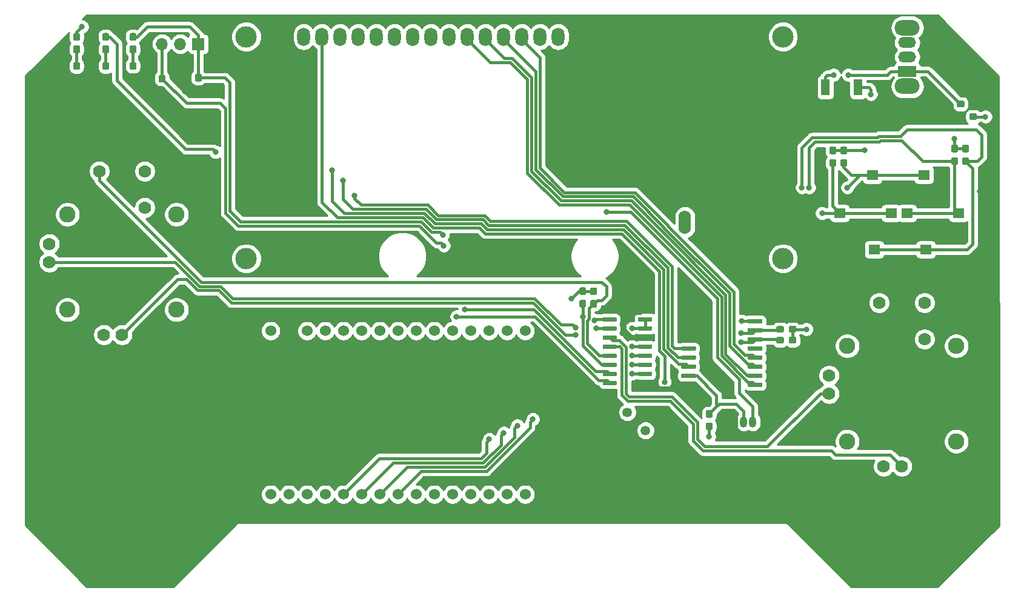
<source format=gbr>
G04 #@! TF.GenerationSoftware,KiCad,Pcbnew,(5.1.4)-1*
G04 #@! TF.CreationDate,2019-12-11T13:43:37-06:00*
G04 #@! TF.ProjectId,Rover_Controller,526f7665-725f-4436-9f6e-74726f6c6c65,rev?*
G04 #@! TF.SameCoordinates,Original*
G04 #@! TF.FileFunction,Copper,L1,Top*
G04 #@! TF.FilePolarity,Positive*
%FSLAX46Y46*%
G04 Gerber Fmt 4.6, Leading zero omitted, Abs format (unit mm)*
G04 Created by KiCad (PCBNEW (5.1.4)-1) date 2019-12-11 13:43:37*
%MOMM*%
%LPD*%
G04 APERTURE LIST*
%ADD10C,0.100000*%
%ADD11C,0.950000*%
%ADD12O,1.750000X3.300001*%
%ADD13C,0.600000*%
%ADD14O,1.700000X1.700000*%
%ADD15R,1.700000X1.700000*%
%ADD16C,3.000000*%
%ADD17O,1.800000X2.600000*%
%ADD18R,1.800000X2.600000*%
%ADD19C,1.778000*%
%ADD20C,2.286000*%
%ADD21R,1.050000X1.500000*%
%ADD22O,1.050000X1.500000*%
%ADD23C,1.524000*%
%ADD24R,1.346200X1.346200*%
%ADD25C,1.346200*%
%ADD26R,1.600000X1.400000*%
%ADD27R,2.500000X1.500000*%
%ADD28O,2.500000X1.500000*%
%ADD29O,3.500000X2.200000*%
%ADD30R,1.200000X2.200000*%
%ADD31R,5.800000X6.400000*%
%ADD32C,0.800000*%
%ADD33C,0.381000*%
%ADD34C,0.254000*%
G04 APERTURE END LIST*
D10*
G36*
X189744779Y-71245144D02*
G01*
X189767834Y-71248563D01*
X189790443Y-71254227D01*
X189812387Y-71262079D01*
X189833457Y-71272044D01*
X189853448Y-71284026D01*
X189872168Y-71297910D01*
X189889438Y-71313562D01*
X189905090Y-71330832D01*
X189918974Y-71349552D01*
X189930956Y-71369543D01*
X189940921Y-71390613D01*
X189948773Y-71412557D01*
X189954437Y-71435166D01*
X189957856Y-71458221D01*
X189959000Y-71481500D01*
X189959000Y-72056500D01*
X189957856Y-72079779D01*
X189954437Y-72102834D01*
X189948773Y-72125443D01*
X189940921Y-72147387D01*
X189930956Y-72168457D01*
X189918974Y-72188448D01*
X189905090Y-72207168D01*
X189889438Y-72224438D01*
X189872168Y-72240090D01*
X189853448Y-72253974D01*
X189833457Y-72265956D01*
X189812387Y-72275921D01*
X189790443Y-72283773D01*
X189767834Y-72289437D01*
X189744779Y-72292856D01*
X189721500Y-72294000D01*
X189246500Y-72294000D01*
X189223221Y-72292856D01*
X189200166Y-72289437D01*
X189177557Y-72283773D01*
X189155613Y-72275921D01*
X189134543Y-72265956D01*
X189114552Y-72253974D01*
X189095832Y-72240090D01*
X189078562Y-72224438D01*
X189062910Y-72207168D01*
X189049026Y-72188448D01*
X189037044Y-72168457D01*
X189027079Y-72147387D01*
X189019227Y-72125443D01*
X189013563Y-72102834D01*
X189010144Y-72079779D01*
X189009000Y-72056500D01*
X189009000Y-71481500D01*
X189010144Y-71458221D01*
X189013563Y-71435166D01*
X189019227Y-71412557D01*
X189027079Y-71390613D01*
X189037044Y-71369543D01*
X189049026Y-71349552D01*
X189062910Y-71330832D01*
X189078562Y-71313562D01*
X189095832Y-71297910D01*
X189114552Y-71284026D01*
X189134543Y-71272044D01*
X189155613Y-71262079D01*
X189177557Y-71254227D01*
X189200166Y-71248563D01*
X189223221Y-71245144D01*
X189246500Y-71244000D01*
X189721500Y-71244000D01*
X189744779Y-71245144D01*
X189744779Y-71245144D01*
G37*
D11*
X189484000Y-71769000D03*
D10*
G36*
X189744779Y-72995144D02*
G01*
X189767834Y-72998563D01*
X189790443Y-73004227D01*
X189812387Y-73012079D01*
X189833457Y-73022044D01*
X189853448Y-73034026D01*
X189872168Y-73047910D01*
X189889438Y-73063562D01*
X189905090Y-73080832D01*
X189918974Y-73099552D01*
X189930956Y-73119543D01*
X189940921Y-73140613D01*
X189948773Y-73162557D01*
X189954437Y-73185166D01*
X189957856Y-73208221D01*
X189959000Y-73231500D01*
X189959000Y-73806500D01*
X189957856Y-73829779D01*
X189954437Y-73852834D01*
X189948773Y-73875443D01*
X189940921Y-73897387D01*
X189930956Y-73918457D01*
X189918974Y-73938448D01*
X189905090Y-73957168D01*
X189889438Y-73974438D01*
X189872168Y-73990090D01*
X189853448Y-74003974D01*
X189833457Y-74015956D01*
X189812387Y-74025921D01*
X189790443Y-74033773D01*
X189767834Y-74039437D01*
X189744779Y-74042856D01*
X189721500Y-74044000D01*
X189246500Y-74044000D01*
X189223221Y-74042856D01*
X189200166Y-74039437D01*
X189177557Y-74033773D01*
X189155613Y-74025921D01*
X189134543Y-74015956D01*
X189114552Y-74003974D01*
X189095832Y-73990090D01*
X189078562Y-73974438D01*
X189062910Y-73957168D01*
X189049026Y-73938448D01*
X189037044Y-73918457D01*
X189027079Y-73897387D01*
X189019227Y-73875443D01*
X189013563Y-73852834D01*
X189010144Y-73829779D01*
X189009000Y-73806500D01*
X189009000Y-73231500D01*
X189010144Y-73208221D01*
X189013563Y-73185166D01*
X189019227Y-73162557D01*
X189027079Y-73140613D01*
X189037044Y-73119543D01*
X189049026Y-73099552D01*
X189062910Y-73080832D01*
X189078562Y-73063562D01*
X189095832Y-73047910D01*
X189114552Y-73034026D01*
X189134543Y-73022044D01*
X189155613Y-73012079D01*
X189177557Y-73004227D01*
X189200166Y-72998563D01*
X189223221Y-72995144D01*
X189246500Y-72994000D01*
X189721500Y-72994000D01*
X189744779Y-72995144D01*
X189744779Y-72995144D01*
G37*
D11*
X189484000Y-73519000D03*
D12*
X168830000Y-81823200D03*
X168830000Y-68873200D03*
D10*
G36*
X91954779Y-57106144D02*
G01*
X91977834Y-57109563D01*
X92000443Y-57115227D01*
X92022387Y-57123079D01*
X92043457Y-57133044D01*
X92063448Y-57145026D01*
X92082168Y-57158910D01*
X92099438Y-57174562D01*
X92115090Y-57191832D01*
X92128974Y-57210552D01*
X92140956Y-57230543D01*
X92150921Y-57251613D01*
X92158773Y-57273557D01*
X92164437Y-57296166D01*
X92167856Y-57319221D01*
X92169000Y-57342500D01*
X92169000Y-57917500D01*
X92167856Y-57940779D01*
X92164437Y-57963834D01*
X92158773Y-57986443D01*
X92150921Y-58008387D01*
X92140956Y-58029457D01*
X92128974Y-58049448D01*
X92115090Y-58068168D01*
X92099438Y-58085438D01*
X92082168Y-58101090D01*
X92063448Y-58114974D01*
X92043457Y-58126956D01*
X92022387Y-58136921D01*
X92000443Y-58144773D01*
X91977834Y-58150437D01*
X91954779Y-58153856D01*
X91931500Y-58155000D01*
X91456500Y-58155000D01*
X91433221Y-58153856D01*
X91410166Y-58150437D01*
X91387557Y-58144773D01*
X91365613Y-58136921D01*
X91344543Y-58126956D01*
X91324552Y-58114974D01*
X91305832Y-58101090D01*
X91288562Y-58085438D01*
X91272910Y-58068168D01*
X91259026Y-58049448D01*
X91247044Y-58029457D01*
X91237079Y-58008387D01*
X91229227Y-57986443D01*
X91223563Y-57963834D01*
X91220144Y-57940779D01*
X91219000Y-57917500D01*
X91219000Y-57342500D01*
X91220144Y-57319221D01*
X91223563Y-57296166D01*
X91229227Y-57273557D01*
X91237079Y-57251613D01*
X91247044Y-57230543D01*
X91259026Y-57210552D01*
X91272910Y-57191832D01*
X91288562Y-57174562D01*
X91305832Y-57158910D01*
X91324552Y-57145026D01*
X91344543Y-57133044D01*
X91365613Y-57123079D01*
X91387557Y-57115227D01*
X91410166Y-57109563D01*
X91433221Y-57106144D01*
X91456500Y-57105000D01*
X91931500Y-57105000D01*
X91954779Y-57106144D01*
X91954779Y-57106144D01*
G37*
D11*
X91694000Y-57630000D03*
D10*
G36*
X91954779Y-55356144D02*
G01*
X91977834Y-55359563D01*
X92000443Y-55365227D01*
X92022387Y-55373079D01*
X92043457Y-55383044D01*
X92063448Y-55395026D01*
X92082168Y-55408910D01*
X92099438Y-55424562D01*
X92115090Y-55441832D01*
X92128974Y-55460552D01*
X92140956Y-55480543D01*
X92150921Y-55501613D01*
X92158773Y-55523557D01*
X92164437Y-55546166D01*
X92167856Y-55569221D01*
X92169000Y-55592500D01*
X92169000Y-56167500D01*
X92167856Y-56190779D01*
X92164437Y-56213834D01*
X92158773Y-56236443D01*
X92150921Y-56258387D01*
X92140956Y-56279457D01*
X92128974Y-56299448D01*
X92115090Y-56318168D01*
X92099438Y-56335438D01*
X92082168Y-56351090D01*
X92063448Y-56364974D01*
X92043457Y-56376956D01*
X92022387Y-56386921D01*
X92000443Y-56394773D01*
X91977834Y-56400437D01*
X91954779Y-56403856D01*
X91931500Y-56405000D01*
X91456500Y-56405000D01*
X91433221Y-56403856D01*
X91410166Y-56400437D01*
X91387557Y-56394773D01*
X91365613Y-56386921D01*
X91344543Y-56376956D01*
X91324552Y-56364974D01*
X91305832Y-56351090D01*
X91288562Y-56335438D01*
X91272910Y-56318168D01*
X91259026Y-56299448D01*
X91247044Y-56279457D01*
X91237079Y-56258387D01*
X91229227Y-56236443D01*
X91223563Y-56213834D01*
X91220144Y-56190779D01*
X91219000Y-56167500D01*
X91219000Y-55592500D01*
X91220144Y-55569221D01*
X91223563Y-55546166D01*
X91229227Y-55523557D01*
X91237079Y-55501613D01*
X91247044Y-55480543D01*
X91259026Y-55460552D01*
X91272910Y-55441832D01*
X91288562Y-55424562D01*
X91305832Y-55408910D01*
X91324552Y-55395026D01*
X91344543Y-55383044D01*
X91365613Y-55373079D01*
X91387557Y-55365227D01*
X91410166Y-55359563D01*
X91433221Y-55356144D01*
X91456500Y-55355000D01*
X91931500Y-55355000D01*
X91954779Y-55356144D01*
X91954779Y-55356144D01*
G37*
D11*
X91694000Y-55880000D03*
D10*
G36*
X156343779Y-92680144D02*
G01*
X156366834Y-92683563D01*
X156389443Y-92689227D01*
X156411387Y-92697079D01*
X156432457Y-92707044D01*
X156452448Y-92719026D01*
X156471168Y-92732910D01*
X156488438Y-92748562D01*
X156504090Y-92765832D01*
X156517974Y-92784552D01*
X156529956Y-92804543D01*
X156539921Y-92825613D01*
X156547773Y-92847557D01*
X156553437Y-92870166D01*
X156556856Y-92893221D01*
X156558000Y-92916500D01*
X156558000Y-93491500D01*
X156556856Y-93514779D01*
X156553437Y-93537834D01*
X156547773Y-93560443D01*
X156539921Y-93582387D01*
X156529956Y-93603457D01*
X156517974Y-93623448D01*
X156504090Y-93642168D01*
X156488438Y-93659438D01*
X156471168Y-93675090D01*
X156452448Y-93688974D01*
X156432457Y-93700956D01*
X156411387Y-93710921D01*
X156389443Y-93718773D01*
X156366834Y-93724437D01*
X156343779Y-93727856D01*
X156320500Y-93729000D01*
X155845500Y-93729000D01*
X155822221Y-93727856D01*
X155799166Y-93724437D01*
X155776557Y-93718773D01*
X155754613Y-93710921D01*
X155733543Y-93700956D01*
X155713552Y-93688974D01*
X155694832Y-93675090D01*
X155677562Y-93659438D01*
X155661910Y-93642168D01*
X155648026Y-93623448D01*
X155636044Y-93603457D01*
X155626079Y-93582387D01*
X155618227Y-93560443D01*
X155612563Y-93537834D01*
X155609144Y-93514779D01*
X155608000Y-93491500D01*
X155608000Y-92916500D01*
X155609144Y-92893221D01*
X155612563Y-92870166D01*
X155618227Y-92847557D01*
X155626079Y-92825613D01*
X155636044Y-92804543D01*
X155648026Y-92784552D01*
X155661910Y-92765832D01*
X155677562Y-92748562D01*
X155694832Y-92732910D01*
X155713552Y-92719026D01*
X155733543Y-92707044D01*
X155754613Y-92697079D01*
X155776557Y-92689227D01*
X155799166Y-92683563D01*
X155822221Y-92680144D01*
X155845500Y-92679000D01*
X156320500Y-92679000D01*
X156343779Y-92680144D01*
X156343779Y-92680144D01*
G37*
D11*
X156083000Y-93204000D03*
D10*
G36*
X156343779Y-90930144D02*
G01*
X156366834Y-90933563D01*
X156389443Y-90939227D01*
X156411387Y-90947079D01*
X156432457Y-90957044D01*
X156452448Y-90969026D01*
X156471168Y-90982910D01*
X156488438Y-90998562D01*
X156504090Y-91015832D01*
X156517974Y-91034552D01*
X156529956Y-91054543D01*
X156539921Y-91075613D01*
X156547773Y-91097557D01*
X156553437Y-91120166D01*
X156556856Y-91143221D01*
X156558000Y-91166500D01*
X156558000Y-91741500D01*
X156556856Y-91764779D01*
X156553437Y-91787834D01*
X156547773Y-91810443D01*
X156539921Y-91832387D01*
X156529956Y-91853457D01*
X156517974Y-91873448D01*
X156504090Y-91892168D01*
X156488438Y-91909438D01*
X156471168Y-91925090D01*
X156452448Y-91938974D01*
X156432457Y-91950956D01*
X156411387Y-91960921D01*
X156389443Y-91968773D01*
X156366834Y-91974437D01*
X156343779Y-91977856D01*
X156320500Y-91979000D01*
X155845500Y-91979000D01*
X155822221Y-91977856D01*
X155799166Y-91974437D01*
X155776557Y-91968773D01*
X155754613Y-91960921D01*
X155733543Y-91950956D01*
X155713552Y-91938974D01*
X155694832Y-91925090D01*
X155677562Y-91909438D01*
X155661910Y-91892168D01*
X155648026Y-91873448D01*
X155636044Y-91853457D01*
X155626079Y-91832387D01*
X155618227Y-91810443D01*
X155612563Y-91787834D01*
X155609144Y-91764779D01*
X155608000Y-91741500D01*
X155608000Y-91166500D01*
X155609144Y-91143221D01*
X155612563Y-91120166D01*
X155618227Y-91097557D01*
X155626079Y-91075613D01*
X155636044Y-91054543D01*
X155648026Y-91034552D01*
X155661910Y-91015832D01*
X155677562Y-90998562D01*
X155694832Y-90982910D01*
X155713552Y-90969026D01*
X155733543Y-90957044D01*
X155754613Y-90947079D01*
X155776557Y-90939227D01*
X155799166Y-90933563D01*
X155822221Y-90930144D01*
X155845500Y-90929000D01*
X156320500Y-90929000D01*
X156343779Y-90930144D01*
X156343779Y-90930144D01*
G37*
D11*
X156083000Y-91454000D03*
D10*
G36*
X154819779Y-92666144D02*
G01*
X154842834Y-92669563D01*
X154865443Y-92675227D01*
X154887387Y-92683079D01*
X154908457Y-92693044D01*
X154928448Y-92705026D01*
X154947168Y-92718910D01*
X154964438Y-92734562D01*
X154980090Y-92751832D01*
X154993974Y-92770552D01*
X155005956Y-92790543D01*
X155015921Y-92811613D01*
X155023773Y-92833557D01*
X155029437Y-92856166D01*
X155032856Y-92879221D01*
X155034000Y-92902500D01*
X155034000Y-93477500D01*
X155032856Y-93500779D01*
X155029437Y-93523834D01*
X155023773Y-93546443D01*
X155015921Y-93568387D01*
X155005956Y-93589457D01*
X154993974Y-93609448D01*
X154980090Y-93628168D01*
X154964438Y-93645438D01*
X154947168Y-93661090D01*
X154928448Y-93674974D01*
X154908457Y-93686956D01*
X154887387Y-93696921D01*
X154865443Y-93704773D01*
X154842834Y-93710437D01*
X154819779Y-93713856D01*
X154796500Y-93715000D01*
X154321500Y-93715000D01*
X154298221Y-93713856D01*
X154275166Y-93710437D01*
X154252557Y-93704773D01*
X154230613Y-93696921D01*
X154209543Y-93686956D01*
X154189552Y-93674974D01*
X154170832Y-93661090D01*
X154153562Y-93645438D01*
X154137910Y-93628168D01*
X154124026Y-93609448D01*
X154112044Y-93589457D01*
X154102079Y-93568387D01*
X154094227Y-93546443D01*
X154088563Y-93523834D01*
X154085144Y-93500779D01*
X154084000Y-93477500D01*
X154084000Y-92902500D01*
X154085144Y-92879221D01*
X154088563Y-92856166D01*
X154094227Y-92833557D01*
X154102079Y-92811613D01*
X154112044Y-92790543D01*
X154124026Y-92770552D01*
X154137910Y-92751832D01*
X154153562Y-92734562D01*
X154170832Y-92718910D01*
X154189552Y-92705026D01*
X154209543Y-92693044D01*
X154230613Y-92683079D01*
X154252557Y-92675227D01*
X154275166Y-92669563D01*
X154298221Y-92666144D01*
X154321500Y-92665000D01*
X154796500Y-92665000D01*
X154819779Y-92666144D01*
X154819779Y-92666144D01*
G37*
D11*
X154559000Y-93190000D03*
D10*
G36*
X154819779Y-90916144D02*
G01*
X154842834Y-90919563D01*
X154865443Y-90925227D01*
X154887387Y-90933079D01*
X154908457Y-90943044D01*
X154928448Y-90955026D01*
X154947168Y-90968910D01*
X154964438Y-90984562D01*
X154980090Y-91001832D01*
X154993974Y-91020552D01*
X155005956Y-91040543D01*
X155015921Y-91061613D01*
X155023773Y-91083557D01*
X155029437Y-91106166D01*
X155032856Y-91129221D01*
X155034000Y-91152500D01*
X155034000Y-91727500D01*
X155032856Y-91750779D01*
X155029437Y-91773834D01*
X155023773Y-91796443D01*
X155015921Y-91818387D01*
X155005956Y-91839457D01*
X154993974Y-91859448D01*
X154980090Y-91878168D01*
X154964438Y-91895438D01*
X154947168Y-91911090D01*
X154928448Y-91924974D01*
X154908457Y-91936956D01*
X154887387Y-91946921D01*
X154865443Y-91954773D01*
X154842834Y-91960437D01*
X154819779Y-91963856D01*
X154796500Y-91965000D01*
X154321500Y-91965000D01*
X154298221Y-91963856D01*
X154275166Y-91960437D01*
X154252557Y-91954773D01*
X154230613Y-91946921D01*
X154209543Y-91936956D01*
X154189552Y-91924974D01*
X154170832Y-91911090D01*
X154153562Y-91895438D01*
X154137910Y-91878168D01*
X154124026Y-91859448D01*
X154112044Y-91839457D01*
X154102079Y-91818387D01*
X154094227Y-91796443D01*
X154088563Y-91773834D01*
X154085144Y-91750779D01*
X154084000Y-91727500D01*
X154084000Y-91152500D01*
X154085144Y-91129221D01*
X154088563Y-91106166D01*
X154094227Y-91083557D01*
X154102079Y-91061613D01*
X154112044Y-91040543D01*
X154124026Y-91020552D01*
X154137910Y-91001832D01*
X154153562Y-90984562D01*
X154170832Y-90968910D01*
X154189552Y-90955026D01*
X154209543Y-90943044D01*
X154230613Y-90933079D01*
X154252557Y-90925227D01*
X154275166Y-90919563D01*
X154298221Y-90916144D01*
X154321500Y-90915000D01*
X154796500Y-90915000D01*
X154819779Y-90916144D01*
X154819779Y-90916144D01*
G37*
D11*
X154559000Y-91440000D03*
D10*
G36*
X208286779Y-72741144D02*
G01*
X208309834Y-72744563D01*
X208332443Y-72750227D01*
X208354387Y-72758079D01*
X208375457Y-72768044D01*
X208395448Y-72780026D01*
X208414168Y-72793910D01*
X208431438Y-72809562D01*
X208447090Y-72826832D01*
X208460974Y-72845552D01*
X208472956Y-72865543D01*
X208482921Y-72886613D01*
X208490773Y-72908557D01*
X208496437Y-72931166D01*
X208499856Y-72954221D01*
X208501000Y-72977500D01*
X208501000Y-73552500D01*
X208499856Y-73575779D01*
X208496437Y-73598834D01*
X208490773Y-73621443D01*
X208482921Y-73643387D01*
X208472956Y-73664457D01*
X208460974Y-73684448D01*
X208447090Y-73703168D01*
X208431438Y-73720438D01*
X208414168Y-73736090D01*
X208395448Y-73749974D01*
X208375457Y-73761956D01*
X208354387Y-73771921D01*
X208332443Y-73779773D01*
X208309834Y-73785437D01*
X208286779Y-73788856D01*
X208263500Y-73790000D01*
X207788500Y-73790000D01*
X207765221Y-73788856D01*
X207742166Y-73785437D01*
X207719557Y-73779773D01*
X207697613Y-73771921D01*
X207676543Y-73761956D01*
X207656552Y-73749974D01*
X207637832Y-73736090D01*
X207620562Y-73720438D01*
X207604910Y-73703168D01*
X207591026Y-73684448D01*
X207579044Y-73664457D01*
X207569079Y-73643387D01*
X207561227Y-73621443D01*
X207555563Y-73598834D01*
X207552144Y-73575779D01*
X207551000Y-73552500D01*
X207551000Y-72977500D01*
X207552144Y-72954221D01*
X207555563Y-72931166D01*
X207561227Y-72908557D01*
X207569079Y-72886613D01*
X207579044Y-72865543D01*
X207591026Y-72845552D01*
X207604910Y-72826832D01*
X207620562Y-72809562D01*
X207637832Y-72793910D01*
X207656552Y-72780026D01*
X207676543Y-72768044D01*
X207697613Y-72758079D01*
X207719557Y-72750227D01*
X207742166Y-72744563D01*
X207765221Y-72741144D01*
X207788500Y-72740000D01*
X208263500Y-72740000D01*
X208286779Y-72741144D01*
X208286779Y-72741144D01*
G37*
D11*
X208026000Y-73265000D03*
D10*
G36*
X208286779Y-70991144D02*
G01*
X208309834Y-70994563D01*
X208332443Y-71000227D01*
X208354387Y-71008079D01*
X208375457Y-71018044D01*
X208395448Y-71030026D01*
X208414168Y-71043910D01*
X208431438Y-71059562D01*
X208447090Y-71076832D01*
X208460974Y-71095552D01*
X208472956Y-71115543D01*
X208482921Y-71136613D01*
X208490773Y-71158557D01*
X208496437Y-71181166D01*
X208499856Y-71204221D01*
X208501000Y-71227500D01*
X208501000Y-71802500D01*
X208499856Y-71825779D01*
X208496437Y-71848834D01*
X208490773Y-71871443D01*
X208482921Y-71893387D01*
X208472956Y-71914457D01*
X208460974Y-71934448D01*
X208447090Y-71953168D01*
X208431438Y-71970438D01*
X208414168Y-71986090D01*
X208395448Y-71999974D01*
X208375457Y-72011956D01*
X208354387Y-72021921D01*
X208332443Y-72029773D01*
X208309834Y-72035437D01*
X208286779Y-72038856D01*
X208263500Y-72040000D01*
X207788500Y-72040000D01*
X207765221Y-72038856D01*
X207742166Y-72035437D01*
X207719557Y-72029773D01*
X207697613Y-72021921D01*
X207676543Y-72011956D01*
X207656552Y-71999974D01*
X207637832Y-71986090D01*
X207620562Y-71970438D01*
X207604910Y-71953168D01*
X207591026Y-71934448D01*
X207579044Y-71914457D01*
X207569079Y-71893387D01*
X207561227Y-71871443D01*
X207555563Y-71848834D01*
X207552144Y-71825779D01*
X207551000Y-71802500D01*
X207551000Y-71227500D01*
X207552144Y-71204221D01*
X207555563Y-71181166D01*
X207561227Y-71158557D01*
X207569079Y-71136613D01*
X207579044Y-71115543D01*
X207591026Y-71095552D01*
X207604910Y-71076832D01*
X207620562Y-71059562D01*
X207637832Y-71043910D01*
X207656552Y-71030026D01*
X207676543Y-71018044D01*
X207697613Y-71008079D01*
X207719557Y-71000227D01*
X207742166Y-70994563D01*
X207765221Y-70991144D01*
X207788500Y-70990000D01*
X208263500Y-70990000D01*
X208286779Y-70991144D01*
X208286779Y-70991144D01*
G37*
D11*
X208026000Y-71515000D03*
D10*
G36*
X206762779Y-72741144D02*
G01*
X206785834Y-72744563D01*
X206808443Y-72750227D01*
X206830387Y-72758079D01*
X206851457Y-72768044D01*
X206871448Y-72780026D01*
X206890168Y-72793910D01*
X206907438Y-72809562D01*
X206923090Y-72826832D01*
X206936974Y-72845552D01*
X206948956Y-72865543D01*
X206958921Y-72886613D01*
X206966773Y-72908557D01*
X206972437Y-72931166D01*
X206975856Y-72954221D01*
X206977000Y-72977500D01*
X206977000Y-73552500D01*
X206975856Y-73575779D01*
X206972437Y-73598834D01*
X206966773Y-73621443D01*
X206958921Y-73643387D01*
X206948956Y-73664457D01*
X206936974Y-73684448D01*
X206923090Y-73703168D01*
X206907438Y-73720438D01*
X206890168Y-73736090D01*
X206871448Y-73749974D01*
X206851457Y-73761956D01*
X206830387Y-73771921D01*
X206808443Y-73779773D01*
X206785834Y-73785437D01*
X206762779Y-73788856D01*
X206739500Y-73790000D01*
X206264500Y-73790000D01*
X206241221Y-73788856D01*
X206218166Y-73785437D01*
X206195557Y-73779773D01*
X206173613Y-73771921D01*
X206152543Y-73761956D01*
X206132552Y-73749974D01*
X206113832Y-73736090D01*
X206096562Y-73720438D01*
X206080910Y-73703168D01*
X206067026Y-73684448D01*
X206055044Y-73664457D01*
X206045079Y-73643387D01*
X206037227Y-73621443D01*
X206031563Y-73598834D01*
X206028144Y-73575779D01*
X206027000Y-73552500D01*
X206027000Y-72977500D01*
X206028144Y-72954221D01*
X206031563Y-72931166D01*
X206037227Y-72908557D01*
X206045079Y-72886613D01*
X206055044Y-72865543D01*
X206067026Y-72845552D01*
X206080910Y-72826832D01*
X206096562Y-72809562D01*
X206113832Y-72793910D01*
X206132552Y-72780026D01*
X206152543Y-72768044D01*
X206173613Y-72758079D01*
X206195557Y-72750227D01*
X206218166Y-72744563D01*
X206241221Y-72741144D01*
X206264500Y-72740000D01*
X206739500Y-72740000D01*
X206762779Y-72741144D01*
X206762779Y-72741144D01*
G37*
D11*
X206502000Y-73265000D03*
D10*
G36*
X206762779Y-70991144D02*
G01*
X206785834Y-70994563D01*
X206808443Y-71000227D01*
X206830387Y-71008079D01*
X206851457Y-71018044D01*
X206871448Y-71030026D01*
X206890168Y-71043910D01*
X206907438Y-71059562D01*
X206923090Y-71076832D01*
X206936974Y-71095552D01*
X206948956Y-71115543D01*
X206958921Y-71136613D01*
X206966773Y-71158557D01*
X206972437Y-71181166D01*
X206975856Y-71204221D01*
X206977000Y-71227500D01*
X206977000Y-71802500D01*
X206975856Y-71825779D01*
X206972437Y-71848834D01*
X206966773Y-71871443D01*
X206958921Y-71893387D01*
X206948956Y-71914457D01*
X206936974Y-71934448D01*
X206923090Y-71953168D01*
X206907438Y-71970438D01*
X206890168Y-71986090D01*
X206871448Y-71999974D01*
X206851457Y-72011956D01*
X206830387Y-72021921D01*
X206808443Y-72029773D01*
X206785834Y-72035437D01*
X206762779Y-72038856D01*
X206739500Y-72040000D01*
X206264500Y-72040000D01*
X206241221Y-72038856D01*
X206218166Y-72035437D01*
X206195557Y-72029773D01*
X206173613Y-72021921D01*
X206152543Y-72011956D01*
X206132552Y-71999974D01*
X206113832Y-71986090D01*
X206096562Y-71970438D01*
X206080910Y-71953168D01*
X206067026Y-71934448D01*
X206055044Y-71914457D01*
X206045079Y-71893387D01*
X206037227Y-71871443D01*
X206031563Y-71848834D01*
X206028144Y-71825779D01*
X206027000Y-71802500D01*
X206027000Y-71227500D01*
X206028144Y-71204221D01*
X206031563Y-71181166D01*
X206037227Y-71158557D01*
X206045079Y-71136613D01*
X206055044Y-71115543D01*
X206067026Y-71095552D01*
X206080910Y-71076832D01*
X206096562Y-71059562D01*
X206113832Y-71043910D01*
X206132552Y-71030026D01*
X206152543Y-71018044D01*
X206173613Y-71008079D01*
X206195557Y-71000227D01*
X206218166Y-70994563D01*
X206241221Y-70991144D01*
X206264500Y-70990000D01*
X206739500Y-70990000D01*
X206762779Y-70991144D01*
X206762779Y-70991144D01*
G37*
D11*
X206502000Y-71515000D03*
D10*
G36*
X191268779Y-71245144D02*
G01*
X191291834Y-71248563D01*
X191314443Y-71254227D01*
X191336387Y-71262079D01*
X191357457Y-71272044D01*
X191377448Y-71284026D01*
X191396168Y-71297910D01*
X191413438Y-71313562D01*
X191429090Y-71330832D01*
X191442974Y-71349552D01*
X191454956Y-71369543D01*
X191464921Y-71390613D01*
X191472773Y-71412557D01*
X191478437Y-71435166D01*
X191481856Y-71458221D01*
X191483000Y-71481500D01*
X191483000Y-72056500D01*
X191481856Y-72079779D01*
X191478437Y-72102834D01*
X191472773Y-72125443D01*
X191464921Y-72147387D01*
X191454956Y-72168457D01*
X191442974Y-72188448D01*
X191429090Y-72207168D01*
X191413438Y-72224438D01*
X191396168Y-72240090D01*
X191377448Y-72253974D01*
X191357457Y-72265956D01*
X191336387Y-72275921D01*
X191314443Y-72283773D01*
X191291834Y-72289437D01*
X191268779Y-72292856D01*
X191245500Y-72294000D01*
X190770500Y-72294000D01*
X190747221Y-72292856D01*
X190724166Y-72289437D01*
X190701557Y-72283773D01*
X190679613Y-72275921D01*
X190658543Y-72265956D01*
X190638552Y-72253974D01*
X190619832Y-72240090D01*
X190602562Y-72224438D01*
X190586910Y-72207168D01*
X190573026Y-72188448D01*
X190561044Y-72168457D01*
X190551079Y-72147387D01*
X190543227Y-72125443D01*
X190537563Y-72102834D01*
X190534144Y-72079779D01*
X190533000Y-72056500D01*
X190533000Y-71481500D01*
X190534144Y-71458221D01*
X190537563Y-71435166D01*
X190543227Y-71412557D01*
X190551079Y-71390613D01*
X190561044Y-71369543D01*
X190573026Y-71349552D01*
X190586910Y-71330832D01*
X190602562Y-71313562D01*
X190619832Y-71297910D01*
X190638552Y-71284026D01*
X190658543Y-71272044D01*
X190679613Y-71262079D01*
X190701557Y-71254227D01*
X190724166Y-71248563D01*
X190747221Y-71245144D01*
X190770500Y-71244000D01*
X191245500Y-71244000D01*
X191268779Y-71245144D01*
X191268779Y-71245144D01*
G37*
D11*
X191008000Y-71769000D03*
D10*
G36*
X191268779Y-72995144D02*
G01*
X191291834Y-72998563D01*
X191314443Y-73004227D01*
X191336387Y-73012079D01*
X191357457Y-73022044D01*
X191377448Y-73034026D01*
X191396168Y-73047910D01*
X191413438Y-73063562D01*
X191429090Y-73080832D01*
X191442974Y-73099552D01*
X191454956Y-73119543D01*
X191464921Y-73140613D01*
X191472773Y-73162557D01*
X191478437Y-73185166D01*
X191481856Y-73208221D01*
X191483000Y-73231500D01*
X191483000Y-73806500D01*
X191481856Y-73829779D01*
X191478437Y-73852834D01*
X191472773Y-73875443D01*
X191464921Y-73897387D01*
X191454956Y-73918457D01*
X191442974Y-73938448D01*
X191429090Y-73957168D01*
X191413438Y-73974438D01*
X191396168Y-73990090D01*
X191377448Y-74003974D01*
X191357457Y-74015956D01*
X191336387Y-74025921D01*
X191314443Y-74033773D01*
X191291834Y-74039437D01*
X191268779Y-74042856D01*
X191245500Y-74044000D01*
X190770500Y-74044000D01*
X190747221Y-74042856D01*
X190724166Y-74039437D01*
X190701557Y-74033773D01*
X190679613Y-74025921D01*
X190658543Y-74015956D01*
X190638552Y-74003974D01*
X190619832Y-73990090D01*
X190602562Y-73974438D01*
X190586910Y-73957168D01*
X190573026Y-73938448D01*
X190561044Y-73918457D01*
X190551079Y-73897387D01*
X190543227Y-73875443D01*
X190537563Y-73852834D01*
X190534144Y-73829779D01*
X190533000Y-73806500D01*
X190533000Y-73231500D01*
X190534144Y-73208221D01*
X190537563Y-73185166D01*
X190543227Y-73162557D01*
X190551079Y-73140613D01*
X190561044Y-73119543D01*
X190573026Y-73099552D01*
X190586910Y-73080832D01*
X190602562Y-73063562D01*
X190619832Y-73047910D01*
X190638552Y-73034026D01*
X190658543Y-73022044D01*
X190679613Y-73012079D01*
X190701557Y-73004227D01*
X190724166Y-72998563D01*
X190747221Y-72995144D01*
X190770500Y-72994000D01*
X191245500Y-72994000D01*
X191268779Y-72995144D01*
X191268779Y-72995144D01*
G37*
D11*
X191008000Y-73519000D03*
D10*
G36*
X179529703Y-95331722D02*
G01*
X179544264Y-95333882D01*
X179558543Y-95337459D01*
X179572403Y-95342418D01*
X179585710Y-95348712D01*
X179598336Y-95356280D01*
X179610159Y-95365048D01*
X179621066Y-95374934D01*
X179630952Y-95385841D01*
X179639720Y-95397664D01*
X179647288Y-95410290D01*
X179653582Y-95423597D01*
X179658541Y-95437457D01*
X179662118Y-95451736D01*
X179664278Y-95466297D01*
X179665000Y-95481000D01*
X179665000Y-95781000D01*
X179664278Y-95795703D01*
X179662118Y-95810264D01*
X179658541Y-95824543D01*
X179653582Y-95838403D01*
X179647288Y-95851710D01*
X179639720Y-95864336D01*
X179630952Y-95876159D01*
X179621066Y-95887066D01*
X179610159Y-95896952D01*
X179598336Y-95905720D01*
X179585710Y-95913288D01*
X179572403Y-95919582D01*
X179558543Y-95924541D01*
X179544264Y-95928118D01*
X179529703Y-95930278D01*
X179515000Y-95931000D01*
X177765000Y-95931000D01*
X177750297Y-95930278D01*
X177735736Y-95928118D01*
X177721457Y-95924541D01*
X177707597Y-95919582D01*
X177694290Y-95913288D01*
X177681664Y-95905720D01*
X177669841Y-95896952D01*
X177658934Y-95887066D01*
X177649048Y-95876159D01*
X177640280Y-95864336D01*
X177632712Y-95851710D01*
X177626418Y-95838403D01*
X177621459Y-95824543D01*
X177617882Y-95810264D01*
X177615722Y-95795703D01*
X177615000Y-95781000D01*
X177615000Y-95481000D01*
X177615722Y-95466297D01*
X177617882Y-95451736D01*
X177621459Y-95437457D01*
X177626418Y-95423597D01*
X177632712Y-95410290D01*
X177640280Y-95397664D01*
X177649048Y-95385841D01*
X177658934Y-95374934D01*
X177669841Y-95365048D01*
X177681664Y-95356280D01*
X177694290Y-95348712D01*
X177707597Y-95342418D01*
X177721457Y-95337459D01*
X177735736Y-95333882D01*
X177750297Y-95331722D01*
X177765000Y-95331000D01*
X179515000Y-95331000D01*
X179529703Y-95331722D01*
X179529703Y-95331722D01*
G37*
D13*
X178640000Y-95631000D03*
D10*
G36*
X179529703Y-96601722D02*
G01*
X179544264Y-96603882D01*
X179558543Y-96607459D01*
X179572403Y-96612418D01*
X179585710Y-96618712D01*
X179598336Y-96626280D01*
X179610159Y-96635048D01*
X179621066Y-96644934D01*
X179630952Y-96655841D01*
X179639720Y-96667664D01*
X179647288Y-96680290D01*
X179653582Y-96693597D01*
X179658541Y-96707457D01*
X179662118Y-96721736D01*
X179664278Y-96736297D01*
X179665000Y-96751000D01*
X179665000Y-97051000D01*
X179664278Y-97065703D01*
X179662118Y-97080264D01*
X179658541Y-97094543D01*
X179653582Y-97108403D01*
X179647288Y-97121710D01*
X179639720Y-97134336D01*
X179630952Y-97146159D01*
X179621066Y-97157066D01*
X179610159Y-97166952D01*
X179598336Y-97175720D01*
X179585710Y-97183288D01*
X179572403Y-97189582D01*
X179558543Y-97194541D01*
X179544264Y-97198118D01*
X179529703Y-97200278D01*
X179515000Y-97201000D01*
X177765000Y-97201000D01*
X177750297Y-97200278D01*
X177735736Y-97198118D01*
X177721457Y-97194541D01*
X177707597Y-97189582D01*
X177694290Y-97183288D01*
X177681664Y-97175720D01*
X177669841Y-97166952D01*
X177658934Y-97157066D01*
X177649048Y-97146159D01*
X177640280Y-97134336D01*
X177632712Y-97121710D01*
X177626418Y-97108403D01*
X177621459Y-97094543D01*
X177617882Y-97080264D01*
X177615722Y-97065703D01*
X177615000Y-97051000D01*
X177615000Y-96751000D01*
X177615722Y-96736297D01*
X177617882Y-96721736D01*
X177621459Y-96707457D01*
X177626418Y-96693597D01*
X177632712Y-96680290D01*
X177640280Y-96667664D01*
X177649048Y-96655841D01*
X177658934Y-96644934D01*
X177669841Y-96635048D01*
X177681664Y-96626280D01*
X177694290Y-96618712D01*
X177707597Y-96612418D01*
X177721457Y-96607459D01*
X177735736Y-96603882D01*
X177750297Y-96601722D01*
X177765000Y-96601000D01*
X179515000Y-96601000D01*
X179529703Y-96601722D01*
X179529703Y-96601722D01*
G37*
D13*
X178640000Y-96901000D03*
D10*
G36*
X179529703Y-97871722D02*
G01*
X179544264Y-97873882D01*
X179558543Y-97877459D01*
X179572403Y-97882418D01*
X179585710Y-97888712D01*
X179598336Y-97896280D01*
X179610159Y-97905048D01*
X179621066Y-97914934D01*
X179630952Y-97925841D01*
X179639720Y-97937664D01*
X179647288Y-97950290D01*
X179653582Y-97963597D01*
X179658541Y-97977457D01*
X179662118Y-97991736D01*
X179664278Y-98006297D01*
X179665000Y-98021000D01*
X179665000Y-98321000D01*
X179664278Y-98335703D01*
X179662118Y-98350264D01*
X179658541Y-98364543D01*
X179653582Y-98378403D01*
X179647288Y-98391710D01*
X179639720Y-98404336D01*
X179630952Y-98416159D01*
X179621066Y-98427066D01*
X179610159Y-98436952D01*
X179598336Y-98445720D01*
X179585710Y-98453288D01*
X179572403Y-98459582D01*
X179558543Y-98464541D01*
X179544264Y-98468118D01*
X179529703Y-98470278D01*
X179515000Y-98471000D01*
X177765000Y-98471000D01*
X177750297Y-98470278D01*
X177735736Y-98468118D01*
X177721457Y-98464541D01*
X177707597Y-98459582D01*
X177694290Y-98453288D01*
X177681664Y-98445720D01*
X177669841Y-98436952D01*
X177658934Y-98427066D01*
X177649048Y-98416159D01*
X177640280Y-98404336D01*
X177632712Y-98391710D01*
X177626418Y-98378403D01*
X177621459Y-98364543D01*
X177617882Y-98350264D01*
X177615722Y-98335703D01*
X177615000Y-98321000D01*
X177615000Y-98021000D01*
X177615722Y-98006297D01*
X177617882Y-97991736D01*
X177621459Y-97977457D01*
X177626418Y-97963597D01*
X177632712Y-97950290D01*
X177640280Y-97937664D01*
X177649048Y-97925841D01*
X177658934Y-97914934D01*
X177669841Y-97905048D01*
X177681664Y-97896280D01*
X177694290Y-97888712D01*
X177707597Y-97882418D01*
X177721457Y-97877459D01*
X177735736Y-97873882D01*
X177750297Y-97871722D01*
X177765000Y-97871000D01*
X179515000Y-97871000D01*
X179529703Y-97871722D01*
X179529703Y-97871722D01*
G37*
D13*
X178640000Y-98171000D03*
D10*
G36*
X179529703Y-99141722D02*
G01*
X179544264Y-99143882D01*
X179558543Y-99147459D01*
X179572403Y-99152418D01*
X179585710Y-99158712D01*
X179598336Y-99166280D01*
X179610159Y-99175048D01*
X179621066Y-99184934D01*
X179630952Y-99195841D01*
X179639720Y-99207664D01*
X179647288Y-99220290D01*
X179653582Y-99233597D01*
X179658541Y-99247457D01*
X179662118Y-99261736D01*
X179664278Y-99276297D01*
X179665000Y-99291000D01*
X179665000Y-99591000D01*
X179664278Y-99605703D01*
X179662118Y-99620264D01*
X179658541Y-99634543D01*
X179653582Y-99648403D01*
X179647288Y-99661710D01*
X179639720Y-99674336D01*
X179630952Y-99686159D01*
X179621066Y-99697066D01*
X179610159Y-99706952D01*
X179598336Y-99715720D01*
X179585710Y-99723288D01*
X179572403Y-99729582D01*
X179558543Y-99734541D01*
X179544264Y-99738118D01*
X179529703Y-99740278D01*
X179515000Y-99741000D01*
X177765000Y-99741000D01*
X177750297Y-99740278D01*
X177735736Y-99738118D01*
X177721457Y-99734541D01*
X177707597Y-99729582D01*
X177694290Y-99723288D01*
X177681664Y-99715720D01*
X177669841Y-99706952D01*
X177658934Y-99697066D01*
X177649048Y-99686159D01*
X177640280Y-99674336D01*
X177632712Y-99661710D01*
X177626418Y-99648403D01*
X177621459Y-99634543D01*
X177617882Y-99620264D01*
X177615722Y-99605703D01*
X177615000Y-99591000D01*
X177615000Y-99291000D01*
X177615722Y-99276297D01*
X177617882Y-99261736D01*
X177621459Y-99247457D01*
X177626418Y-99233597D01*
X177632712Y-99220290D01*
X177640280Y-99207664D01*
X177649048Y-99195841D01*
X177658934Y-99184934D01*
X177669841Y-99175048D01*
X177681664Y-99166280D01*
X177694290Y-99158712D01*
X177707597Y-99152418D01*
X177721457Y-99147459D01*
X177735736Y-99143882D01*
X177750297Y-99141722D01*
X177765000Y-99141000D01*
X179515000Y-99141000D01*
X179529703Y-99141722D01*
X179529703Y-99141722D01*
G37*
D13*
X178640000Y-99441000D03*
D10*
G36*
X179529703Y-100411722D02*
G01*
X179544264Y-100413882D01*
X179558543Y-100417459D01*
X179572403Y-100422418D01*
X179585710Y-100428712D01*
X179598336Y-100436280D01*
X179610159Y-100445048D01*
X179621066Y-100454934D01*
X179630952Y-100465841D01*
X179639720Y-100477664D01*
X179647288Y-100490290D01*
X179653582Y-100503597D01*
X179658541Y-100517457D01*
X179662118Y-100531736D01*
X179664278Y-100546297D01*
X179665000Y-100561000D01*
X179665000Y-100861000D01*
X179664278Y-100875703D01*
X179662118Y-100890264D01*
X179658541Y-100904543D01*
X179653582Y-100918403D01*
X179647288Y-100931710D01*
X179639720Y-100944336D01*
X179630952Y-100956159D01*
X179621066Y-100967066D01*
X179610159Y-100976952D01*
X179598336Y-100985720D01*
X179585710Y-100993288D01*
X179572403Y-100999582D01*
X179558543Y-101004541D01*
X179544264Y-101008118D01*
X179529703Y-101010278D01*
X179515000Y-101011000D01*
X177765000Y-101011000D01*
X177750297Y-101010278D01*
X177735736Y-101008118D01*
X177721457Y-101004541D01*
X177707597Y-100999582D01*
X177694290Y-100993288D01*
X177681664Y-100985720D01*
X177669841Y-100976952D01*
X177658934Y-100967066D01*
X177649048Y-100956159D01*
X177640280Y-100944336D01*
X177632712Y-100931710D01*
X177626418Y-100918403D01*
X177621459Y-100904543D01*
X177617882Y-100890264D01*
X177615722Y-100875703D01*
X177615000Y-100861000D01*
X177615000Y-100561000D01*
X177615722Y-100546297D01*
X177617882Y-100531736D01*
X177621459Y-100517457D01*
X177626418Y-100503597D01*
X177632712Y-100490290D01*
X177640280Y-100477664D01*
X177649048Y-100465841D01*
X177658934Y-100454934D01*
X177669841Y-100445048D01*
X177681664Y-100436280D01*
X177694290Y-100428712D01*
X177707597Y-100422418D01*
X177721457Y-100417459D01*
X177735736Y-100413882D01*
X177750297Y-100411722D01*
X177765000Y-100411000D01*
X179515000Y-100411000D01*
X179529703Y-100411722D01*
X179529703Y-100411722D01*
G37*
D13*
X178640000Y-100711000D03*
D10*
G36*
X179529703Y-101681722D02*
G01*
X179544264Y-101683882D01*
X179558543Y-101687459D01*
X179572403Y-101692418D01*
X179585710Y-101698712D01*
X179598336Y-101706280D01*
X179610159Y-101715048D01*
X179621066Y-101724934D01*
X179630952Y-101735841D01*
X179639720Y-101747664D01*
X179647288Y-101760290D01*
X179653582Y-101773597D01*
X179658541Y-101787457D01*
X179662118Y-101801736D01*
X179664278Y-101816297D01*
X179665000Y-101831000D01*
X179665000Y-102131000D01*
X179664278Y-102145703D01*
X179662118Y-102160264D01*
X179658541Y-102174543D01*
X179653582Y-102188403D01*
X179647288Y-102201710D01*
X179639720Y-102214336D01*
X179630952Y-102226159D01*
X179621066Y-102237066D01*
X179610159Y-102246952D01*
X179598336Y-102255720D01*
X179585710Y-102263288D01*
X179572403Y-102269582D01*
X179558543Y-102274541D01*
X179544264Y-102278118D01*
X179529703Y-102280278D01*
X179515000Y-102281000D01*
X177765000Y-102281000D01*
X177750297Y-102280278D01*
X177735736Y-102278118D01*
X177721457Y-102274541D01*
X177707597Y-102269582D01*
X177694290Y-102263288D01*
X177681664Y-102255720D01*
X177669841Y-102246952D01*
X177658934Y-102237066D01*
X177649048Y-102226159D01*
X177640280Y-102214336D01*
X177632712Y-102201710D01*
X177626418Y-102188403D01*
X177621459Y-102174543D01*
X177617882Y-102160264D01*
X177615722Y-102145703D01*
X177615000Y-102131000D01*
X177615000Y-101831000D01*
X177615722Y-101816297D01*
X177617882Y-101801736D01*
X177621459Y-101787457D01*
X177626418Y-101773597D01*
X177632712Y-101760290D01*
X177640280Y-101747664D01*
X177649048Y-101735841D01*
X177658934Y-101724934D01*
X177669841Y-101715048D01*
X177681664Y-101706280D01*
X177694290Y-101698712D01*
X177707597Y-101692418D01*
X177721457Y-101687459D01*
X177735736Y-101683882D01*
X177750297Y-101681722D01*
X177765000Y-101681000D01*
X179515000Y-101681000D01*
X179529703Y-101681722D01*
X179529703Y-101681722D01*
G37*
D13*
X178640000Y-101981000D03*
D10*
G36*
X179529703Y-102951722D02*
G01*
X179544264Y-102953882D01*
X179558543Y-102957459D01*
X179572403Y-102962418D01*
X179585710Y-102968712D01*
X179598336Y-102976280D01*
X179610159Y-102985048D01*
X179621066Y-102994934D01*
X179630952Y-103005841D01*
X179639720Y-103017664D01*
X179647288Y-103030290D01*
X179653582Y-103043597D01*
X179658541Y-103057457D01*
X179662118Y-103071736D01*
X179664278Y-103086297D01*
X179665000Y-103101000D01*
X179665000Y-103401000D01*
X179664278Y-103415703D01*
X179662118Y-103430264D01*
X179658541Y-103444543D01*
X179653582Y-103458403D01*
X179647288Y-103471710D01*
X179639720Y-103484336D01*
X179630952Y-103496159D01*
X179621066Y-103507066D01*
X179610159Y-103516952D01*
X179598336Y-103525720D01*
X179585710Y-103533288D01*
X179572403Y-103539582D01*
X179558543Y-103544541D01*
X179544264Y-103548118D01*
X179529703Y-103550278D01*
X179515000Y-103551000D01*
X177765000Y-103551000D01*
X177750297Y-103550278D01*
X177735736Y-103548118D01*
X177721457Y-103544541D01*
X177707597Y-103539582D01*
X177694290Y-103533288D01*
X177681664Y-103525720D01*
X177669841Y-103516952D01*
X177658934Y-103507066D01*
X177649048Y-103496159D01*
X177640280Y-103484336D01*
X177632712Y-103471710D01*
X177626418Y-103458403D01*
X177621459Y-103444543D01*
X177617882Y-103430264D01*
X177615722Y-103415703D01*
X177615000Y-103401000D01*
X177615000Y-103101000D01*
X177615722Y-103086297D01*
X177617882Y-103071736D01*
X177621459Y-103057457D01*
X177626418Y-103043597D01*
X177632712Y-103030290D01*
X177640280Y-103017664D01*
X177649048Y-103005841D01*
X177658934Y-102994934D01*
X177669841Y-102985048D01*
X177681664Y-102976280D01*
X177694290Y-102968712D01*
X177707597Y-102962418D01*
X177721457Y-102957459D01*
X177735736Y-102953882D01*
X177750297Y-102951722D01*
X177765000Y-102951000D01*
X179515000Y-102951000D01*
X179529703Y-102951722D01*
X179529703Y-102951722D01*
G37*
D13*
X178640000Y-103251000D03*
D10*
G36*
X179529703Y-104221722D02*
G01*
X179544264Y-104223882D01*
X179558543Y-104227459D01*
X179572403Y-104232418D01*
X179585710Y-104238712D01*
X179598336Y-104246280D01*
X179610159Y-104255048D01*
X179621066Y-104264934D01*
X179630952Y-104275841D01*
X179639720Y-104287664D01*
X179647288Y-104300290D01*
X179653582Y-104313597D01*
X179658541Y-104327457D01*
X179662118Y-104341736D01*
X179664278Y-104356297D01*
X179665000Y-104371000D01*
X179665000Y-104671000D01*
X179664278Y-104685703D01*
X179662118Y-104700264D01*
X179658541Y-104714543D01*
X179653582Y-104728403D01*
X179647288Y-104741710D01*
X179639720Y-104754336D01*
X179630952Y-104766159D01*
X179621066Y-104777066D01*
X179610159Y-104786952D01*
X179598336Y-104795720D01*
X179585710Y-104803288D01*
X179572403Y-104809582D01*
X179558543Y-104814541D01*
X179544264Y-104818118D01*
X179529703Y-104820278D01*
X179515000Y-104821000D01*
X177765000Y-104821000D01*
X177750297Y-104820278D01*
X177735736Y-104818118D01*
X177721457Y-104814541D01*
X177707597Y-104809582D01*
X177694290Y-104803288D01*
X177681664Y-104795720D01*
X177669841Y-104786952D01*
X177658934Y-104777066D01*
X177649048Y-104766159D01*
X177640280Y-104754336D01*
X177632712Y-104741710D01*
X177626418Y-104728403D01*
X177621459Y-104714543D01*
X177617882Y-104700264D01*
X177615722Y-104685703D01*
X177615000Y-104671000D01*
X177615000Y-104371000D01*
X177615722Y-104356297D01*
X177617882Y-104341736D01*
X177621459Y-104327457D01*
X177626418Y-104313597D01*
X177632712Y-104300290D01*
X177640280Y-104287664D01*
X177649048Y-104275841D01*
X177658934Y-104264934D01*
X177669841Y-104255048D01*
X177681664Y-104246280D01*
X177694290Y-104238712D01*
X177707597Y-104232418D01*
X177721457Y-104227459D01*
X177735736Y-104223882D01*
X177750297Y-104221722D01*
X177765000Y-104221000D01*
X179515000Y-104221000D01*
X179529703Y-104221722D01*
X179529703Y-104221722D01*
G37*
D13*
X178640000Y-104521000D03*
D10*
G36*
X170229703Y-104221722D02*
G01*
X170244264Y-104223882D01*
X170258543Y-104227459D01*
X170272403Y-104232418D01*
X170285710Y-104238712D01*
X170298336Y-104246280D01*
X170310159Y-104255048D01*
X170321066Y-104264934D01*
X170330952Y-104275841D01*
X170339720Y-104287664D01*
X170347288Y-104300290D01*
X170353582Y-104313597D01*
X170358541Y-104327457D01*
X170362118Y-104341736D01*
X170364278Y-104356297D01*
X170365000Y-104371000D01*
X170365000Y-104671000D01*
X170364278Y-104685703D01*
X170362118Y-104700264D01*
X170358541Y-104714543D01*
X170353582Y-104728403D01*
X170347288Y-104741710D01*
X170339720Y-104754336D01*
X170330952Y-104766159D01*
X170321066Y-104777066D01*
X170310159Y-104786952D01*
X170298336Y-104795720D01*
X170285710Y-104803288D01*
X170272403Y-104809582D01*
X170258543Y-104814541D01*
X170244264Y-104818118D01*
X170229703Y-104820278D01*
X170215000Y-104821000D01*
X168465000Y-104821000D01*
X168450297Y-104820278D01*
X168435736Y-104818118D01*
X168421457Y-104814541D01*
X168407597Y-104809582D01*
X168394290Y-104803288D01*
X168381664Y-104795720D01*
X168369841Y-104786952D01*
X168358934Y-104777066D01*
X168349048Y-104766159D01*
X168340280Y-104754336D01*
X168332712Y-104741710D01*
X168326418Y-104728403D01*
X168321459Y-104714543D01*
X168317882Y-104700264D01*
X168315722Y-104685703D01*
X168315000Y-104671000D01*
X168315000Y-104371000D01*
X168315722Y-104356297D01*
X168317882Y-104341736D01*
X168321459Y-104327457D01*
X168326418Y-104313597D01*
X168332712Y-104300290D01*
X168340280Y-104287664D01*
X168349048Y-104275841D01*
X168358934Y-104264934D01*
X168369841Y-104255048D01*
X168381664Y-104246280D01*
X168394290Y-104238712D01*
X168407597Y-104232418D01*
X168421457Y-104227459D01*
X168435736Y-104223882D01*
X168450297Y-104221722D01*
X168465000Y-104221000D01*
X170215000Y-104221000D01*
X170229703Y-104221722D01*
X170229703Y-104221722D01*
G37*
D13*
X169340000Y-104521000D03*
D10*
G36*
X170229703Y-102951722D02*
G01*
X170244264Y-102953882D01*
X170258543Y-102957459D01*
X170272403Y-102962418D01*
X170285710Y-102968712D01*
X170298336Y-102976280D01*
X170310159Y-102985048D01*
X170321066Y-102994934D01*
X170330952Y-103005841D01*
X170339720Y-103017664D01*
X170347288Y-103030290D01*
X170353582Y-103043597D01*
X170358541Y-103057457D01*
X170362118Y-103071736D01*
X170364278Y-103086297D01*
X170365000Y-103101000D01*
X170365000Y-103401000D01*
X170364278Y-103415703D01*
X170362118Y-103430264D01*
X170358541Y-103444543D01*
X170353582Y-103458403D01*
X170347288Y-103471710D01*
X170339720Y-103484336D01*
X170330952Y-103496159D01*
X170321066Y-103507066D01*
X170310159Y-103516952D01*
X170298336Y-103525720D01*
X170285710Y-103533288D01*
X170272403Y-103539582D01*
X170258543Y-103544541D01*
X170244264Y-103548118D01*
X170229703Y-103550278D01*
X170215000Y-103551000D01*
X168465000Y-103551000D01*
X168450297Y-103550278D01*
X168435736Y-103548118D01*
X168421457Y-103544541D01*
X168407597Y-103539582D01*
X168394290Y-103533288D01*
X168381664Y-103525720D01*
X168369841Y-103516952D01*
X168358934Y-103507066D01*
X168349048Y-103496159D01*
X168340280Y-103484336D01*
X168332712Y-103471710D01*
X168326418Y-103458403D01*
X168321459Y-103444543D01*
X168317882Y-103430264D01*
X168315722Y-103415703D01*
X168315000Y-103401000D01*
X168315000Y-103101000D01*
X168315722Y-103086297D01*
X168317882Y-103071736D01*
X168321459Y-103057457D01*
X168326418Y-103043597D01*
X168332712Y-103030290D01*
X168340280Y-103017664D01*
X168349048Y-103005841D01*
X168358934Y-102994934D01*
X168369841Y-102985048D01*
X168381664Y-102976280D01*
X168394290Y-102968712D01*
X168407597Y-102962418D01*
X168421457Y-102957459D01*
X168435736Y-102953882D01*
X168450297Y-102951722D01*
X168465000Y-102951000D01*
X170215000Y-102951000D01*
X170229703Y-102951722D01*
X170229703Y-102951722D01*
G37*
D13*
X169340000Y-103251000D03*
D10*
G36*
X170229703Y-101681722D02*
G01*
X170244264Y-101683882D01*
X170258543Y-101687459D01*
X170272403Y-101692418D01*
X170285710Y-101698712D01*
X170298336Y-101706280D01*
X170310159Y-101715048D01*
X170321066Y-101724934D01*
X170330952Y-101735841D01*
X170339720Y-101747664D01*
X170347288Y-101760290D01*
X170353582Y-101773597D01*
X170358541Y-101787457D01*
X170362118Y-101801736D01*
X170364278Y-101816297D01*
X170365000Y-101831000D01*
X170365000Y-102131000D01*
X170364278Y-102145703D01*
X170362118Y-102160264D01*
X170358541Y-102174543D01*
X170353582Y-102188403D01*
X170347288Y-102201710D01*
X170339720Y-102214336D01*
X170330952Y-102226159D01*
X170321066Y-102237066D01*
X170310159Y-102246952D01*
X170298336Y-102255720D01*
X170285710Y-102263288D01*
X170272403Y-102269582D01*
X170258543Y-102274541D01*
X170244264Y-102278118D01*
X170229703Y-102280278D01*
X170215000Y-102281000D01*
X168465000Y-102281000D01*
X168450297Y-102280278D01*
X168435736Y-102278118D01*
X168421457Y-102274541D01*
X168407597Y-102269582D01*
X168394290Y-102263288D01*
X168381664Y-102255720D01*
X168369841Y-102246952D01*
X168358934Y-102237066D01*
X168349048Y-102226159D01*
X168340280Y-102214336D01*
X168332712Y-102201710D01*
X168326418Y-102188403D01*
X168321459Y-102174543D01*
X168317882Y-102160264D01*
X168315722Y-102145703D01*
X168315000Y-102131000D01*
X168315000Y-101831000D01*
X168315722Y-101816297D01*
X168317882Y-101801736D01*
X168321459Y-101787457D01*
X168326418Y-101773597D01*
X168332712Y-101760290D01*
X168340280Y-101747664D01*
X168349048Y-101735841D01*
X168358934Y-101724934D01*
X168369841Y-101715048D01*
X168381664Y-101706280D01*
X168394290Y-101698712D01*
X168407597Y-101692418D01*
X168421457Y-101687459D01*
X168435736Y-101683882D01*
X168450297Y-101681722D01*
X168465000Y-101681000D01*
X170215000Y-101681000D01*
X170229703Y-101681722D01*
X170229703Y-101681722D01*
G37*
D13*
X169340000Y-101981000D03*
D10*
G36*
X170229703Y-100411722D02*
G01*
X170244264Y-100413882D01*
X170258543Y-100417459D01*
X170272403Y-100422418D01*
X170285710Y-100428712D01*
X170298336Y-100436280D01*
X170310159Y-100445048D01*
X170321066Y-100454934D01*
X170330952Y-100465841D01*
X170339720Y-100477664D01*
X170347288Y-100490290D01*
X170353582Y-100503597D01*
X170358541Y-100517457D01*
X170362118Y-100531736D01*
X170364278Y-100546297D01*
X170365000Y-100561000D01*
X170365000Y-100861000D01*
X170364278Y-100875703D01*
X170362118Y-100890264D01*
X170358541Y-100904543D01*
X170353582Y-100918403D01*
X170347288Y-100931710D01*
X170339720Y-100944336D01*
X170330952Y-100956159D01*
X170321066Y-100967066D01*
X170310159Y-100976952D01*
X170298336Y-100985720D01*
X170285710Y-100993288D01*
X170272403Y-100999582D01*
X170258543Y-101004541D01*
X170244264Y-101008118D01*
X170229703Y-101010278D01*
X170215000Y-101011000D01*
X168465000Y-101011000D01*
X168450297Y-101010278D01*
X168435736Y-101008118D01*
X168421457Y-101004541D01*
X168407597Y-100999582D01*
X168394290Y-100993288D01*
X168381664Y-100985720D01*
X168369841Y-100976952D01*
X168358934Y-100967066D01*
X168349048Y-100956159D01*
X168340280Y-100944336D01*
X168332712Y-100931710D01*
X168326418Y-100918403D01*
X168321459Y-100904543D01*
X168317882Y-100890264D01*
X168315722Y-100875703D01*
X168315000Y-100861000D01*
X168315000Y-100561000D01*
X168315722Y-100546297D01*
X168317882Y-100531736D01*
X168321459Y-100517457D01*
X168326418Y-100503597D01*
X168332712Y-100490290D01*
X168340280Y-100477664D01*
X168349048Y-100465841D01*
X168358934Y-100454934D01*
X168369841Y-100445048D01*
X168381664Y-100436280D01*
X168394290Y-100428712D01*
X168407597Y-100422418D01*
X168421457Y-100417459D01*
X168435736Y-100413882D01*
X168450297Y-100411722D01*
X168465000Y-100411000D01*
X170215000Y-100411000D01*
X170229703Y-100411722D01*
X170229703Y-100411722D01*
G37*
D13*
X169340000Y-100711000D03*
D10*
G36*
X170229703Y-99141722D02*
G01*
X170244264Y-99143882D01*
X170258543Y-99147459D01*
X170272403Y-99152418D01*
X170285710Y-99158712D01*
X170298336Y-99166280D01*
X170310159Y-99175048D01*
X170321066Y-99184934D01*
X170330952Y-99195841D01*
X170339720Y-99207664D01*
X170347288Y-99220290D01*
X170353582Y-99233597D01*
X170358541Y-99247457D01*
X170362118Y-99261736D01*
X170364278Y-99276297D01*
X170365000Y-99291000D01*
X170365000Y-99591000D01*
X170364278Y-99605703D01*
X170362118Y-99620264D01*
X170358541Y-99634543D01*
X170353582Y-99648403D01*
X170347288Y-99661710D01*
X170339720Y-99674336D01*
X170330952Y-99686159D01*
X170321066Y-99697066D01*
X170310159Y-99706952D01*
X170298336Y-99715720D01*
X170285710Y-99723288D01*
X170272403Y-99729582D01*
X170258543Y-99734541D01*
X170244264Y-99738118D01*
X170229703Y-99740278D01*
X170215000Y-99741000D01*
X168465000Y-99741000D01*
X168450297Y-99740278D01*
X168435736Y-99738118D01*
X168421457Y-99734541D01*
X168407597Y-99729582D01*
X168394290Y-99723288D01*
X168381664Y-99715720D01*
X168369841Y-99706952D01*
X168358934Y-99697066D01*
X168349048Y-99686159D01*
X168340280Y-99674336D01*
X168332712Y-99661710D01*
X168326418Y-99648403D01*
X168321459Y-99634543D01*
X168317882Y-99620264D01*
X168315722Y-99605703D01*
X168315000Y-99591000D01*
X168315000Y-99291000D01*
X168315722Y-99276297D01*
X168317882Y-99261736D01*
X168321459Y-99247457D01*
X168326418Y-99233597D01*
X168332712Y-99220290D01*
X168340280Y-99207664D01*
X168349048Y-99195841D01*
X168358934Y-99184934D01*
X168369841Y-99175048D01*
X168381664Y-99166280D01*
X168394290Y-99158712D01*
X168407597Y-99152418D01*
X168421457Y-99147459D01*
X168435736Y-99143882D01*
X168450297Y-99141722D01*
X168465000Y-99141000D01*
X170215000Y-99141000D01*
X170229703Y-99141722D01*
X170229703Y-99141722D01*
G37*
D13*
X169340000Y-99441000D03*
D10*
G36*
X170229703Y-97871722D02*
G01*
X170244264Y-97873882D01*
X170258543Y-97877459D01*
X170272403Y-97882418D01*
X170285710Y-97888712D01*
X170298336Y-97896280D01*
X170310159Y-97905048D01*
X170321066Y-97914934D01*
X170330952Y-97925841D01*
X170339720Y-97937664D01*
X170347288Y-97950290D01*
X170353582Y-97963597D01*
X170358541Y-97977457D01*
X170362118Y-97991736D01*
X170364278Y-98006297D01*
X170365000Y-98021000D01*
X170365000Y-98321000D01*
X170364278Y-98335703D01*
X170362118Y-98350264D01*
X170358541Y-98364543D01*
X170353582Y-98378403D01*
X170347288Y-98391710D01*
X170339720Y-98404336D01*
X170330952Y-98416159D01*
X170321066Y-98427066D01*
X170310159Y-98436952D01*
X170298336Y-98445720D01*
X170285710Y-98453288D01*
X170272403Y-98459582D01*
X170258543Y-98464541D01*
X170244264Y-98468118D01*
X170229703Y-98470278D01*
X170215000Y-98471000D01*
X168465000Y-98471000D01*
X168450297Y-98470278D01*
X168435736Y-98468118D01*
X168421457Y-98464541D01*
X168407597Y-98459582D01*
X168394290Y-98453288D01*
X168381664Y-98445720D01*
X168369841Y-98436952D01*
X168358934Y-98427066D01*
X168349048Y-98416159D01*
X168340280Y-98404336D01*
X168332712Y-98391710D01*
X168326418Y-98378403D01*
X168321459Y-98364543D01*
X168317882Y-98350264D01*
X168315722Y-98335703D01*
X168315000Y-98321000D01*
X168315000Y-98021000D01*
X168315722Y-98006297D01*
X168317882Y-97991736D01*
X168321459Y-97977457D01*
X168326418Y-97963597D01*
X168332712Y-97950290D01*
X168340280Y-97937664D01*
X168349048Y-97925841D01*
X168358934Y-97914934D01*
X168369841Y-97905048D01*
X168381664Y-97896280D01*
X168394290Y-97888712D01*
X168407597Y-97882418D01*
X168421457Y-97877459D01*
X168435736Y-97873882D01*
X168450297Y-97871722D01*
X168465000Y-97871000D01*
X170215000Y-97871000D01*
X170229703Y-97871722D01*
X170229703Y-97871722D01*
G37*
D13*
X169340000Y-98171000D03*
D10*
G36*
X170229703Y-96601722D02*
G01*
X170244264Y-96603882D01*
X170258543Y-96607459D01*
X170272403Y-96612418D01*
X170285710Y-96618712D01*
X170298336Y-96626280D01*
X170310159Y-96635048D01*
X170321066Y-96644934D01*
X170330952Y-96655841D01*
X170339720Y-96667664D01*
X170347288Y-96680290D01*
X170353582Y-96693597D01*
X170358541Y-96707457D01*
X170362118Y-96721736D01*
X170364278Y-96736297D01*
X170365000Y-96751000D01*
X170365000Y-97051000D01*
X170364278Y-97065703D01*
X170362118Y-97080264D01*
X170358541Y-97094543D01*
X170353582Y-97108403D01*
X170347288Y-97121710D01*
X170339720Y-97134336D01*
X170330952Y-97146159D01*
X170321066Y-97157066D01*
X170310159Y-97166952D01*
X170298336Y-97175720D01*
X170285710Y-97183288D01*
X170272403Y-97189582D01*
X170258543Y-97194541D01*
X170244264Y-97198118D01*
X170229703Y-97200278D01*
X170215000Y-97201000D01*
X168465000Y-97201000D01*
X168450297Y-97200278D01*
X168435736Y-97198118D01*
X168421457Y-97194541D01*
X168407597Y-97189582D01*
X168394290Y-97183288D01*
X168381664Y-97175720D01*
X168369841Y-97166952D01*
X168358934Y-97157066D01*
X168349048Y-97146159D01*
X168340280Y-97134336D01*
X168332712Y-97121710D01*
X168326418Y-97108403D01*
X168321459Y-97094543D01*
X168317882Y-97080264D01*
X168315722Y-97065703D01*
X168315000Y-97051000D01*
X168315000Y-96751000D01*
X168315722Y-96736297D01*
X168317882Y-96721736D01*
X168321459Y-96707457D01*
X168326418Y-96693597D01*
X168332712Y-96680290D01*
X168340280Y-96667664D01*
X168349048Y-96655841D01*
X168358934Y-96644934D01*
X168369841Y-96635048D01*
X168381664Y-96626280D01*
X168394290Y-96618712D01*
X168407597Y-96612418D01*
X168421457Y-96607459D01*
X168435736Y-96603882D01*
X168450297Y-96601722D01*
X168465000Y-96601000D01*
X170215000Y-96601000D01*
X170229703Y-96601722D01*
X170229703Y-96601722D01*
G37*
D13*
X169340000Y-96901000D03*
D10*
G36*
X170229703Y-95331722D02*
G01*
X170244264Y-95333882D01*
X170258543Y-95337459D01*
X170272403Y-95342418D01*
X170285710Y-95348712D01*
X170298336Y-95356280D01*
X170310159Y-95365048D01*
X170321066Y-95374934D01*
X170330952Y-95385841D01*
X170339720Y-95397664D01*
X170347288Y-95410290D01*
X170353582Y-95423597D01*
X170358541Y-95437457D01*
X170362118Y-95451736D01*
X170364278Y-95466297D01*
X170365000Y-95481000D01*
X170365000Y-95781000D01*
X170364278Y-95795703D01*
X170362118Y-95810264D01*
X170358541Y-95824543D01*
X170353582Y-95838403D01*
X170347288Y-95851710D01*
X170339720Y-95864336D01*
X170330952Y-95876159D01*
X170321066Y-95887066D01*
X170310159Y-95896952D01*
X170298336Y-95905720D01*
X170285710Y-95913288D01*
X170272403Y-95919582D01*
X170258543Y-95924541D01*
X170244264Y-95928118D01*
X170229703Y-95930278D01*
X170215000Y-95931000D01*
X168465000Y-95931000D01*
X168450297Y-95930278D01*
X168435736Y-95928118D01*
X168421457Y-95924541D01*
X168407597Y-95919582D01*
X168394290Y-95913288D01*
X168381664Y-95905720D01*
X168369841Y-95896952D01*
X168358934Y-95887066D01*
X168349048Y-95876159D01*
X168340280Y-95864336D01*
X168332712Y-95851710D01*
X168326418Y-95838403D01*
X168321459Y-95824543D01*
X168317882Y-95810264D01*
X168315722Y-95795703D01*
X168315000Y-95781000D01*
X168315000Y-95481000D01*
X168315722Y-95466297D01*
X168317882Y-95451736D01*
X168321459Y-95437457D01*
X168326418Y-95423597D01*
X168332712Y-95410290D01*
X168340280Y-95397664D01*
X168349048Y-95385841D01*
X168358934Y-95374934D01*
X168369841Y-95365048D01*
X168381664Y-95356280D01*
X168394290Y-95348712D01*
X168407597Y-95342418D01*
X168421457Y-95337459D01*
X168435736Y-95333882D01*
X168450297Y-95331722D01*
X168465000Y-95331000D01*
X170215000Y-95331000D01*
X170229703Y-95331722D01*
X170229703Y-95331722D01*
G37*
D13*
X169340000Y-95631000D03*
D10*
G36*
X182428779Y-96300144D02*
G01*
X182451834Y-96303563D01*
X182474443Y-96309227D01*
X182496387Y-96317079D01*
X182517457Y-96327044D01*
X182537448Y-96339026D01*
X182556168Y-96352910D01*
X182573438Y-96368562D01*
X182589090Y-96385832D01*
X182602974Y-96404552D01*
X182614956Y-96424543D01*
X182624921Y-96445613D01*
X182632773Y-96467557D01*
X182638437Y-96490166D01*
X182641856Y-96513221D01*
X182643000Y-96536500D01*
X182643000Y-97011500D01*
X182641856Y-97034779D01*
X182638437Y-97057834D01*
X182632773Y-97080443D01*
X182624921Y-97102387D01*
X182614956Y-97123457D01*
X182602974Y-97143448D01*
X182589090Y-97162168D01*
X182573438Y-97179438D01*
X182556168Y-97195090D01*
X182537448Y-97208974D01*
X182517457Y-97220956D01*
X182496387Y-97230921D01*
X182474443Y-97238773D01*
X182451834Y-97244437D01*
X182428779Y-97247856D01*
X182405500Y-97249000D01*
X181830500Y-97249000D01*
X181807221Y-97247856D01*
X181784166Y-97244437D01*
X181761557Y-97238773D01*
X181739613Y-97230921D01*
X181718543Y-97220956D01*
X181698552Y-97208974D01*
X181679832Y-97195090D01*
X181662562Y-97179438D01*
X181646910Y-97162168D01*
X181633026Y-97143448D01*
X181621044Y-97123457D01*
X181611079Y-97102387D01*
X181603227Y-97080443D01*
X181597563Y-97057834D01*
X181594144Y-97034779D01*
X181593000Y-97011500D01*
X181593000Y-96536500D01*
X181594144Y-96513221D01*
X181597563Y-96490166D01*
X181603227Y-96467557D01*
X181611079Y-96445613D01*
X181621044Y-96424543D01*
X181633026Y-96404552D01*
X181646910Y-96385832D01*
X181662562Y-96368562D01*
X181679832Y-96352910D01*
X181698552Y-96339026D01*
X181718543Y-96327044D01*
X181739613Y-96317079D01*
X181761557Y-96309227D01*
X181784166Y-96303563D01*
X181807221Y-96300144D01*
X181830500Y-96299000D01*
X182405500Y-96299000D01*
X182428779Y-96300144D01*
X182428779Y-96300144D01*
G37*
D11*
X182118000Y-96774000D03*
D10*
G36*
X184178779Y-96300144D02*
G01*
X184201834Y-96303563D01*
X184224443Y-96309227D01*
X184246387Y-96317079D01*
X184267457Y-96327044D01*
X184287448Y-96339026D01*
X184306168Y-96352910D01*
X184323438Y-96368562D01*
X184339090Y-96385832D01*
X184352974Y-96404552D01*
X184364956Y-96424543D01*
X184374921Y-96445613D01*
X184382773Y-96467557D01*
X184388437Y-96490166D01*
X184391856Y-96513221D01*
X184393000Y-96536500D01*
X184393000Y-97011500D01*
X184391856Y-97034779D01*
X184388437Y-97057834D01*
X184382773Y-97080443D01*
X184374921Y-97102387D01*
X184364956Y-97123457D01*
X184352974Y-97143448D01*
X184339090Y-97162168D01*
X184323438Y-97179438D01*
X184306168Y-97195090D01*
X184287448Y-97208974D01*
X184267457Y-97220956D01*
X184246387Y-97230921D01*
X184224443Y-97238773D01*
X184201834Y-97244437D01*
X184178779Y-97247856D01*
X184155500Y-97249000D01*
X183580500Y-97249000D01*
X183557221Y-97247856D01*
X183534166Y-97244437D01*
X183511557Y-97238773D01*
X183489613Y-97230921D01*
X183468543Y-97220956D01*
X183448552Y-97208974D01*
X183429832Y-97195090D01*
X183412562Y-97179438D01*
X183396910Y-97162168D01*
X183383026Y-97143448D01*
X183371044Y-97123457D01*
X183361079Y-97102387D01*
X183353227Y-97080443D01*
X183347563Y-97057834D01*
X183344144Y-97034779D01*
X183343000Y-97011500D01*
X183343000Y-96536500D01*
X183344144Y-96513221D01*
X183347563Y-96490166D01*
X183353227Y-96467557D01*
X183361079Y-96445613D01*
X183371044Y-96424543D01*
X183383026Y-96404552D01*
X183396910Y-96385832D01*
X183412562Y-96368562D01*
X183429832Y-96352910D01*
X183448552Y-96339026D01*
X183468543Y-96327044D01*
X183489613Y-96317079D01*
X183511557Y-96309227D01*
X183534166Y-96303563D01*
X183557221Y-96300144D01*
X183580500Y-96299000D01*
X184155500Y-96299000D01*
X184178779Y-96300144D01*
X184178779Y-96300144D01*
G37*
D11*
X183868000Y-96774000D03*
D10*
G36*
X209414979Y-66582144D02*
G01*
X209438034Y-66585563D01*
X209460643Y-66591227D01*
X209482587Y-66599079D01*
X209503657Y-66609044D01*
X209523648Y-66621026D01*
X209542368Y-66634910D01*
X209559638Y-66650562D01*
X209575290Y-66667832D01*
X209589174Y-66686552D01*
X209601156Y-66706543D01*
X209611121Y-66727613D01*
X209618973Y-66749557D01*
X209624637Y-66772166D01*
X209628056Y-66795221D01*
X209629200Y-66818500D01*
X209629200Y-67293500D01*
X209628056Y-67316779D01*
X209624637Y-67339834D01*
X209618973Y-67362443D01*
X209611121Y-67384387D01*
X209601156Y-67405457D01*
X209589174Y-67425448D01*
X209575290Y-67444168D01*
X209559638Y-67461438D01*
X209542368Y-67477090D01*
X209523648Y-67490974D01*
X209503657Y-67502956D01*
X209482587Y-67512921D01*
X209460643Y-67520773D01*
X209438034Y-67526437D01*
X209414979Y-67529856D01*
X209391700Y-67531000D01*
X208816700Y-67531000D01*
X208793421Y-67529856D01*
X208770366Y-67526437D01*
X208747757Y-67520773D01*
X208725813Y-67512921D01*
X208704743Y-67502956D01*
X208684752Y-67490974D01*
X208666032Y-67477090D01*
X208648762Y-67461438D01*
X208633110Y-67444168D01*
X208619226Y-67425448D01*
X208607244Y-67405457D01*
X208597279Y-67384387D01*
X208589427Y-67362443D01*
X208583763Y-67339834D01*
X208580344Y-67316779D01*
X208579200Y-67293500D01*
X208579200Y-66818500D01*
X208580344Y-66795221D01*
X208583763Y-66772166D01*
X208589427Y-66749557D01*
X208597279Y-66727613D01*
X208607244Y-66706543D01*
X208619226Y-66686552D01*
X208633110Y-66667832D01*
X208648762Y-66650562D01*
X208666032Y-66634910D01*
X208684752Y-66621026D01*
X208704743Y-66609044D01*
X208725813Y-66599079D01*
X208747757Y-66591227D01*
X208770366Y-66585563D01*
X208793421Y-66582144D01*
X208816700Y-66581000D01*
X209391700Y-66581000D01*
X209414979Y-66582144D01*
X209414979Y-66582144D01*
G37*
D11*
X209104200Y-67056000D03*
D10*
G36*
X207664979Y-66582144D02*
G01*
X207688034Y-66585563D01*
X207710643Y-66591227D01*
X207732587Y-66599079D01*
X207753657Y-66609044D01*
X207773648Y-66621026D01*
X207792368Y-66634910D01*
X207809638Y-66650562D01*
X207825290Y-66667832D01*
X207839174Y-66686552D01*
X207851156Y-66706543D01*
X207861121Y-66727613D01*
X207868973Y-66749557D01*
X207874637Y-66772166D01*
X207878056Y-66795221D01*
X207879200Y-66818500D01*
X207879200Y-67293500D01*
X207878056Y-67316779D01*
X207874637Y-67339834D01*
X207868973Y-67362443D01*
X207861121Y-67384387D01*
X207851156Y-67405457D01*
X207839174Y-67425448D01*
X207825290Y-67444168D01*
X207809638Y-67461438D01*
X207792368Y-67477090D01*
X207773648Y-67490974D01*
X207753657Y-67502956D01*
X207732587Y-67512921D01*
X207710643Y-67520773D01*
X207688034Y-67526437D01*
X207664979Y-67529856D01*
X207641700Y-67531000D01*
X207066700Y-67531000D01*
X207043421Y-67529856D01*
X207020366Y-67526437D01*
X206997757Y-67520773D01*
X206975813Y-67512921D01*
X206954743Y-67502956D01*
X206934752Y-67490974D01*
X206916032Y-67477090D01*
X206898762Y-67461438D01*
X206883110Y-67444168D01*
X206869226Y-67425448D01*
X206857244Y-67405457D01*
X206847279Y-67384387D01*
X206839427Y-67362443D01*
X206833763Y-67339834D01*
X206830344Y-67316779D01*
X206829200Y-67293500D01*
X206829200Y-66818500D01*
X206830344Y-66795221D01*
X206833763Y-66772166D01*
X206839427Y-66749557D01*
X206847279Y-66727613D01*
X206857244Y-66706543D01*
X206869226Y-66686552D01*
X206883110Y-66667832D01*
X206898762Y-66650562D01*
X206916032Y-66634910D01*
X206934752Y-66621026D01*
X206954743Y-66609044D01*
X206975813Y-66599079D01*
X206997757Y-66591227D01*
X207020366Y-66585563D01*
X207043421Y-66582144D01*
X207066700Y-66581000D01*
X207641700Y-66581000D01*
X207664979Y-66582144D01*
X207664979Y-66582144D01*
G37*
D11*
X207354200Y-67056000D03*
D10*
G36*
X207664979Y-64804144D02*
G01*
X207688034Y-64807563D01*
X207710643Y-64813227D01*
X207732587Y-64821079D01*
X207753657Y-64831044D01*
X207773648Y-64843026D01*
X207792368Y-64856910D01*
X207809638Y-64872562D01*
X207825290Y-64889832D01*
X207839174Y-64908552D01*
X207851156Y-64928543D01*
X207861121Y-64949613D01*
X207868973Y-64971557D01*
X207874637Y-64994166D01*
X207878056Y-65017221D01*
X207879200Y-65040500D01*
X207879200Y-65515500D01*
X207878056Y-65538779D01*
X207874637Y-65561834D01*
X207868973Y-65584443D01*
X207861121Y-65606387D01*
X207851156Y-65627457D01*
X207839174Y-65647448D01*
X207825290Y-65666168D01*
X207809638Y-65683438D01*
X207792368Y-65699090D01*
X207773648Y-65712974D01*
X207753657Y-65724956D01*
X207732587Y-65734921D01*
X207710643Y-65742773D01*
X207688034Y-65748437D01*
X207664979Y-65751856D01*
X207641700Y-65753000D01*
X207066700Y-65753000D01*
X207043421Y-65751856D01*
X207020366Y-65748437D01*
X206997757Y-65742773D01*
X206975813Y-65734921D01*
X206954743Y-65724956D01*
X206934752Y-65712974D01*
X206916032Y-65699090D01*
X206898762Y-65683438D01*
X206883110Y-65666168D01*
X206869226Y-65647448D01*
X206857244Y-65627457D01*
X206847279Y-65606387D01*
X206839427Y-65584443D01*
X206833763Y-65561834D01*
X206830344Y-65538779D01*
X206829200Y-65515500D01*
X206829200Y-65040500D01*
X206830344Y-65017221D01*
X206833763Y-64994166D01*
X206839427Y-64971557D01*
X206847279Y-64949613D01*
X206857244Y-64928543D01*
X206869226Y-64908552D01*
X206883110Y-64889832D01*
X206898762Y-64872562D01*
X206916032Y-64856910D01*
X206934752Y-64843026D01*
X206954743Y-64831044D01*
X206975813Y-64821079D01*
X206997757Y-64813227D01*
X207020366Y-64807563D01*
X207043421Y-64804144D01*
X207066700Y-64803000D01*
X207641700Y-64803000D01*
X207664979Y-64804144D01*
X207664979Y-64804144D01*
G37*
D11*
X207354200Y-65278000D03*
D10*
G36*
X209414979Y-64804144D02*
G01*
X209438034Y-64807563D01*
X209460643Y-64813227D01*
X209482587Y-64821079D01*
X209503657Y-64831044D01*
X209523648Y-64843026D01*
X209542368Y-64856910D01*
X209559638Y-64872562D01*
X209575290Y-64889832D01*
X209589174Y-64908552D01*
X209601156Y-64928543D01*
X209611121Y-64949613D01*
X209618973Y-64971557D01*
X209624637Y-64994166D01*
X209628056Y-65017221D01*
X209629200Y-65040500D01*
X209629200Y-65515500D01*
X209628056Y-65538779D01*
X209624637Y-65561834D01*
X209618973Y-65584443D01*
X209611121Y-65606387D01*
X209601156Y-65627457D01*
X209589174Y-65647448D01*
X209575290Y-65666168D01*
X209559638Y-65683438D01*
X209542368Y-65699090D01*
X209523648Y-65712974D01*
X209503657Y-65724956D01*
X209482587Y-65734921D01*
X209460643Y-65742773D01*
X209438034Y-65748437D01*
X209414979Y-65751856D01*
X209391700Y-65753000D01*
X208816700Y-65753000D01*
X208793421Y-65751856D01*
X208770366Y-65748437D01*
X208747757Y-65742773D01*
X208725813Y-65734921D01*
X208704743Y-65724956D01*
X208684752Y-65712974D01*
X208666032Y-65699090D01*
X208648762Y-65683438D01*
X208633110Y-65666168D01*
X208619226Y-65647448D01*
X208607244Y-65627457D01*
X208597279Y-65606387D01*
X208589427Y-65584443D01*
X208583763Y-65561834D01*
X208580344Y-65538779D01*
X208579200Y-65515500D01*
X208579200Y-65040500D01*
X208580344Y-65017221D01*
X208583763Y-64994166D01*
X208589427Y-64971557D01*
X208597279Y-64949613D01*
X208607244Y-64928543D01*
X208619226Y-64908552D01*
X208633110Y-64889832D01*
X208648762Y-64872562D01*
X208666032Y-64856910D01*
X208684752Y-64843026D01*
X208704743Y-64831044D01*
X208725813Y-64821079D01*
X208747757Y-64813227D01*
X208770366Y-64807563D01*
X208793421Y-64804144D01*
X208816700Y-64803000D01*
X209391700Y-64803000D01*
X209414979Y-64804144D01*
X209414979Y-64804144D01*
G37*
D11*
X209104200Y-65278000D03*
D10*
G36*
X164096703Y-95077722D02*
G01*
X164111264Y-95079882D01*
X164125543Y-95083459D01*
X164139403Y-95088418D01*
X164152710Y-95094712D01*
X164165336Y-95102280D01*
X164177159Y-95111048D01*
X164188066Y-95120934D01*
X164197952Y-95131841D01*
X164206720Y-95143664D01*
X164214288Y-95156290D01*
X164220582Y-95169597D01*
X164225541Y-95183457D01*
X164229118Y-95197736D01*
X164231278Y-95212297D01*
X164232000Y-95227000D01*
X164232000Y-95527000D01*
X164231278Y-95541703D01*
X164229118Y-95556264D01*
X164225541Y-95570543D01*
X164220582Y-95584403D01*
X164214288Y-95597710D01*
X164206720Y-95610336D01*
X164197952Y-95622159D01*
X164188066Y-95633066D01*
X164177159Y-95642952D01*
X164165336Y-95651720D01*
X164152710Y-95659288D01*
X164139403Y-95665582D01*
X164125543Y-95670541D01*
X164111264Y-95674118D01*
X164096703Y-95676278D01*
X164082000Y-95677000D01*
X162432000Y-95677000D01*
X162417297Y-95676278D01*
X162402736Y-95674118D01*
X162388457Y-95670541D01*
X162374597Y-95665582D01*
X162361290Y-95659288D01*
X162348664Y-95651720D01*
X162336841Y-95642952D01*
X162325934Y-95633066D01*
X162316048Y-95622159D01*
X162307280Y-95610336D01*
X162299712Y-95597710D01*
X162293418Y-95584403D01*
X162288459Y-95570543D01*
X162284882Y-95556264D01*
X162282722Y-95541703D01*
X162282000Y-95527000D01*
X162282000Y-95227000D01*
X162282722Y-95212297D01*
X162284882Y-95197736D01*
X162288459Y-95183457D01*
X162293418Y-95169597D01*
X162299712Y-95156290D01*
X162307280Y-95143664D01*
X162316048Y-95131841D01*
X162325934Y-95120934D01*
X162336841Y-95111048D01*
X162348664Y-95102280D01*
X162361290Y-95094712D01*
X162374597Y-95088418D01*
X162388457Y-95083459D01*
X162402736Y-95079882D01*
X162417297Y-95077722D01*
X162432000Y-95077000D01*
X164082000Y-95077000D01*
X164096703Y-95077722D01*
X164096703Y-95077722D01*
G37*
D13*
X163257000Y-95377000D03*
D10*
G36*
X164096703Y-96347722D02*
G01*
X164111264Y-96349882D01*
X164125543Y-96353459D01*
X164139403Y-96358418D01*
X164152710Y-96364712D01*
X164165336Y-96372280D01*
X164177159Y-96381048D01*
X164188066Y-96390934D01*
X164197952Y-96401841D01*
X164206720Y-96413664D01*
X164214288Y-96426290D01*
X164220582Y-96439597D01*
X164225541Y-96453457D01*
X164229118Y-96467736D01*
X164231278Y-96482297D01*
X164232000Y-96497000D01*
X164232000Y-96797000D01*
X164231278Y-96811703D01*
X164229118Y-96826264D01*
X164225541Y-96840543D01*
X164220582Y-96854403D01*
X164214288Y-96867710D01*
X164206720Y-96880336D01*
X164197952Y-96892159D01*
X164188066Y-96903066D01*
X164177159Y-96912952D01*
X164165336Y-96921720D01*
X164152710Y-96929288D01*
X164139403Y-96935582D01*
X164125543Y-96940541D01*
X164111264Y-96944118D01*
X164096703Y-96946278D01*
X164082000Y-96947000D01*
X162432000Y-96947000D01*
X162417297Y-96946278D01*
X162402736Y-96944118D01*
X162388457Y-96940541D01*
X162374597Y-96935582D01*
X162361290Y-96929288D01*
X162348664Y-96921720D01*
X162336841Y-96912952D01*
X162325934Y-96903066D01*
X162316048Y-96892159D01*
X162307280Y-96880336D01*
X162299712Y-96867710D01*
X162293418Y-96854403D01*
X162288459Y-96840543D01*
X162284882Y-96826264D01*
X162282722Y-96811703D01*
X162282000Y-96797000D01*
X162282000Y-96497000D01*
X162282722Y-96482297D01*
X162284882Y-96467736D01*
X162288459Y-96453457D01*
X162293418Y-96439597D01*
X162299712Y-96426290D01*
X162307280Y-96413664D01*
X162316048Y-96401841D01*
X162325934Y-96390934D01*
X162336841Y-96381048D01*
X162348664Y-96372280D01*
X162361290Y-96364712D01*
X162374597Y-96358418D01*
X162388457Y-96353459D01*
X162402736Y-96349882D01*
X162417297Y-96347722D01*
X162432000Y-96347000D01*
X164082000Y-96347000D01*
X164096703Y-96347722D01*
X164096703Y-96347722D01*
G37*
D13*
X163257000Y-96647000D03*
D10*
G36*
X164096703Y-97617722D02*
G01*
X164111264Y-97619882D01*
X164125543Y-97623459D01*
X164139403Y-97628418D01*
X164152710Y-97634712D01*
X164165336Y-97642280D01*
X164177159Y-97651048D01*
X164188066Y-97660934D01*
X164197952Y-97671841D01*
X164206720Y-97683664D01*
X164214288Y-97696290D01*
X164220582Y-97709597D01*
X164225541Y-97723457D01*
X164229118Y-97737736D01*
X164231278Y-97752297D01*
X164232000Y-97767000D01*
X164232000Y-98067000D01*
X164231278Y-98081703D01*
X164229118Y-98096264D01*
X164225541Y-98110543D01*
X164220582Y-98124403D01*
X164214288Y-98137710D01*
X164206720Y-98150336D01*
X164197952Y-98162159D01*
X164188066Y-98173066D01*
X164177159Y-98182952D01*
X164165336Y-98191720D01*
X164152710Y-98199288D01*
X164139403Y-98205582D01*
X164125543Y-98210541D01*
X164111264Y-98214118D01*
X164096703Y-98216278D01*
X164082000Y-98217000D01*
X162432000Y-98217000D01*
X162417297Y-98216278D01*
X162402736Y-98214118D01*
X162388457Y-98210541D01*
X162374597Y-98205582D01*
X162361290Y-98199288D01*
X162348664Y-98191720D01*
X162336841Y-98182952D01*
X162325934Y-98173066D01*
X162316048Y-98162159D01*
X162307280Y-98150336D01*
X162299712Y-98137710D01*
X162293418Y-98124403D01*
X162288459Y-98110543D01*
X162284882Y-98096264D01*
X162282722Y-98081703D01*
X162282000Y-98067000D01*
X162282000Y-97767000D01*
X162282722Y-97752297D01*
X162284882Y-97737736D01*
X162288459Y-97723457D01*
X162293418Y-97709597D01*
X162299712Y-97696290D01*
X162307280Y-97683664D01*
X162316048Y-97671841D01*
X162325934Y-97660934D01*
X162336841Y-97651048D01*
X162348664Y-97642280D01*
X162361290Y-97634712D01*
X162374597Y-97628418D01*
X162388457Y-97623459D01*
X162402736Y-97619882D01*
X162417297Y-97617722D01*
X162432000Y-97617000D01*
X164082000Y-97617000D01*
X164096703Y-97617722D01*
X164096703Y-97617722D01*
G37*
D13*
X163257000Y-97917000D03*
D10*
G36*
X164096703Y-98887722D02*
G01*
X164111264Y-98889882D01*
X164125543Y-98893459D01*
X164139403Y-98898418D01*
X164152710Y-98904712D01*
X164165336Y-98912280D01*
X164177159Y-98921048D01*
X164188066Y-98930934D01*
X164197952Y-98941841D01*
X164206720Y-98953664D01*
X164214288Y-98966290D01*
X164220582Y-98979597D01*
X164225541Y-98993457D01*
X164229118Y-99007736D01*
X164231278Y-99022297D01*
X164232000Y-99037000D01*
X164232000Y-99337000D01*
X164231278Y-99351703D01*
X164229118Y-99366264D01*
X164225541Y-99380543D01*
X164220582Y-99394403D01*
X164214288Y-99407710D01*
X164206720Y-99420336D01*
X164197952Y-99432159D01*
X164188066Y-99443066D01*
X164177159Y-99452952D01*
X164165336Y-99461720D01*
X164152710Y-99469288D01*
X164139403Y-99475582D01*
X164125543Y-99480541D01*
X164111264Y-99484118D01*
X164096703Y-99486278D01*
X164082000Y-99487000D01*
X162432000Y-99487000D01*
X162417297Y-99486278D01*
X162402736Y-99484118D01*
X162388457Y-99480541D01*
X162374597Y-99475582D01*
X162361290Y-99469288D01*
X162348664Y-99461720D01*
X162336841Y-99452952D01*
X162325934Y-99443066D01*
X162316048Y-99432159D01*
X162307280Y-99420336D01*
X162299712Y-99407710D01*
X162293418Y-99394403D01*
X162288459Y-99380543D01*
X162284882Y-99366264D01*
X162282722Y-99351703D01*
X162282000Y-99337000D01*
X162282000Y-99037000D01*
X162282722Y-99022297D01*
X162284882Y-99007736D01*
X162288459Y-98993457D01*
X162293418Y-98979597D01*
X162299712Y-98966290D01*
X162307280Y-98953664D01*
X162316048Y-98941841D01*
X162325934Y-98930934D01*
X162336841Y-98921048D01*
X162348664Y-98912280D01*
X162361290Y-98904712D01*
X162374597Y-98898418D01*
X162388457Y-98893459D01*
X162402736Y-98889882D01*
X162417297Y-98887722D01*
X162432000Y-98887000D01*
X164082000Y-98887000D01*
X164096703Y-98887722D01*
X164096703Y-98887722D01*
G37*
D13*
X163257000Y-99187000D03*
D10*
G36*
X164096703Y-100157722D02*
G01*
X164111264Y-100159882D01*
X164125543Y-100163459D01*
X164139403Y-100168418D01*
X164152710Y-100174712D01*
X164165336Y-100182280D01*
X164177159Y-100191048D01*
X164188066Y-100200934D01*
X164197952Y-100211841D01*
X164206720Y-100223664D01*
X164214288Y-100236290D01*
X164220582Y-100249597D01*
X164225541Y-100263457D01*
X164229118Y-100277736D01*
X164231278Y-100292297D01*
X164232000Y-100307000D01*
X164232000Y-100607000D01*
X164231278Y-100621703D01*
X164229118Y-100636264D01*
X164225541Y-100650543D01*
X164220582Y-100664403D01*
X164214288Y-100677710D01*
X164206720Y-100690336D01*
X164197952Y-100702159D01*
X164188066Y-100713066D01*
X164177159Y-100722952D01*
X164165336Y-100731720D01*
X164152710Y-100739288D01*
X164139403Y-100745582D01*
X164125543Y-100750541D01*
X164111264Y-100754118D01*
X164096703Y-100756278D01*
X164082000Y-100757000D01*
X162432000Y-100757000D01*
X162417297Y-100756278D01*
X162402736Y-100754118D01*
X162388457Y-100750541D01*
X162374597Y-100745582D01*
X162361290Y-100739288D01*
X162348664Y-100731720D01*
X162336841Y-100722952D01*
X162325934Y-100713066D01*
X162316048Y-100702159D01*
X162307280Y-100690336D01*
X162299712Y-100677710D01*
X162293418Y-100664403D01*
X162288459Y-100650543D01*
X162284882Y-100636264D01*
X162282722Y-100621703D01*
X162282000Y-100607000D01*
X162282000Y-100307000D01*
X162282722Y-100292297D01*
X162284882Y-100277736D01*
X162288459Y-100263457D01*
X162293418Y-100249597D01*
X162299712Y-100236290D01*
X162307280Y-100223664D01*
X162316048Y-100211841D01*
X162325934Y-100200934D01*
X162336841Y-100191048D01*
X162348664Y-100182280D01*
X162361290Y-100174712D01*
X162374597Y-100168418D01*
X162388457Y-100163459D01*
X162402736Y-100159882D01*
X162417297Y-100157722D01*
X162432000Y-100157000D01*
X164082000Y-100157000D01*
X164096703Y-100157722D01*
X164096703Y-100157722D01*
G37*
D13*
X163257000Y-100457000D03*
D10*
G36*
X164096703Y-101427722D02*
G01*
X164111264Y-101429882D01*
X164125543Y-101433459D01*
X164139403Y-101438418D01*
X164152710Y-101444712D01*
X164165336Y-101452280D01*
X164177159Y-101461048D01*
X164188066Y-101470934D01*
X164197952Y-101481841D01*
X164206720Y-101493664D01*
X164214288Y-101506290D01*
X164220582Y-101519597D01*
X164225541Y-101533457D01*
X164229118Y-101547736D01*
X164231278Y-101562297D01*
X164232000Y-101577000D01*
X164232000Y-101877000D01*
X164231278Y-101891703D01*
X164229118Y-101906264D01*
X164225541Y-101920543D01*
X164220582Y-101934403D01*
X164214288Y-101947710D01*
X164206720Y-101960336D01*
X164197952Y-101972159D01*
X164188066Y-101983066D01*
X164177159Y-101992952D01*
X164165336Y-102001720D01*
X164152710Y-102009288D01*
X164139403Y-102015582D01*
X164125543Y-102020541D01*
X164111264Y-102024118D01*
X164096703Y-102026278D01*
X164082000Y-102027000D01*
X162432000Y-102027000D01*
X162417297Y-102026278D01*
X162402736Y-102024118D01*
X162388457Y-102020541D01*
X162374597Y-102015582D01*
X162361290Y-102009288D01*
X162348664Y-102001720D01*
X162336841Y-101992952D01*
X162325934Y-101983066D01*
X162316048Y-101972159D01*
X162307280Y-101960336D01*
X162299712Y-101947710D01*
X162293418Y-101934403D01*
X162288459Y-101920543D01*
X162284882Y-101906264D01*
X162282722Y-101891703D01*
X162282000Y-101877000D01*
X162282000Y-101577000D01*
X162282722Y-101562297D01*
X162284882Y-101547736D01*
X162288459Y-101533457D01*
X162293418Y-101519597D01*
X162299712Y-101506290D01*
X162307280Y-101493664D01*
X162316048Y-101481841D01*
X162325934Y-101470934D01*
X162336841Y-101461048D01*
X162348664Y-101452280D01*
X162361290Y-101444712D01*
X162374597Y-101438418D01*
X162388457Y-101433459D01*
X162402736Y-101429882D01*
X162417297Y-101427722D01*
X162432000Y-101427000D01*
X164082000Y-101427000D01*
X164096703Y-101427722D01*
X164096703Y-101427722D01*
G37*
D13*
X163257000Y-101727000D03*
D10*
G36*
X164096703Y-102697722D02*
G01*
X164111264Y-102699882D01*
X164125543Y-102703459D01*
X164139403Y-102708418D01*
X164152710Y-102714712D01*
X164165336Y-102722280D01*
X164177159Y-102731048D01*
X164188066Y-102740934D01*
X164197952Y-102751841D01*
X164206720Y-102763664D01*
X164214288Y-102776290D01*
X164220582Y-102789597D01*
X164225541Y-102803457D01*
X164229118Y-102817736D01*
X164231278Y-102832297D01*
X164232000Y-102847000D01*
X164232000Y-103147000D01*
X164231278Y-103161703D01*
X164229118Y-103176264D01*
X164225541Y-103190543D01*
X164220582Y-103204403D01*
X164214288Y-103217710D01*
X164206720Y-103230336D01*
X164197952Y-103242159D01*
X164188066Y-103253066D01*
X164177159Y-103262952D01*
X164165336Y-103271720D01*
X164152710Y-103279288D01*
X164139403Y-103285582D01*
X164125543Y-103290541D01*
X164111264Y-103294118D01*
X164096703Y-103296278D01*
X164082000Y-103297000D01*
X162432000Y-103297000D01*
X162417297Y-103296278D01*
X162402736Y-103294118D01*
X162388457Y-103290541D01*
X162374597Y-103285582D01*
X162361290Y-103279288D01*
X162348664Y-103271720D01*
X162336841Y-103262952D01*
X162325934Y-103253066D01*
X162316048Y-103242159D01*
X162307280Y-103230336D01*
X162299712Y-103217710D01*
X162293418Y-103204403D01*
X162288459Y-103190543D01*
X162284882Y-103176264D01*
X162282722Y-103161703D01*
X162282000Y-103147000D01*
X162282000Y-102847000D01*
X162282722Y-102832297D01*
X162284882Y-102817736D01*
X162288459Y-102803457D01*
X162293418Y-102789597D01*
X162299712Y-102776290D01*
X162307280Y-102763664D01*
X162316048Y-102751841D01*
X162325934Y-102740934D01*
X162336841Y-102731048D01*
X162348664Y-102722280D01*
X162361290Y-102714712D01*
X162374597Y-102708418D01*
X162388457Y-102703459D01*
X162402736Y-102699882D01*
X162417297Y-102697722D01*
X162432000Y-102697000D01*
X164082000Y-102697000D01*
X164096703Y-102697722D01*
X164096703Y-102697722D01*
G37*
D13*
X163257000Y-102997000D03*
D10*
G36*
X164096703Y-103967722D02*
G01*
X164111264Y-103969882D01*
X164125543Y-103973459D01*
X164139403Y-103978418D01*
X164152710Y-103984712D01*
X164165336Y-103992280D01*
X164177159Y-104001048D01*
X164188066Y-104010934D01*
X164197952Y-104021841D01*
X164206720Y-104033664D01*
X164214288Y-104046290D01*
X164220582Y-104059597D01*
X164225541Y-104073457D01*
X164229118Y-104087736D01*
X164231278Y-104102297D01*
X164232000Y-104117000D01*
X164232000Y-104417000D01*
X164231278Y-104431703D01*
X164229118Y-104446264D01*
X164225541Y-104460543D01*
X164220582Y-104474403D01*
X164214288Y-104487710D01*
X164206720Y-104500336D01*
X164197952Y-104512159D01*
X164188066Y-104523066D01*
X164177159Y-104532952D01*
X164165336Y-104541720D01*
X164152710Y-104549288D01*
X164139403Y-104555582D01*
X164125543Y-104560541D01*
X164111264Y-104564118D01*
X164096703Y-104566278D01*
X164082000Y-104567000D01*
X162432000Y-104567000D01*
X162417297Y-104566278D01*
X162402736Y-104564118D01*
X162388457Y-104560541D01*
X162374597Y-104555582D01*
X162361290Y-104549288D01*
X162348664Y-104541720D01*
X162336841Y-104532952D01*
X162325934Y-104523066D01*
X162316048Y-104512159D01*
X162307280Y-104500336D01*
X162299712Y-104487710D01*
X162293418Y-104474403D01*
X162288459Y-104460543D01*
X162284882Y-104446264D01*
X162282722Y-104431703D01*
X162282000Y-104417000D01*
X162282000Y-104117000D01*
X162282722Y-104102297D01*
X162284882Y-104087736D01*
X162288459Y-104073457D01*
X162293418Y-104059597D01*
X162299712Y-104046290D01*
X162307280Y-104033664D01*
X162316048Y-104021841D01*
X162325934Y-104010934D01*
X162336841Y-104001048D01*
X162348664Y-103992280D01*
X162361290Y-103984712D01*
X162374597Y-103978418D01*
X162388457Y-103973459D01*
X162402736Y-103969882D01*
X162417297Y-103967722D01*
X162432000Y-103967000D01*
X164082000Y-103967000D01*
X164096703Y-103967722D01*
X164096703Y-103967722D01*
G37*
D13*
X163257000Y-104267000D03*
D10*
G36*
X159146703Y-103967722D02*
G01*
X159161264Y-103969882D01*
X159175543Y-103973459D01*
X159189403Y-103978418D01*
X159202710Y-103984712D01*
X159215336Y-103992280D01*
X159227159Y-104001048D01*
X159238066Y-104010934D01*
X159247952Y-104021841D01*
X159256720Y-104033664D01*
X159264288Y-104046290D01*
X159270582Y-104059597D01*
X159275541Y-104073457D01*
X159279118Y-104087736D01*
X159281278Y-104102297D01*
X159282000Y-104117000D01*
X159282000Y-104417000D01*
X159281278Y-104431703D01*
X159279118Y-104446264D01*
X159275541Y-104460543D01*
X159270582Y-104474403D01*
X159264288Y-104487710D01*
X159256720Y-104500336D01*
X159247952Y-104512159D01*
X159238066Y-104523066D01*
X159227159Y-104532952D01*
X159215336Y-104541720D01*
X159202710Y-104549288D01*
X159189403Y-104555582D01*
X159175543Y-104560541D01*
X159161264Y-104564118D01*
X159146703Y-104566278D01*
X159132000Y-104567000D01*
X157482000Y-104567000D01*
X157467297Y-104566278D01*
X157452736Y-104564118D01*
X157438457Y-104560541D01*
X157424597Y-104555582D01*
X157411290Y-104549288D01*
X157398664Y-104541720D01*
X157386841Y-104532952D01*
X157375934Y-104523066D01*
X157366048Y-104512159D01*
X157357280Y-104500336D01*
X157349712Y-104487710D01*
X157343418Y-104474403D01*
X157338459Y-104460543D01*
X157334882Y-104446264D01*
X157332722Y-104431703D01*
X157332000Y-104417000D01*
X157332000Y-104117000D01*
X157332722Y-104102297D01*
X157334882Y-104087736D01*
X157338459Y-104073457D01*
X157343418Y-104059597D01*
X157349712Y-104046290D01*
X157357280Y-104033664D01*
X157366048Y-104021841D01*
X157375934Y-104010934D01*
X157386841Y-104001048D01*
X157398664Y-103992280D01*
X157411290Y-103984712D01*
X157424597Y-103978418D01*
X157438457Y-103973459D01*
X157452736Y-103969882D01*
X157467297Y-103967722D01*
X157482000Y-103967000D01*
X159132000Y-103967000D01*
X159146703Y-103967722D01*
X159146703Y-103967722D01*
G37*
D13*
X158307000Y-104267000D03*
D10*
G36*
X159146703Y-102697722D02*
G01*
X159161264Y-102699882D01*
X159175543Y-102703459D01*
X159189403Y-102708418D01*
X159202710Y-102714712D01*
X159215336Y-102722280D01*
X159227159Y-102731048D01*
X159238066Y-102740934D01*
X159247952Y-102751841D01*
X159256720Y-102763664D01*
X159264288Y-102776290D01*
X159270582Y-102789597D01*
X159275541Y-102803457D01*
X159279118Y-102817736D01*
X159281278Y-102832297D01*
X159282000Y-102847000D01*
X159282000Y-103147000D01*
X159281278Y-103161703D01*
X159279118Y-103176264D01*
X159275541Y-103190543D01*
X159270582Y-103204403D01*
X159264288Y-103217710D01*
X159256720Y-103230336D01*
X159247952Y-103242159D01*
X159238066Y-103253066D01*
X159227159Y-103262952D01*
X159215336Y-103271720D01*
X159202710Y-103279288D01*
X159189403Y-103285582D01*
X159175543Y-103290541D01*
X159161264Y-103294118D01*
X159146703Y-103296278D01*
X159132000Y-103297000D01*
X157482000Y-103297000D01*
X157467297Y-103296278D01*
X157452736Y-103294118D01*
X157438457Y-103290541D01*
X157424597Y-103285582D01*
X157411290Y-103279288D01*
X157398664Y-103271720D01*
X157386841Y-103262952D01*
X157375934Y-103253066D01*
X157366048Y-103242159D01*
X157357280Y-103230336D01*
X157349712Y-103217710D01*
X157343418Y-103204403D01*
X157338459Y-103190543D01*
X157334882Y-103176264D01*
X157332722Y-103161703D01*
X157332000Y-103147000D01*
X157332000Y-102847000D01*
X157332722Y-102832297D01*
X157334882Y-102817736D01*
X157338459Y-102803457D01*
X157343418Y-102789597D01*
X157349712Y-102776290D01*
X157357280Y-102763664D01*
X157366048Y-102751841D01*
X157375934Y-102740934D01*
X157386841Y-102731048D01*
X157398664Y-102722280D01*
X157411290Y-102714712D01*
X157424597Y-102708418D01*
X157438457Y-102703459D01*
X157452736Y-102699882D01*
X157467297Y-102697722D01*
X157482000Y-102697000D01*
X159132000Y-102697000D01*
X159146703Y-102697722D01*
X159146703Y-102697722D01*
G37*
D13*
X158307000Y-102997000D03*
D10*
G36*
X159146703Y-101427722D02*
G01*
X159161264Y-101429882D01*
X159175543Y-101433459D01*
X159189403Y-101438418D01*
X159202710Y-101444712D01*
X159215336Y-101452280D01*
X159227159Y-101461048D01*
X159238066Y-101470934D01*
X159247952Y-101481841D01*
X159256720Y-101493664D01*
X159264288Y-101506290D01*
X159270582Y-101519597D01*
X159275541Y-101533457D01*
X159279118Y-101547736D01*
X159281278Y-101562297D01*
X159282000Y-101577000D01*
X159282000Y-101877000D01*
X159281278Y-101891703D01*
X159279118Y-101906264D01*
X159275541Y-101920543D01*
X159270582Y-101934403D01*
X159264288Y-101947710D01*
X159256720Y-101960336D01*
X159247952Y-101972159D01*
X159238066Y-101983066D01*
X159227159Y-101992952D01*
X159215336Y-102001720D01*
X159202710Y-102009288D01*
X159189403Y-102015582D01*
X159175543Y-102020541D01*
X159161264Y-102024118D01*
X159146703Y-102026278D01*
X159132000Y-102027000D01*
X157482000Y-102027000D01*
X157467297Y-102026278D01*
X157452736Y-102024118D01*
X157438457Y-102020541D01*
X157424597Y-102015582D01*
X157411290Y-102009288D01*
X157398664Y-102001720D01*
X157386841Y-101992952D01*
X157375934Y-101983066D01*
X157366048Y-101972159D01*
X157357280Y-101960336D01*
X157349712Y-101947710D01*
X157343418Y-101934403D01*
X157338459Y-101920543D01*
X157334882Y-101906264D01*
X157332722Y-101891703D01*
X157332000Y-101877000D01*
X157332000Y-101577000D01*
X157332722Y-101562297D01*
X157334882Y-101547736D01*
X157338459Y-101533457D01*
X157343418Y-101519597D01*
X157349712Y-101506290D01*
X157357280Y-101493664D01*
X157366048Y-101481841D01*
X157375934Y-101470934D01*
X157386841Y-101461048D01*
X157398664Y-101452280D01*
X157411290Y-101444712D01*
X157424597Y-101438418D01*
X157438457Y-101433459D01*
X157452736Y-101429882D01*
X157467297Y-101427722D01*
X157482000Y-101427000D01*
X159132000Y-101427000D01*
X159146703Y-101427722D01*
X159146703Y-101427722D01*
G37*
D13*
X158307000Y-101727000D03*
D10*
G36*
X159146703Y-100157722D02*
G01*
X159161264Y-100159882D01*
X159175543Y-100163459D01*
X159189403Y-100168418D01*
X159202710Y-100174712D01*
X159215336Y-100182280D01*
X159227159Y-100191048D01*
X159238066Y-100200934D01*
X159247952Y-100211841D01*
X159256720Y-100223664D01*
X159264288Y-100236290D01*
X159270582Y-100249597D01*
X159275541Y-100263457D01*
X159279118Y-100277736D01*
X159281278Y-100292297D01*
X159282000Y-100307000D01*
X159282000Y-100607000D01*
X159281278Y-100621703D01*
X159279118Y-100636264D01*
X159275541Y-100650543D01*
X159270582Y-100664403D01*
X159264288Y-100677710D01*
X159256720Y-100690336D01*
X159247952Y-100702159D01*
X159238066Y-100713066D01*
X159227159Y-100722952D01*
X159215336Y-100731720D01*
X159202710Y-100739288D01*
X159189403Y-100745582D01*
X159175543Y-100750541D01*
X159161264Y-100754118D01*
X159146703Y-100756278D01*
X159132000Y-100757000D01*
X157482000Y-100757000D01*
X157467297Y-100756278D01*
X157452736Y-100754118D01*
X157438457Y-100750541D01*
X157424597Y-100745582D01*
X157411290Y-100739288D01*
X157398664Y-100731720D01*
X157386841Y-100722952D01*
X157375934Y-100713066D01*
X157366048Y-100702159D01*
X157357280Y-100690336D01*
X157349712Y-100677710D01*
X157343418Y-100664403D01*
X157338459Y-100650543D01*
X157334882Y-100636264D01*
X157332722Y-100621703D01*
X157332000Y-100607000D01*
X157332000Y-100307000D01*
X157332722Y-100292297D01*
X157334882Y-100277736D01*
X157338459Y-100263457D01*
X157343418Y-100249597D01*
X157349712Y-100236290D01*
X157357280Y-100223664D01*
X157366048Y-100211841D01*
X157375934Y-100200934D01*
X157386841Y-100191048D01*
X157398664Y-100182280D01*
X157411290Y-100174712D01*
X157424597Y-100168418D01*
X157438457Y-100163459D01*
X157452736Y-100159882D01*
X157467297Y-100157722D01*
X157482000Y-100157000D01*
X159132000Y-100157000D01*
X159146703Y-100157722D01*
X159146703Y-100157722D01*
G37*
D13*
X158307000Y-100457000D03*
D10*
G36*
X159146703Y-98887722D02*
G01*
X159161264Y-98889882D01*
X159175543Y-98893459D01*
X159189403Y-98898418D01*
X159202710Y-98904712D01*
X159215336Y-98912280D01*
X159227159Y-98921048D01*
X159238066Y-98930934D01*
X159247952Y-98941841D01*
X159256720Y-98953664D01*
X159264288Y-98966290D01*
X159270582Y-98979597D01*
X159275541Y-98993457D01*
X159279118Y-99007736D01*
X159281278Y-99022297D01*
X159282000Y-99037000D01*
X159282000Y-99337000D01*
X159281278Y-99351703D01*
X159279118Y-99366264D01*
X159275541Y-99380543D01*
X159270582Y-99394403D01*
X159264288Y-99407710D01*
X159256720Y-99420336D01*
X159247952Y-99432159D01*
X159238066Y-99443066D01*
X159227159Y-99452952D01*
X159215336Y-99461720D01*
X159202710Y-99469288D01*
X159189403Y-99475582D01*
X159175543Y-99480541D01*
X159161264Y-99484118D01*
X159146703Y-99486278D01*
X159132000Y-99487000D01*
X157482000Y-99487000D01*
X157467297Y-99486278D01*
X157452736Y-99484118D01*
X157438457Y-99480541D01*
X157424597Y-99475582D01*
X157411290Y-99469288D01*
X157398664Y-99461720D01*
X157386841Y-99452952D01*
X157375934Y-99443066D01*
X157366048Y-99432159D01*
X157357280Y-99420336D01*
X157349712Y-99407710D01*
X157343418Y-99394403D01*
X157338459Y-99380543D01*
X157334882Y-99366264D01*
X157332722Y-99351703D01*
X157332000Y-99337000D01*
X157332000Y-99037000D01*
X157332722Y-99022297D01*
X157334882Y-99007736D01*
X157338459Y-98993457D01*
X157343418Y-98979597D01*
X157349712Y-98966290D01*
X157357280Y-98953664D01*
X157366048Y-98941841D01*
X157375934Y-98930934D01*
X157386841Y-98921048D01*
X157398664Y-98912280D01*
X157411290Y-98904712D01*
X157424597Y-98898418D01*
X157438457Y-98893459D01*
X157452736Y-98889882D01*
X157467297Y-98887722D01*
X157482000Y-98887000D01*
X159132000Y-98887000D01*
X159146703Y-98887722D01*
X159146703Y-98887722D01*
G37*
D13*
X158307000Y-99187000D03*
D10*
G36*
X159146703Y-97617722D02*
G01*
X159161264Y-97619882D01*
X159175543Y-97623459D01*
X159189403Y-97628418D01*
X159202710Y-97634712D01*
X159215336Y-97642280D01*
X159227159Y-97651048D01*
X159238066Y-97660934D01*
X159247952Y-97671841D01*
X159256720Y-97683664D01*
X159264288Y-97696290D01*
X159270582Y-97709597D01*
X159275541Y-97723457D01*
X159279118Y-97737736D01*
X159281278Y-97752297D01*
X159282000Y-97767000D01*
X159282000Y-98067000D01*
X159281278Y-98081703D01*
X159279118Y-98096264D01*
X159275541Y-98110543D01*
X159270582Y-98124403D01*
X159264288Y-98137710D01*
X159256720Y-98150336D01*
X159247952Y-98162159D01*
X159238066Y-98173066D01*
X159227159Y-98182952D01*
X159215336Y-98191720D01*
X159202710Y-98199288D01*
X159189403Y-98205582D01*
X159175543Y-98210541D01*
X159161264Y-98214118D01*
X159146703Y-98216278D01*
X159132000Y-98217000D01*
X157482000Y-98217000D01*
X157467297Y-98216278D01*
X157452736Y-98214118D01*
X157438457Y-98210541D01*
X157424597Y-98205582D01*
X157411290Y-98199288D01*
X157398664Y-98191720D01*
X157386841Y-98182952D01*
X157375934Y-98173066D01*
X157366048Y-98162159D01*
X157357280Y-98150336D01*
X157349712Y-98137710D01*
X157343418Y-98124403D01*
X157338459Y-98110543D01*
X157334882Y-98096264D01*
X157332722Y-98081703D01*
X157332000Y-98067000D01*
X157332000Y-97767000D01*
X157332722Y-97752297D01*
X157334882Y-97737736D01*
X157338459Y-97723457D01*
X157343418Y-97709597D01*
X157349712Y-97696290D01*
X157357280Y-97683664D01*
X157366048Y-97671841D01*
X157375934Y-97660934D01*
X157386841Y-97651048D01*
X157398664Y-97642280D01*
X157411290Y-97634712D01*
X157424597Y-97628418D01*
X157438457Y-97623459D01*
X157452736Y-97619882D01*
X157467297Y-97617722D01*
X157482000Y-97617000D01*
X159132000Y-97617000D01*
X159146703Y-97617722D01*
X159146703Y-97617722D01*
G37*
D13*
X158307000Y-97917000D03*
D10*
G36*
X159146703Y-96347722D02*
G01*
X159161264Y-96349882D01*
X159175543Y-96353459D01*
X159189403Y-96358418D01*
X159202710Y-96364712D01*
X159215336Y-96372280D01*
X159227159Y-96381048D01*
X159238066Y-96390934D01*
X159247952Y-96401841D01*
X159256720Y-96413664D01*
X159264288Y-96426290D01*
X159270582Y-96439597D01*
X159275541Y-96453457D01*
X159279118Y-96467736D01*
X159281278Y-96482297D01*
X159282000Y-96497000D01*
X159282000Y-96797000D01*
X159281278Y-96811703D01*
X159279118Y-96826264D01*
X159275541Y-96840543D01*
X159270582Y-96854403D01*
X159264288Y-96867710D01*
X159256720Y-96880336D01*
X159247952Y-96892159D01*
X159238066Y-96903066D01*
X159227159Y-96912952D01*
X159215336Y-96921720D01*
X159202710Y-96929288D01*
X159189403Y-96935582D01*
X159175543Y-96940541D01*
X159161264Y-96944118D01*
X159146703Y-96946278D01*
X159132000Y-96947000D01*
X157482000Y-96947000D01*
X157467297Y-96946278D01*
X157452736Y-96944118D01*
X157438457Y-96940541D01*
X157424597Y-96935582D01*
X157411290Y-96929288D01*
X157398664Y-96921720D01*
X157386841Y-96912952D01*
X157375934Y-96903066D01*
X157366048Y-96892159D01*
X157357280Y-96880336D01*
X157349712Y-96867710D01*
X157343418Y-96854403D01*
X157338459Y-96840543D01*
X157334882Y-96826264D01*
X157332722Y-96811703D01*
X157332000Y-96797000D01*
X157332000Y-96497000D01*
X157332722Y-96482297D01*
X157334882Y-96467736D01*
X157338459Y-96453457D01*
X157343418Y-96439597D01*
X157349712Y-96426290D01*
X157357280Y-96413664D01*
X157366048Y-96401841D01*
X157375934Y-96390934D01*
X157386841Y-96381048D01*
X157398664Y-96372280D01*
X157411290Y-96364712D01*
X157424597Y-96358418D01*
X157438457Y-96353459D01*
X157452736Y-96349882D01*
X157467297Y-96347722D01*
X157482000Y-96347000D01*
X159132000Y-96347000D01*
X159146703Y-96347722D01*
X159146703Y-96347722D01*
G37*
D13*
X158307000Y-96647000D03*
D10*
G36*
X159146703Y-95077722D02*
G01*
X159161264Y-95079882D01*
X159175543Y-95083459D01*
X159189403Y-95088418D01*
X159202710Y-95094712D01*
X159215336Y-95102280D01*
X159227159Y-95111048D01*
X159238066Y-95120934D01*
X159247952Y-95131841D01*
X159256720Y-95143664D01*
X159264288Y-95156290D01*
X159270582Y-95169597D01*
X159275541Y-95183457D01*
X159279118Y-95197736D01*
X159281278Y-95212297D01*
X159282000Y-95227000D01*
X159282000Y-95527000D01*
X159281278Y-95541703D01*
X159279118Y-95556264D01*
X159275541Y-95570543D01*
X159270582Y-95584403D01*
X159264288Y-95597710D01*
X159256720Y-95610336D01*
X159247952Y-95622159D01*
X159238066Y-95633066D01*
X159227159Y-95642952D01*
X159215336Y-95651720D01*
X159202710Y-95659288D01*
X159189403Y-95665582D01*
X159175543Y-95670541D01*
X159161264Y-95674118D01*
X159146703Y-95676278D01*
X159132000Y-95677000D01*
X157482000Y-95677000D01*
X157467297Y-95676278D01*
X157452736Y-95674118D01*
X157438457Y-95670541D01*
X157424597Y-95665582D01*
X157411290Y-95659288D01*
X157398664Y-95651720D01*
X157386841Y-95642952D01*
X157375934Y-95633066D01*
X157366048Y-95622159D01*
X157357280Y-95610336D01*
X157349712Y-95597710D01*
X157343418Y-95584403D01*
X157338459Y-95570543D01*
X157334882Y-95556264D01*
X157332722Y-95541703D01*
X157332000Y-95527000D01*
X157332000Y-95227000D01*
X157332722Y-95212297D01*
X157334882Y-95197736D01*
X157338459Y-95183457D01*
X157343418Y-95169597D01*
X157349712Y-95156290D01*
X157357280Y-95143664D01*
X157366048Y-95131841D01*
X157375934Y-95120934D01*
X157386841Y-95111048D01*
X157398664Y-95102280D01*
X157411290Y-95094712D01*
X157424597Y-95088418D01*
X157438457Y-95083459D01*
X157452736Y-95079882D01*
X157467297Y-95077722D01*
X157482000Y-95077000D01*
X159132000Y-95077000D01*
X159146703Y-95077722D01*
X159146703Y-95077722D01*
G37*
D13*
X158307000Y-95377000D03*
D10*
G36*
X88144779Y-59448144D02*
G01*
X88167834Y-59451563D01*
X88190443Y-59457227D01*
X88212387Y-59465079D01*
X88233457Y-59475044D01*
X88253448Y-59487026D01*
X88272168Y-59500910D01*
X88289438Y-59516562D01*
X88305090Y-59533832D01*
X88318974Y-59552552D01*
X88330956Y-59572543D01*
X88340921Y-59593613D01*
X88348773Y-59615557D01*
X88354437Y-59638166D01*
X88357856Y-59661221D01*
X88359000Y-59684500D01*
X88359000Y-60259500D01*
X88357856Y-60282779D01*
X88354437Y-60305834D01*
X88348773Y-60328443D01*
X88340921Y-60350387D01*
X88330956Y-60371457D01*
X88318974Y-60391448D01*
X88305090Y-60410168D01*
X88289438Y-60427438D01*
X88272168Y-60443090D01*
X88253448Y-60456974D01*
X88233457Y-60468956D01*
X88212387Y-60478921D01*
X88190443Y-60486773D01*
X88167834Y-60492437D01*
X88144779Y-60495856D01*
X88121500Y-60497000D01*
X87646500Y-60497000D01*
X87623221Y-60495856D01*
X87600166Y-60492437D01*
X87577557Y-60486773D01*
X87555613Y-60478921D01*
X87534543Y-60468956D01*
X87514552Y-60456974D01*
X87495832Y-60443090D01*
X87478562Y-60427438D01*
X87462910Y-60410168D01*
X87449026Y-60391448D01*
X87437044Y-60371457D01*
X87427079Y-60350387D01*
X87419227Y-60328443D01*
X87413563Y-60305834D01*
X87410144Y-60282779D01*
X87409000Y-60259500D01*
X87409000Y-59684500D01*
X87410144Y-59661221D01*
X87413563Y-59638166D01*
X87419227Y-59615557D01*
X87427079Y-59593613D01*
X87437044Y-59572543D01*
X87449026Y-59552552D01*
X87462910Y-59533832D01*
X87478562Y-59516562D01*
X87495832Y-59500910D01*
X87514552Y-59487026D01*
X87534543Y-59475044D01*
X87555613Y-59465079D01*
X87577557Y-59457227D01*
X87600166Y-59451563D01*
X87623221Y-59448144D01*
X87646500Y-59447000D01*
X88121500Y-59447000D01*
X88144779Y-59448144D01*
X88144779Y-59448144D01*
G37*
D11*
X87884000Y-59972000D03*
D10*
G36*
X88144779Y-61198144D02*
G01*
X88167834Y-61201563D01*
X88190443Y-61207227D01*
X88212387Y-61215079D01*
X88233457Y-61225044D01*
X88253448Y-61237026D01*
X88272168Y-61250910D01*
X88289438Y-61266562D01*
X88305090Y-61283832D01*
X88318974Y-61302552D01*
X88330956Y-61322543D01*
X88340921Y-61343613D01*
X88348773Y-61365557D01*
X88354437Y-61388166D01*
X88357856Y-61411221D01*
X88359000Y-61434500D01*
X88359000Y-62009500D01*
X88357856Y-62032779D01*
X88354437Y-62055834D01*
X88348773Y-62078443D01*
X88340921Y-62100387D01*
X88330956Y-62121457D01*
X88318974Y-62141448D01*
X88305090Y-62160168D01*
X88289438Y-62177438D01*
X88272168Y-62193090D01*
X88253448Y-62206974D01*
X88233457Y-62218956D01*
X88212387Y-62228921D01*
X88190443Y-62236773D01*
X88167834Y-62242437D01*
X88144779Y-62245856D01*
X88121500Y-62247000D01*
X87646500Y-62247000D01*
X87623221Y-62245856D01*
X87600166Y-62242437D01*
X87577557Y-62236773D01*
X87555613Y-62228921D01*
X87534543Y-62218956D01*
X87514552Y-62206974D01*
X87495832Y-62193090D01*
X87478562Y-62177438D01*
X87462910Y-62160168D01*
X87449026Y-62141448D01*
X87437044Y-62121457D01*
X87427079Y-62100387D01*
X87419227Y-62078443D01*
X87413563Y-62055834D01*
X87410144Y-62032779D01*
X87409000Y-62009500D01*
X87409000Y-61434500D01*
X87410144Y-61411221D01*
X87413563Y-61388166D01*
X87419227Y-61365557D01*
X87427079Y-61343613D01*
X87437044Y-61322543D01*
X87449026Y-61302552D01*
X87462910Y-61283832D01*
X87478562Y-61266562D01*
X87495832Y-61250910D01*
X87514552Y-61237026D01*
X87534543Y-61225044D01*
X87555613Y-61215079D01*
X87577557Y-61207227D01*
X87600166Y-61201563D01*
X87623221Y-61198144D01*
X87646500Y-61197000D01*
X88121500Y-61197000D01*
X88144779Y-61198144D01*
X88144779Y-61198144D01*
G37*
D11*
X87884000Y-61722000D03*
D10*
G36*
X91954779Y-59420144D02*
G01*
X91977834Y-59423563D01*
X92000443Y-59429227D01*
X92022387Y-59437079D01*
X92043457Y-59447044D01*
X92063448Y-59459026D01*
X92082168Y-59472910D01*
X92099438Y-59488562D01*
X92115090Y-59505832D01*
X92128974Y-59524552D01*
X92140956Y-59544543D01*
X92150921Y-59565613D01*
X92158773Y-59587557D01*
X92164437Y-59610166D01*
X92167856Y-59633221D01*
X92169000Y-59656500D01*
X92169000Y-60231500D01*
X92167856Y-60254779D01*
X92164437Y-60277834D01*
X92158773Y-60300443D01*
X92150921Y-60322387D01*
X92140956Y-60343457D01*
X92128974Y-60363448D01*
X92115090Y-60382168D01*
X92099438Y-60399438D01*
X92082168Y-60415090D01*
X92063448Y-60428974D01*
X92043457Y-60440956D01*
X92022387Y-60450921D01*
X92000443Y-60458773D01*
X91977834Y-60464437D01*
X91954779Y-60467856D01*
X91931500Y-60469000D01*
X91456500Y-60469000D01*
X91433221Y-60467856D01*
X91410166Y-60464437D01*
X91387557Y-60458773D01*
X91365613Y-60450921D01*
X91344543Y-60440956D01*
X91324552Y-60428974D01*
X91305832Y-60415090D01*
X91288562Y-60399438D01*
X91272910Y-60382168D01*
X91259026Y-60363448D01*
X91247044Y-60343457D01*
X91237079Y-60322387D01*
X91229227Y-60300443D01*
X91223563Y-60277834D01*
X91220144Y-60254779D01*
X91219000Y-60231500D01*
X91219000Y-59656500D01*
X91220144Y-59633221D01*
X91223563Y-59610166D01*
X91229227Y-59587557D01*
X91237079Y-59565613D01*
X91247044Y-59544543D01*
X91259026Y-59524552D01*
X91272910Y-59505832D01*
X91288562Y-59488562D01*
X91305832Y-59472910D01*
X91324552Y-59459026D01*
X91344543Y-59447044D01*
X91365613Y-59437079D01*
X91387557Y-59429227D01*
X91410166Y-59423563D01*
X91433221Y-59420144D01*
X91456500Y-59419000D01*
X91931500Y-59419000D01*
X91954779Y-59420144D01*
X91954779Y-59420144D01*
G37*
D11*
X91694000Y-59944000D03*
D10*
G36*
X91954779Y-61170144D02*
G01*
X91977834Y-61173563D01*
X92000443Y-61179227D01*
X92022387Y-61187079D01*
X92043457Y-61197044D01*
X92063448Y-61209026D01*
X92082168Y-61222910D01*
X92099438Y-61238562D01*
X92115090Y-61255832D01*
X92128974Y-61274552D01*
X92140956Y-61294543D01*
X92150921Y-61315613D01*
X92158773Y-61337557D01*
X92164437Y-61360166D01*
X92167856Y-61383221D01*
X92169000Y-61406500D01*
X92169000Y-61981500D01*
X92167856Y-62004779D01*
X92164437Y-62027834D01*
X92158773Y-62050443D01*
X92150921Y-62072387D01*
X92140956Y-62093457D01*
X92128974Y-62113448D01*
X92115090Y-62132168D01*
X92099438Y-62149438D01*
X92082168Y-62165090D01*
X92063448Y-62178974D01*
X92043457Y-62190956D01*
X92022387Y-62200921D01*
X92000443Y-62208773D01*
X91977834Y-62214437D01*
X91954779Y-62217856D01*
X91931500Y-62219000D01*
X91456500Y-62219000D01*
X91433221Y-62217856D01*
X91410166Y-62214437D01*
X91387557Y-62208773D01*
X91365613Y-62200921D01*
X91344543Y-62190956D01*
X91324552Y-62178974D01*
X91305832Y-62165090D01*
X91288562Y-62149438D01*
X91272910Y-62132168D01*
X91259026Y-62113448D01*
X91247044Y-62093457D01*
X91237079Y-62072387D01*
X91229227Y-62050443D01*
X91223563Y-62027834D01*
X91220144Y-62004779D01*
X91219000Y-61981500D01*
X91219000Y-61406500D01*
X91220144Y-61383221D01*
X91223563Y-61360166D01*
X91229227Y-61337557D01*
X91237079Y-61315613D01*
X91247044Y-61294543D01*
X91259026Y-61274552D01*
X91272910Y-61255832D01*
X91288562Y-61238562D01*
X91305832Y-61222910D01*
X91324552Y-61209026D01*
X91344543Y-61197044D01*
X91365613Y-61187079D01*
X91387557Y-61179227D01*
X91410166Y-61173563D01*
X91433221Y-61170144D01*
X91456500Y-61169000D01*
X91931500Y-61169000D01*
X91954779Y-61170144D01*
X91954779Y-61170144D01*
G37*
D11*
X91694000Y-61694000D03*
D10*
G36*
X88144779Y-57106144D02*
G01*
X88167834Y-57109563D01*
X88190443Y-57115227D01*
X88212387Y-57123079D01*
X88233457Y-57133044D01*
X88253448Y-57145026D01*
X88272168Y-57158910D01*
X88289438Y-57174562D01*
X88305090Y-57191832D01*
X88318974Y-57210552D01*
X88330956Y-57230543D01*
X88340921Y-57251613D01*
X88348773Y-57273557D01*
X88354437Y-57296166D01*
X88357856Y-57319221D01*
X88359000Y-57342500D01*
X88359000Y-57917500D01*
X88357856Y-57940779D01*
X88354437Y-57963834D01*
X88348773Y-57986443D01*
X88340921Y-58008387D01*
X88330956Y-58029457D01*
X88318974Y-58049448D01*
X88305090Y-58068168D01*
X88289438Y-58085438D01*
X88272168Y-58101090D01*
X88253448Y-58114974D01*
X88233457Y-58126956D01*
X88212387Y-58136921D01*
X88190443Y-58144773D01*
X88167834Y-58150437D01*
X88144779Y-58153856D01*
X88121500Y-58155000D01*
X87646500Y-58155000D01*
X87623221Y-58153856D01*
X87600166Y-58150437D01*
X87577557Y-58144773D01*
X87555613Y-58136921D01*
X87534543Y-58126956D01*
X87514552Y-58114974D01*
X87495832Y-58101090D01*
X87478562Y-58085438D01*
X87462910Y-58068168D01*
X87449026Y-58049448D01*
X87437044Y-58029457D01*
X87427079Y-58008387D01*
X87419227Y-57986443D01*
X87413563Y-57963834D01*
X87410144Y-57940779D01*
X87409000Y-57917500D01*
X87409000Y-57342500D01*
X87410144Y-57319221D01*
X87413563Y-57296166D01*
X87419227Y-57273557D01*
X87427079Y-57251613D01*
X87437044Y-57230543D01*
X87449026Y-57210552D01*
X87462910Y-57191832D01*
X87478562Y-57174562D01*
X87495832Y-57158910D01*
X87514552Y-57145026D01*
X87534543Y-57133044D01*
X87555613Y-57123079D01*
X87577557Y-57115227D01*
X87600166Y-57109563D01*
X87623221Y-57106144D01*
X87646500Y-57105000D01*
X88121500Y-57105000D01*
X88144779Y-57106144D01*
X88144779Y-57106144D01*
G37*
D11*
X87884000Y-57630000D03*
D10*
G36*
X88144779Y-55356144D02*
G01*
X88167834Y-55359563D01*
X88190443Y-55365227D01*
X88212387Y-55373079D01*
X88233457Y-55383044D01*
X88253448Y-55395026D01*
X88272168Y-55408910D01*
X88289438Y-55424562D01*
X88305090Y-55441832D01*
X88318974Y-55460552D01*
X88330956Y-55480543D01*
X88340921Y-55501613D01*
X88348773Y-55523557D01*
X88354437Y-55546166D01*
X88357856Y-55569221D01*
X88359000Y-55592500D01*
X88359000Y-56167500D01*
X88357856Y-56190779D01*
X88354437Y-56213834D01*
X88348773Y-56236443D01*
X88340921Y-56258387D01*
X88330956Y-56279457D01*
X88318974Y-56299448D01*
X88305090Y-56318168D01*
X88289438Y-56335438D01*
X88272168Y-56351090D01*
X88253448Y-56364974D01*
X88233457Y-56376956D01*
X88212387Y-56386921D01*
X88190443Y-56394773D01*
X88167834Y-56400437D01*
X88144779Y-56403856D01*
X88121500Y-56405000D01*
X87646500Y-56405000D01*
X87623221Y-56403856D01*
X87600166Y-56400437D01*
X87577557Y-56394773D01*
X87555613Y-56386921D01*
X87534543Y-56376956D01*
X87514552Y-56364974D01*
X87495832Y-56351090D01*
X87478562Y-56335438D01*
X87462910Y-56318168D01*
X87449026Y-56299448D01*
X87437044Y-56279457D01*
X87427079Y-56258387D01*
X87419227Y-56236443D01*
X87413563Y-56213834D01*
X87410144Y-56190779D01*
X87409000Y-56167500D01*
X87409000Y-55592500D01*
X87410144Y-55569221D01*
X87413563Y-55546166D01*
X87419227Y-55523557D01*
X87427079Y-55501613D01*
X87437044Y-55480543D01*
X87449026Y-55460552D01*
X87462910Y-55441832D01*
X87478562Y-55424562D01*
X87495832Y-55408910D01*
X87514552Y-55395026D01*
X87534543Y-55383044D01*
X87555613Y-55373079D01*
X87577557Y-55365227D01*
X87600166Y-55359563D01*
X87623221Y-55356144D01*
X87646500Y-55355000D01*
X88121500Y-55355000D01*
X88144779Y-55356144D01*
X88144779Y-55356144D01*
G37*
D11*
X87884000Y-55880000D03*
D14*
X95758000Y-56896000D03*
X98298000Y-56896000D03*
D15*
X100838000Y-56896000D03*
D16*
X182530000Y-55880000D03*
X182529480Y-86880700D03*
X107530900Y-86880700D03*
X107530900Y-55880000D03*
D17*
X151130000Y-55880000D03*
X148590000Y-55880000D03*
X146050000Y-55880000D03*
X143510000Y-55880000D03*
X140970000Y-55880000D03*
X138430000Y-55880000D03*
X135890000Y-55880000D03*
X133350000Y-55880000D03*
X130810000Y-55880000D03*
X128270000Y-55880000D03*
X125730000Y-55880000D03*
X123190000Y-55880000D03*
X120650000Y-55880000D03*
X118110000Y-55880000D03*
X115570000Y-55880000D03*
D18*
X113030000Y-55880000D03*
D19*
X202311000Y-93065600D03*
X195961000Y-93065600D03*
X195961000Y-98145600D03*
X202311000Y-98145600D03*
X188976000Y-103225600D03*
X188976000Y-108305600D03*
X188976000Y-105765600D03*
X196596000Y-115925600D03*
X199136000Y-115925600D03*
X201676000Y-115925600D03*
D20*
X191516000Y-112433100D03*
X206756000Y-112433100D03*
X206756000Y-99098100D03*
X191516000Y-99098100D03*
D21*
X175768000Y-109728000D03*
D22*
X178308000Y-109728000D03*
X177038000Y-109728000D03*
D19*
X93345000Y-74676000D03*
X86995000Y-74676000D03*
X86995000Y-79756000D03*
X93345000Y-79756000D03*
X80010000Y-84836000D03*
X80010000Y-89916000D03*
X80010000Y-87376000D03*
X87630000Y-97536000D03*
X90170000Y-97536000D03*
X92710000Y-97536000D03*
D20*
X82550000Y-94043500D03*
X97790000Y-94043500D03*
X97790000Y-80708500D03*
X82550000Y-80708500D03*
D23*
X146507200Y-96977200D03*
X146507200Y-119837200D03*
X143967200Y-96977200D03*
X143967200Y-119837200D03*
X141427200Y-96977200D03*
X141427200Y-119837200D03*
X138887200Y-96977200D03*
X138887200Y-119837200D03*
X136347200Y-96977200D03*
X136347200Y-119837200D03*
X133807200Y-96977200D03*
X133807200Y-119837200D03*
X131267200Y-96977200D03*
X131267200Y-119837200D03*
X128727200Y-96977200D03*
X128727200Y-119837200D03*
X126187200Y-96977200D03*
X126187200Y-119837200D03*
X123647200Y-96977200D03*
X123647200Y-119837200D03*
X121107200Y-96977200D03*
X121107200Y-119837200D03*
X118567200Y-96977200D03*
X118567200Y-119837200D03*
X116027200Y-96977200D03*
X116027200Y-119837200D03*
X113487200Y-96977200D03*
X113487200Y-119837200D03*
X110947200Y-96977200D03*
X110947200Y-119837200D03*
D10*
G36*
X84080779Y-61198144D02*
G01*
X84103834Y-61201563D01*
X84126443Y-61207227D01*
X84148387Y-61215079D01*
X84169457Y-61225044D01*
X84189448Y-61237026D01*
X84208168Y-61250910D01*
X84225438Y-61266562D01*
X84241090Y-61283832D01*
X84254974Y-61302552D01*
X84266956Y-61322543D01*
X84276921Y-61343613D01*
X84284773Y-61365557D01*
X84290437Y-61388166D01*
X84293856Y-61411221D01*
X84295000Y-61434500D01*
X84295000Y-62009500D01*
X84293856Y-62032779D01*
X84290437Y-62055834D01*
X84284773Y-62078443D01*
X84276921Y-62100387D01*
X84266956Y-62121457D01*
X84254974Y-62141448D01*
X84241090Y-62160168D01*
X84225438Y-62177438D01*
X84208168Y-62193090D01*
X84189448Y-62206974D01*
X84169457Y-62218956D01*
X84148387Y-62228921D01*
X84126443Y-62236773D01*
X84103834Y-62242437D01*
X84080779Y-62245856D01*
X84057500Y-62247000D01*
X83582500Y-62247000D01*
X83559221Y-62245856D01*
X83536166Y-62242437D01*
X83513557Y-62236773D01*
X83491613Y-62228921D01*
X83470543Y-62218956D01*
X83450552Y-62206974D01*
X83431832Y-62193090D01*
X83414562Y-62177438D01*
X83398910Y-62160168D01*
X83385026Y-62141448D01*
X83373044Y-62121457D01*
X83363079Y-62100387D01*
X83355227Y-62078443D01*
X83349563Y-62055834D01*
X83346144Y-62032779D01*
X83345000Y-62009500D01*
X83345000Y-61434500D01*
X83346144Y-61411221D01*
X83349563Y-61388166D01*
X83355227Y-61365557D01*
X83363079Y-61343613D01*
X83373044Y-61322543D01*
X83385026Y-61302552D01*
X83398910Y-61283832D01*
X83414562Y-61266562D01*
X83431832Y-61250910D01*
X83450552Y-61237026D01*
X83470543Y-61225044D01*
X83491613Y-61215079D01*
X83513557Y-61207227D01*
X83536166Y-61201563D01*
X83559221Y-61198144D01*
X83582500Y-61197000D01*
X84057500Y-61197000D01*
X84080779Y-61198144D01*
X84080779Y-61198144D01*
G37*
D11*
X83820000Y-61722000D03*
D10*
G36*
X84080779Y-59448144D02*
G01*
X84103834Y-59451563D01*
X84126443Y-59457227D01*
X84148387Y-59465079D01*
X84169457Y-59475044D01*
X84189448Y-59487026D01*
X84208168Y-59500910D01*
X84225438Y-59516562D01*
X84241090Y-59533832D01*
X84254974Y-59552552D01*
X84266956Y-59572543D01*
X84276921Y-59593613D01*
X84284773Y-59615557D01*
X84290437Y-59638166D01*
X84293856Y-59661221D01*
X84295000Y-59684500D01*
X84295000Y-60259500D01*
X84293856Y-60282779D01*
X84290437Y-60305834D01*
X84284773Y-60328443D01*
X84276921Y-60350387D01*
X84266956Y-60371457D01*
X84254974Y-60391448D01*
X84241090Y-60410168D01*
X84225438Y-60427438D01*
X84208168Y-60443090D01*
X84189448Y-60456974D01*
X84169457Y-60468956D01*
X84148387Y-60478921D01*
X84126443Y-60486773D01*
X84103834Y-60492437D01*
X84080779Y-60495856D01*
X84057500Y-60497000D01*
X83582500Y-60497000D01*
X83559221Y-60495856D01*
X83536166Y-60492437D01*
X83513557Y-60486773D01*
X83491613Y-60478921D01*
X83470543Y-60468956D01*
X83450552Y-60456974D01*
X83431832Y-60443090D01*
X83414562Y-60427438D01*
X83398910Y-60410168D01*
X83385026Y-60391448D01*
X83373044Y-60371457D01*
X83363079Y-60350387D01*
X83355227Y-60328443D01*
X83349563Y-60305834D01*
X83346144Y-60282779D01*
X83345000Y-60259500D01*
X83345000Y-59684500D01*
X83346144Y-59661221D01*
X83349563Y-59638166D01*
X83355227Y-59615557D01*
X83363079Y-59593613D01*
X83373044Y-59572543D01*
X83385026Y-59552552D01*
X83398910Y-59533832D01*
X83414562Y-59516562D01*
X83431832Y-59500910D01*
X83450552Y-59487026D01*
X83470543Y-59475044D01*
X83491613Y-59465079D01*
X83513557Y-59457227D01*
X83536166Y-59451563D01*
X83559221Y-59448144D01*
X83582500Y-59447000D01*
X84057500Y-59447000D01*
X84080779Y-59448144D01*
X84080779Y-59448144D01*
G37*
D11*
X83820000Y-59972000D03*
D10*
G36*
X184178779Y-97824144D02*
G01*
X184201834Y-97827563D01*
X184224443Y-97833227D01*
X184246387Y-97841079D01*
X184267457Y-97851044D01*
X184287448Y-97863026D01*
X184306168Y-97876910D01*
X184323438Y-97892562D01*
X184339090Y-97909832D01*
X184352974Y-97928552D01*
X184364956Y-97948543D01*
X184374921Y-97969613D01*
X184382773Y-97991557D01*
X184388437Y-98014166D01*
X184391856Y-98037221D01*
X184393000Y-98060500D01*
X184393000Y-98535500D01*
X184391856Y-98558779D01*
X184388437Y-98581834D01*
X184382773Y-98604443D01*
X184374921Y-98626387D01*
X184364956Y-98647457D01*
X184352974Y-98667448D01*
X184339090Y-98686168D01*
X184323438Y-98703438D01*
X184306168Y-98719090D01*
X184287448Y-98732974D01*
X184267457Y-98744956D01*
X184246387Y-98754921D01*
X184224443Y-98762773D01*
X184201834Y-98768437D01*
X184178779Y-98771856D01*
X184155500Y-98773000D01*
X183580500Y-98773000D01*
X183557221Y-98771856D01*
X183534166Y-98768437D01*
X183511557Y-98762773D01*
X183489613Y-98754921D01*
X183468543Y-98744956D01*
X183448552Y-98732974D01*
X183429832Y-98719090D01*
X183412562Y-98703438D01*
X183396910Y-98686168D01*
X183383026Y-98667448D01*
X183371044Y-98647457D01*
X183361079Y-98626387D01*
X183353227Y-98604443D01*
X183347563Y-98581834D01*
X183344144Y-98558779D01*
X183343000Y-98535500D01*
X183343000Y-98060500D01*
X183344144Y-98037221D01*
X183347563Y-98014166D01*
X183353227Y-97991557D01*
X183361079Y-97969613D01*
X183371044Y-97948543D01*
X183383026Y-97928552D01*
X183396910Y-97909832D01*
X183412562Y-97892562D01*
X183429832Y-97876910D01*
X183448552Y-97863026D01*
X183468543Y-97851044D01*
X183489613Y-97841079D01*
X183511557Y-97833227D01*
X183534166Y-97827563D01*
X183557221Y-97824144D01*
X183580500Y-97823000D01*
X184155500Y-97823000D01*
X184178779Y-97824144D01*
X184178779Y-97824144D01*
G37*
D11*
X183868000Y-98298000D03*
D10*
G36*
X182428779Y-97824144D02*
G01*
X182451834Y-97827563D01*
X182474443Y-97833227D01*
X182496387Y-97841079D01*
X182517457Y-97851044D01*
X182537448Y-97863026D01*
X182556168Y-97876910D01*
X182573438Y-97892562D01*
X182589090Y-97909832D01*
X182602974Y-97928552D01*
X182614956Y-97948543D01*
X182624921Y-97969613D01*
X182632773Y-97991557D01*
X182638437Y-98014166D01*
X182641856Y-98037221D01*
X182643000Y-98060500D01*
X182643000Y-98535500D01*
X182641856Y-98558779D01*
X182638437Y-98581834D01*
X182632773Y-98604443D01*
X182624921Y-98626387D01*
X182614956Y-98647457D01*
X182602974Y-98667448D01*
X182589090Y-98686168D01*
X182573438Y-98703438D01*
X182556168Y-98719090D01*
X182537448Y-98732974D01*
X182517457Y-98744956D01*
X182496387Y-98754921D01*
X182474443Y-98762773D01*
X182451834Y-98768437D01*
X182428779Y-98771856D01*
X182405500Y-98773000D01*
X181830500Y-98773000D01*
X181807221Y-98771856D01*
X181784166Y-98768437D01*
X181761557Y-98762773D01*
X181739613Y-98754921D01*
X181718543Y-98744956D01*
X181698552Y-98732974D01*
X181679832Y-98719090D01*
X181662562Y-98703438D01*
X181646910Y-98686168D01*
X181633026Y-98667448D01*
X181621044Y-98647457D01*
X181611079Y-98626387D01*
X181603227Y-98604443D01*
X181597563Y-98581834D01*
X181594144Y-98558779D01*
X181593000Y-98535500D01*
X181593000Y-98060500D01*
X181594144Y-98037221D01*
X181597563Y-98014166D01*
X181603227Y-97991557D01*
X181611079Y-97969613D01*
X181621044Y-97948543D01*
X181633026Y-97928552D01*
X181646910Y-97909832D01*
X181662562Y-97892562D01*
X181679832Y-97876910D01*
X181698552Y-97863026D01*
X181718543Y-97851044D01*
X181739613Y-97841079D01*
X181761557Y-97833227D01*
X181784166Y-97827563D01*
X181807221Y-97824144D01*
X181830500Y-97823000D01*
X182405500Y-97823000D01*
X182428779Y-97824144D01*
X182428779Y-97824144D01*
G37*
D11*
X182118000Y-98298000D03*
D10*
G36*
X172472779Y-109825144D02*
G01*
X172495834Y-109828563D01*
X172518443Y-109834227D01*
X172540387Y-109842079D01*
X172561457Y-109852044D01*
X172581448Y-109864026D01*
X172600168Y-109877910D01*
X172617438Y-109893562D01*
X172633090Y-109910832D01*
X172646974Y-109929552D01*
X172658956Y-109949543D01*
X172668921Y-109970613D01*
X172676773Y-109992557D01*
X172682437Y-110015166D01*
X172685856Y-110038221D01*
X172687000Y-110061500D01*
X172687000Y-110636500D01*
X172685856Y-110659779D01*
X172682437Y-110682834D01*
X172676773Y-110705443D01*
X172668921Y-110727387D01*
X172658956Y-110748457D01*
X172646974Y-110768448D01*
X172633090Y-110787168D01*
X172617438Y-110804438D01*
X172600168Y-110820090D01*
X172581448Y-110833974D01*
X172561457Y-110845956D01*
X172540387Y-110855921D01*
X172518443Y-110863773D01*
X172495834Y-110869437D01*
X172472779Y-110872856D01*
X172449500Y-110874000D01*
X171974500Y-110874000D01*
X171951221Y-110872856D01*
X171928166Y-110869437D01*
X171905557Y-110863773D01*
X171883613Y-110855921D01*
X171862543Y-110845956D01*
X171842552Y-110833974D01*
X171823832Y-110820090D01*
X171806562Y-110804438D01*
X171790910Y-110787168D01*
X171777026Y-110768448D01*
X171765044Y-110748457D01*
X171755079Y-110727387D01*
X171747227Y-110705443D01*
X171741563Y-110682834D01*
X171738144Y-110659779D01*
X171737000Y-110636500D01*
X171737000Y-110061500D01*
X171738144Y-110038221D01*
X171741563Y-110015166D01*
X171747227Y-109992557D01*
X171755079Y-109970613D01*
X171765044Y-109949543D01*
X171777026Y-109929552D01*
X171790910Y-109910832D01*
X171806562Y-109893562D01*
X171823832Y-109877910D01*
X171842552Y-109864026D01*
X171862543Y-109852044D01*
X171883613Y-109842079D01*
X171905557Y-109834227D01*
X171928166Y-109828563D01*
X171951221Y-109825144D01*
X171974500Y-109824000D01*
X172449500Y-109824000D01*
X172472779Y-109825144D01*
X172472779Y-109825144D01*
G37*
D11*
X172212000Y-110349000D03*
D10*
G36*
X172472779Y-108075144D02*
G01*
X172495834Y-108078563D01*
X172518443Y-108084227D01*
X172540387Y-108092079D01*
X172561457Y-108102044D01*
X172581448Y-108114026D01*
X172600168Y-108127910D01*
X172617438Y-108143562D01*
X172633090Y-108160832D01*
X172646974Y-108179552D01*
X172658956Y-108199543D01*
X172668921Y-108220613D01*
X172676773Y-108242557D01*
X172682437Y-108265166D01*
X172685856Y-108288221D01*
X172687000Y-108311500D01*
X172687000Y-108886500D01*
X172685856Y-108909779D01*
X172682437Y-108932834D01*
X172676773Y-108955443D01*
X172668921Y-108977387D01*
X172658956Y-108998457D01*
X172646974Y-109018448D01*
X172633090Y-109037168D01*
X172617438Y-109054438D01*
X172600168Y-109070090D01*
X172581448Y-109083974D01*
X172561457Y-109095956D01*
X172540387Y-109105921D01*
X172518443Y-109113773D01*
X172495834Y-109119437D01*
X172472779Y-109122856D01*
X172449500Y-109124000D01*
X171974500Y-109124000D01*
X171951221Y-109122856D01*
X171928166Y-109119437D01*
X171905557Y-109113773D01*
X171883613Y-109105921D01*
X171862543Y-109095956D01*
X171842552Y-109083974D01*
X171823832Y-109070090D01*
X171806562Y-109054438D01*
X171790910Y-109037168D01*
X171777026Y-109018448D01*
X171765044Y-108998457D01*
X171755079Y-108977387D01*
X171747227Y-108955443D01*
X171741563Y-108932834D01*
X171738144Y-108909779D01*
X171737000Y-108886500D01*
X171737000Y-108311500D01*
X171738144Y-108288221D01*
X171741563Y-108265166D01*
X171747227Y-108242557D01*
X171755079Y-108220613D01*
X171765044Y-108199543D01*
X171777026Y-108179552D01*
X171790910Y-108160832D01*
X171806562Y-108143562D01*
X171823832Y-108127910D01*
X171842552Y-108114026D01*
X171862543Y-108102044D01*
X171883613Y-108092079D01*
X171905557Y-108084227D01*
X171928166Y-108078563D01*
X171951221Y-108075144D01*
X171974500Y-108074000D01*
X172449500Y-108074000D01*
X172472779Y-108075144D01*
X172472779Y-108075144D01*
G37*
D11*
X172212000Y-108599000D03*
D10*
G36*
X84080779Y-55356144D02*
G01*
X84103834Y-55359563D01*
X84126443Y-55365227D01*
X84148387Y-55373079D01*
X84169457Y-55383044D01*
X84189448Y-55395026D01*
X84208168Y-55408910D01*
X84225438Y-55424562D01*
X84241090Y-55441832D01*
X84254974Y-55460552D01*
X84266956Y-55480543D01*
X84276921Y-55501613D01*
X84284773Y-55523557D01*
X84290437Y-55546166D01*
X84293856Y-55569221D01*
X84295000Y-55592500D01*
X84295000Y-56167500D01*
X84293856Y-56190779D01*
X84290437Y-56213834D01*
X84284773Y-56236443D01*
X84276921Y-56258387D01*
X84266956Y-56279457D01*
X84254974Y-56299448D01*
X84241090Y-56318168D01*
X84225438Y-56335438D01*
X84208168Y-56351090D01*
X84189448Y-56364974D01*
X84169457Y-56376956D01*
X84148387Y-56386921D01*
X84126443Y-56394773D01*
X84103834Y-56400437D01*
X84080779Y-56403856D01*
X84057500Y-56405000D01*
X83582500Y-56405000D01*
X83559221Y-56403856D01*
X83536166Y-56400437D01*
X83513557Y-56394773D01*
X83491613Y-56386921D01*
X83470543Y-56376956D01*
X83450552Y-56364974D01*
X83431832Y-56351090D01*
X83414562Y-56335438D01*
X83398910Y-56318168D01*
X83385026Y-56299448D01*
X83373044Y-56279457D01*
X83363079Y-56258387D01*
X83355227Y-56236443D01*
X83349563Y-56213834D01*
X83346144Y-56190779D01*
X83345000Y-56167500D01*
X83345000Y-55592500D01*
X83346144Y-55569221D01*
X83349563Y-55546166D01*
X83355227Y-55523557D01*
X83363079Y-55501613D01*
X83373044Y-55480543D01*
X83385026Y-55460552D01*
X83398910Y-55441832D01*
X83414562Y-55424562D01*
X83431832Y-55408910D01*
X83450552Y-55395026D01*
X83470543Y-55383044D01*
X83491613Y-55373079D01*
X83513557Y-55365227D01*
X83536166Y-55359563D01*
X83559221Y-55356144D01*
X83582500Y-55355000D01*
X84057500Y-55355000D01*
X84080779Y-55356144D01*
X84080779Y-55356144D01*
G37*
D11*
X83820000Y-55880000D03*
D10*
G36*
X84080779Y-57106144D02*
G01*
X84103834Y-57109563D01*
X84126443Y-57115227D01*
X84148387Y-57123079D01*
X84169457Y-57133044D01*
X84189448Y-57145026D01*
X84208168Y-57158910D01*
X84225438Y-57174562D01*
X84241090Y-57191832D01*
X84254974Y-57210552D01*
X84266956Y-57230543D01*
X84276921Y-57251613D01*
X84284773Y-57273557D01*
X84290437Y-57296166D01*
X84293856Y-57319221D01*
X84295000Y-57342500D01*
X84295000Y-57917500D01*
X84293856Y-57940779D01*
X84290437Y-57963834D01*
X84284773Y-57986443D01*
X84276921Y-58008387D01*
X84266956Y-58029457D01*
X84254974Y-58049448D01*
X84241090Y-58068168D01*
X84225438Y-58085438D01*
X84208168Y-58101090D01*
X84189448Y-58114974D01*
X84169457Y-58126956D01*
X84148387Y-58136921D01*
X84126443Y-58144773D01*
X84103834Y-58150437D01*
X84080779Y-58153856D01*
X84057500Y-58155000D01*
X83582500Y-58155000D01*
X83559221Y-58153856D01*
X83536166Y-58150437D01*
X83513557Y-58144773D01*
X83491613Y-58136921D01*
X83470543Y-58126956D01*
X83450552Y-58114974D01*
X83431832Y-58101090D01*
X83414562Y-58085438D01*
X83398910Y-58068168D01*
X83385026Y-58049448D01*
X83373044Y-58029457D01*
X83363079Y-58008387D01*
X83355227Y-57986443D01*
X83349563Y-57963834D01*
X83346144Y-57940779D01*
X83345000Y-57917500D01*
X83345000Y-57342500D01*
X83346144Y-57319221D01*
X83349563Y-57296166D01*
X83355227Y-57273557D01*
X83363079Y-57251613D01*
X83373044Y-57230543D01*
X83385026Y-57210552D01*
X83398910Y-57191832D01*
X83414562Y-57174562D01*
X83431832Y-57158910D01*
X83450552Y-57145026D01*
X83470543Y-57133044D01*
X83491613Y-57123079D01*
X83513557Y-57115227D01*
X83536166Y-57109563D01*
X83559221Y-57106144D01*
X83582500Y-57105000D01*
X84057500Y-57105000D01*
X84080779Y-57106144D01*
X84080779Y-57106144D01*
G37*
D11*
X83820000Y-57630000D03*
D10*
G36*
X101098779Y-62835144D02*
G01*
X101121834Y-62838563D01*
X101144443Y-62844227D01*
X101166387Y-62852079D01*
X101187457Y-62862044D01*
X101207448Y-62874026D01*
X101226168Y-62887910D01*
X101243438Y-62903562D01*
X101259090Y-62920832D01*
X101272974Y-62939552D01*
X101284956Y-62959543D01*
X101294921Y-62980613D01*
X101302773Y-63002557D01*
X101308437Y-63025166D01*
X101311856Y-63048221D01*
X101313000Y-63071500D01*
X101313000Y-63646500D01*
X101311856Y-63669779D01*
X101308437Y-63692834D01*
X101302773Y-63715443D01*
X101294921Y-63737387D01*
X101284956Y-63758457D01*
X101272974Y-63778448D01*
X101259090Y-63797168D01*
X101243438Y-63814438D01*
X101226168Y-63830090D01*
X101207448Y-63843974D01*
X101187457Y-63855956D01*
X101166387Y-63865921D01*
X101144443Y-63873773D01*
X101121834Y-63879437D01*
X101098779Y-63882856D01*
X101075500Y-63884000D01*
X100600500Y-63884000D01*
X100577221Y-63882856D01*
X100554166Y-63879437D01*
X100531557Y-63873773D01*
X100509613Y-63865921D01*
X100488543Y-63855956D01*
X100468552Y-63843974D01*
X100449832Y-63830090D01*
X100432562Y-63814438D01*
X100416910Y-63797168D01*
X100403026Y-63778448D01*
X100391044Y-63758457D01*
X100381079Y-63737387D01*
X100373227Y-63715443D01*
X100367563Y-63692834D01*
X100364144Y-63669779D01*
X100363000Y-63646500D01*
X100363000Y-63071500D01*
X100364144Y-63048221D01*
X100367563Y-63025166D01*
X100373227Y-63002557D01*
X100381079Y-62980613D01*
X100391044Y-62959543D01*
X100403026Y-62939552D01*
X100416910Y-62920832D01*
X100432562Y-62903562D01*
X100449832Y-62887910D01*
X100468552Y-62874026D01*
X100488543Y-62862044D01*
X100509613Y-62852079D01*
X100531557Y-62844227D01*
X100554166Y-62838563D01*
X100577221Y-62835144D01*
X100600500Y-62834000D01*
X101075500Y-62834000D01*
X101098779Y-62835144D01*
X101098779Y-62835144D01*
G37*
D11*
X100838000Y-63359000D03*
D10*
G36*
X101098779Y-61085144D02*
G01*
X101121834Y-61088563D01*
X101144443Y-61094227D01*
X101166387Y-61102079D01*
X101187457Y-61112044D01*
X101207448Y-61124026D01*
X101226168Y-61137910D01*
X101243438Y-61153562D01*
X101259090Y-61170832D01*
X101272974Y-61189552D01*
X101284956Y-61209543D01*
X101294921Y-61230613D01*
X101302773Y-61252557D01*
X101308437Y-61275166D01*
X101311856Y-61298221D01*
X101313000Y-61321500D01*
X101313000Y-61896500D01*
X101311856Y-61919779D01*
X101308437Y-61942834D01*
X101302773Y-61965443D01*
X101294921Y-61987387D01*
X101284956Y-62008457D01*
X101272974Y-62028448D01*
X101259090Y-62047168D01*
X101243438Y-62064438D01*
X101226168Y-62080090D01*
X101207448Y-62093974D01*
X101187457Y-62105956D01*
X101166387Y-62115921D01*
X101144443Y-62123773D01*
X101121834Y-62129437D01*
X101098779Y-62132856D01*
X101075500Y-62134000D01*
X100600500Y-62134000D01*
X100577221Y-62132856D01*
X100554166Y-62129437D01*
X100531557Y-62123773D01*
X100509613Y-62115921D01*
X100488543Y-62105956D01*
X100468552Y-62093974D01*
X100449832Y-62080090D01*
X100432562Y-62064438D01*
X100416910Y-62047168D01*
X100403026Y-62028448D01*
X100391044Y-62008457D01*
X100381079Y-61987387D01*
X100373227Y-61965443D01*
X100367563Y-61942834D01*
X100364144Y-61919779D01*
X100363000Y-61896500D01*
X100363000Y-61321500D01*
X100364144Y-61298221D01*
X100367563Y-61275166D01*
X100373227Y-61252557D01*
X100381079Y-61230613D01*
X100391044Y-61209543D01*
X100403026Y-61189552D01*
X100416910Y-61170832D01*
X100432562Y-61153562D01*
X100449832Y-61137910D01*
X100468552Y-61124026D01*
X100488543Y-61112044D01*
X100509613Y-61102079D01*
X100531557Y-61094227D01*
X100554166Y-61088563D01*
X100577221Y-61085144D01*
X100600500Y-61084000D01*
X101075500Y-61084000D01*
X101098779Y-61085144D01*
X101098779Y-61085144D01*
G37*
D11*
X100838000Y-61609000D03*
D10*
G36*
X96018779Y-62948144D02*
G01*
X96041834Y-62951563D01*
X96064443Y-62957227D01*
X96086387Y-62965079D01*
X96107457Y-62975044D01*
X96127448Y-62987026D01*
X96146168Y-63000910D01*
X96163438Y-63016562D01*
X96179090Y-63033832D01*
X96192974Y-63052552D01*
X96204956Y-63072543D01*
X96214921Y-63093613D01*
X96222773Y-63115557D01*
X96228437Y-63138166D01*
X96231856Y-63161221D01*
X96233000Y-63184500D01*
X96233000Y-63759500D01*
X96231856Y-63782779D01*
X96228437Y-63805834D01*
X96222773Y-63828443D01*
X96214921Y-63850387D01*
X96204956Y-63871457D01*
X96192974Y-63891448D01*
X96179090Y-63910168D01*
X96163438Y-63927438D01*
X96146168Y-63943090D01*
X96127448Y-63956974D01*
X96107457Y-63968956D01*
X96086387Y-63978921D01*
X96064443Y-63986773D01*
X96041834Y-63992437D01*
X96018779Y-63995856D01*
X95995500Y-63997000D01*
X95520500Y-63997000D01*
X95497221Y-63995856D01*
X95474166Y-63992437D01*
X95451557Y-63986773D01*
X95429613Y-63978921D01*
X95408543Y-63968956D01*
X95388552Y-63956974D01*
X95369832Y-63943090D01*
X95352562Y-63927438D01*
X95336910Y-63910168D01*
X95323026Y-63891448D01*
X95311044Y-63871457D01*
X95301079Y-63850387D01*
X95293227Y-63828443D01*
X95287563Y-63805834D01*
X95284144Y-63782779D01*
X95283000Y-63759500D01*
X95283000Y-63184500D01*
X95284144Y-63161221D01*
X95287563Y-63138166D01*
X95293227Y-63115557D01*
X95301079Y-63093613D01*
X95311044Y-63072543D01*
X95323026Y-63052552D01*
X95336910Y-63033832D01*
X95352562Y-63016562D01*
X95369832Y-63000910D01*
X95388552Y-62987026D01*
X95408543Y-62975044D01*
X95429613Y-62965079D01*
X95451557Y-62957227D01*
X95474166Y-62951563D01*
X95497221Y-62948144D01*
X95520500Y-62947000D01*
X95995500Y-62947000D01*
X96018779Y-62948144D01*
X96018779Y-62948144D01*
G37*
D11*
X95758000Y-63472000D03*
D10*
G36*
X96018779Y-61198144D02*
G01*
X96041834Y-61201563D01*
X96064443Y-61207227D01*
X96086387Y-61215079D01*
X96107457Y-61225044D01*
X96127448Y-61237026D01*
X96146168Y-61250910D01*
X96163438Y-61266562D01*
X96179090Y-61283832D01*
X96192974Y-61302552D01*
X96204956Y-61322543D01*
X96214921Y-61343613D01*
X96222773Y-61365557D01*
X96228437Y-61388166D01*
X96231856Y-61411221D01*
X96233000Y-61434500D01*
X96233000Y-62009500D01*
X96231856Y-62032779D01*
X96228437Y-62055834D01*
X96222773Y-62078443D01*
X96214921Y-62100387D01*
X96204956Y-62121457D01*
X96192974Y-62141448D01*
X96179090Y-62160168D01*
X96163438Y-62177438D01*
X96146168Y-62193090D01*
X96127448Y-62206974D01*
X96107457Y-62218956D01*
X96086387Y-62228921D01*
X96064443Y-62236773D01*
X96041834Y-62242437D01*
X96018779Y-62245856D01*
X95995500Y-62247000D01*
X95520500Y-62247000D01*
X95497221Y-62245856D01*
X95474166Y-62242437D01*
X95451557Y-62236773D01*
X95429613Y-62228921D01*
X95408543Y-62218956D01*
X95388552Y-62206974D01*
X95369832Y-62193090D01*
X95352562Y-62177438D01*
X95336910Y-62160168D01*
X95323026Y-62141448D01*
X95311044Y-62121457D01*
X95301079Y-62100387D01*
X95293227Y-62078443D01*
X95287563Y-62055834D01*
X95284144Y-62032779D01*
X95283000Y-62009500D01*
X95283000Y-61434500D01*
X95284144Y-61411221D01*
X95287563Y-61388166D01*
X95293227Y-61365557D01*
X95301079Y-61343613D01*
X95311044Y-61322543D01*
X95323026Y-61302552D01*
X95336910Y-61283832D01*
X95352562Y-61266562D01*
X95369832Y-61250910D01*
X95388552Y-61237026D01*
X95408543Y-61225044D01*
X95429613Y-61215079D01*
X95451557Y-61207227D01*
X95474166Y-61201563D01*
X95497221Y-61198144D01*
X95520500Y-61197000D01*
X95995500Y-61197000D01*
X96018779Y-61198144D01*
X96018779Y-61198144D01*
G37*
D11*
X95758000Y-61722000D03*
D24*
X158242000Y-110921800D03*
D25*
X160782000Y-108381800D03*
X163322000Y-110921800D03*
D26*
X195028000Y-78208000D03*
X202228000Y-78208000D03*
X195028000Y-75208000D03*
X202228000Y-75208000D03*
X197656000Y-80542000D03*
X190456000Y-80542000D03*
X197656000Y-83542000D03*
X190456000Y-83542000D03*
X207054000Y-80542000D03*
X199854000Y-80542000D03*
X207054000Y-83542000D03*
X199854000Y-83542000D03*
X195282000Y-88622000D03*
X202482000Y-88622000D03*
X195282000Y-85622000D03*
X202482000Y-85622000D03*
D27*
X199898000Y-60706000D03*
D28*
X199898000Y-58706000D03*
X199898000Y-56706000D03*
D29*
X199898000Y-62806000D03*
X199898000Y-54606000D03*
D30*
X188455000Y-62960400D03*
X193015000Y-62960400D03*
D31*
X190735000Y-56660400D03*
D32*
X119507000Y-74549000D03*
X121031000Y-75946000D03*
X122682000Y-78105000D03*
X165989000Y-104140000D03*
X168910000Y-94107000D03*
X163957000Y-93726000D03*
X96774000Y-65113000D03*
X98933000Y-63500000D03*
X169926000Y-107315000D03*
X167767000Y-109474000D03*
X172085000Y-103124000D03*
X204978000Y-77470000D03*
X210058000Y-77470000D03*
X161417000Y-102997000D03*
X141478000Y-112141000D03*
X161417000Y-101727000D03*
X143510000Y-111252000D03*
X161417000Y-100457000D03*
X145415000Y-110236000D03*
X161417000Y-99187000D03*
X147574000Y-109347000D03*
X136906000Y-94996000D03*
X135128000Y-85090000D03*
X138049000Y-93980000D03*
X135001000Y-83566000D03*
X176641890Y-97271710D03*
X176692690Y-98541710D03*
X103251000Y-72009000D03*
X156210000Y-95504000D03*
X153543000Y-96520000D03*
X156464000Y-96647000D03*
X153543000Y-97536000D03*
X185166000Y-76962000D03*
X186182000Y-76962000D03*
X187984000Y-80542000D03*
X191516000Y-76962000D03*
X189611000Y-61214000D03*
X191643000Y-61214000D03*
X154559000Y-94996000D03*
X157861000Y-80391000D03*
X161417000Y-96647000D03*
X176784000Y-95631000D03*
X185801000Y-96774000D03*
X194818000Y-63923400D03*
X210820000Y-67056000D03*
X172212000Y-111760000D03*
X84592000Y-54483000D03*
X152968000Y-92456000D03*
X193915000Y-71769000D03*
X206502000Y-70104000D03*
D33*
X146050000Y-56280000D02*
X146050000Y-55880000D01*
X148555030Y-58785030D02*
X146050000Y-56280000D01*
X148555030Y-74200358D02*
X148555030Y-58785030D01*
X151986642Y-77631970D02*
X148555030Y-74200358D01*
X166443009Y-82257321D02*
X161817658Y-77631970D01*
X178269290Y-100340290D02*
X177149890Y-100340290D01*
X161817658Y-77631970D02*
X151986642Y-77631970D01*
X177149890Y-100340290D02*
X175666400Y-98856800D01*
X175666400Y-98856800D02*
X175666400Y-91519390D01*
X178640000Y-100711000D02*
X178269290Y-100340290D01*
X175666400Y-91519390D02*
X166443010Y-82296000D01*
X166443010Y-82296000D02*
X166443009Y-82257321D01*
X147974020Y-74441020D02*
X147974020Y-60744020D01*
X147974020Y-60744020D02*
X143510000Y-56280000D01*
X151745980Y-78212980D02*
X147974020Y-74441020D01*
X165862000Y-82497984D02*
X161576996Y-78212980D01*
X178640000Y-101981000D02*
X178269290Y-101610290D01*
X178269290Y-101610290D02*
X177598218Y-101610290D01*
X161576996Y-78212980D02*
X151745980Y-78212980D01*
X175085390Y-99097462D02*
X175085390Y-91760052D01*
X143510000Y-56280000D02*
X143510000Y-55880000D01*
X177598218Y-101610290D02*
X175085390Y-99097462D01*
X175085390Y-91760052D02*
X165862000Y-82536662D01*
X165862000Y-82536662D02*
X165862000Y-82497984D01*
X140970000Y-56280000D02*
X140970000Y-55880000D01*
X143544990Y-58854990D02*
X140970000Y-56280000D01*
X144639662Y-58854990D02*
X143544990Y-58854990D01*
X147393009Y-61608337D02*
X144639662Y-58854990D01*
X151497662Y-78793990D02*
X147393010Y-74689338D01*
X161336334Y-78793990D02*
X151497662Y-78793990D01*
X178640000Y-103251000D02*
X177515000Y-103251000D01*
X177515000Y-103251000D02*
X174504380Y-100240380D01*
X174504380Y-100240380D02*
X174504380Y-92000714D01*
X174504380Y-92000714D02*
X165280988Y-82777322D01*
X165280988Y-82777322D02*
X165280988Y-82738644D01*
X147393010Y-74689338D02*
X147393009Y-61608337D01*
X165280988Y-82738644D02*
X161336334Y-78793990D01*
X144399000Y-59436000D02*
X141586000Y-59436000D01*
X146812000Y-61849000D02*
X144399000Y-59436000D01*
X151257000Y-79375000D02*
X146812000Y-74930000D01*
X161095672Y-79375000D02*
X151257000Y-79375000D01*
X164699979Y-82979307D02*
X161095672Y-79375000D01*
X141586000Y-59436000D02*
X138430000Y-56280000D01*
X146812000Y-74930000D02*
X146812000Y-61849000D01*
X178640000Y-104521000D02*
X178269290Y-104150290D01*
X178269290Y-104150290D02*
X177592618Y-104150290D01*
X177592618Y-104150290D02*
X173923370Y-100481042D01*
X173923370Y-100481042D02*
X173923370Y-92241376D01*
X173923370Y-92241376D02*
X164699980Y-83017986D01*
X138430000Y-56280000D02*
X138430000Y-55880000D01*
X164699980Y-83017986D02*
X164699979Y-82979307D01*
X167911946Y-101610290D02*
X165842980Y-99541324D01*
X169340000Y-101981000D02*
X168969290Y-101610290D01*
X168969290Y-101610290D02*
X167911946Y-101610290D01*
X165842980Y-99541324D02*
X165842980Y-98044000D01*
X165842980Y-98044000D02*
X165842980Y-88499980D01*
X165842979Y-88440307D02*
X160209361Y-82806689D01*
X165842980Y-88499980D02*
X165842979Y-88440307D01*
X160209361Y-82806689D02*
X141859000Y-82806689D01*
X141159361Y-82806689D02*
X140356653Y-82003981D01*
X141859000Y-82806689D02*
X141159361Y-82806689D01*
X133871997Y-82003981D02*
X132420986Y-80552970D01*
X140356653Y-82003981D02*
X133871997Y-82003981D01*
X132420986Y-80552970D02*
X121192970Y-80552970D01*
X121192970Y-80552970D02*
X119507000Y-78867000D01*
X119507000Y-78867000D02*
X119507000Y-77978000D01*
X119507000Y-77978000D02*
X119507000Y-77978000D01*
X119507000Y-77978000D02*
X119507000Y-74549000D01*
X119507000Y-74549000D02*
X119507000Y-74549000D01*
X167834328Y-100711000D02*
X166423990Y-99300662D01*
X169340000Y-100711000D02*
X167834328Y-100711000D01*
X166423990Y-99300662D02*
X166423990Y-98044000D01*
X166423990Y-98044000D02*
X166423989Y-88259317D01*
X166423988Y-88199644D02*
X160450023Y-82225679D01*
X166423989Y-88259317D02*
X166423988Y-88199644D01*
X160450023Y-82225679D02*
X142875000Y-82225679D01*
X141400023Y-82225679D02*
X140597315Y-81422971D01*
X142875000Y-82225679D02*
X141400023Y-82225679D01*
X134112659Y-81422971D02*
X132661648Y-79971960D01*
X140597315Y-81422971D02*
X134112659Y-81422971D01*
X132661648Y-79971960D02*
X122389960Y-79971960D01*
X122389960Y-79971960D02*
X121031000Y-78613000D01*
X121031000Y-78613000D02*
X121031000Y-77978000D01*
X121031000Y-77978000D02*
X121031000Y-77978000D01*
X121031000Y-77978000D02*
X121031000Y-75946000D01*
X121031000Y-75946000D02*
X121031000Y-75946000D01*
X169340000Y-99441000D02*
X167767000Y-99441000D01*
X167767000Y-99441000D02*
X167386000Y-99441000D01*
X167386000Y-99441000D02*
X167005000Y-99060000D01*
X167005000Y-99060000D02*
X167005000Y-98044000D01*
X167005000Y-98044000D02*
X167005000Y-88018656D01*
X167005000Y-87958984D02*
X160690685Y-81644669D01*
X167005000Y-88018656D02*
X167005000Y-87958984D01*
X160690685Y-81644669D02*
X143764000Y-81644669D01*
X141640685Y-81644669D02*
X140837977Y-80841961D01*
X143764000Y-81644669D02*
X141640685Y-81644669D01*
X140837977Y-80841961D02*
X134353321Y-80841961D01*
X132902310Y-79390950D02*
X123586950Y-79390950D01*
X134353321Y-80841961D02*
X132902310Y-79390950D01*
X123586950Y-79390950D02*
X122682000Y-78486000D01*
X122682000Y-78486000D02*
X122682000Y-78105000D01*
X122682000Y-78105000D02*
X122682000Y-78105000D01*
X118110000Y-56280000D02*
X118110000Y-55880000D01*
X118110000Y-78994000D02*
X118110000Y-55880000D01*
X132180324Y-81133980D02*
X120249980Y-81133980D01*
X133631335Y-82584991D02*
X132180324Y-81133980D01*
X140115991Y-82584991D02*
X133631335Y-82584991D01*
X165989000Y-100509016D02*
X165261970Y-99781986D01*
X165989000Y-104140000D02*
X165989000Y-100509016D01*
X165261970Y-99781986D02*
X165261970Y-88680970D01*
X120249980Y-81133980D02*
X118110000Y-78994000D01*
X165261970Y-88680970D02*
X159968699Y-83387699D01*
X159968699Y-83387699D02*
X140918699Y-83387699D01*
X140918699Y-83387699D02*
X140115991Y-82584991D01*
X169340000Y-95631000D02*
X169340000Y-94537000D01*
X169340000Y-94537000D02*
X168910000Y-94107000D01*
X168910000Y-94107000D02*
X168910000Y-94107000D01*
X163391315Y-93726000D02*
X162629315Y-94488000D01*
X163957000Y-93726000D02*
X163391315Y-93726000D01*
X162629315Y-94488000D02*
X161417000Y-94488000D01*
X161417000Y-94488000D02*
X160401000Y-95504000D01*
X162182000Y-97917000D02*
X163257000Y-97917000D01*
X161517058Y-97917000D02*
X162182000Y-97917000D01*
X160401000Y-96800942D02*
X161517058Y-97917000D01*
X160401000Y-95504000D02*
X160401000Y-96800942D01*
X168969290Y-104891710D02*
X169340000Y-104521000D01*
X168930499Y-104930501D02*
X168969290Y-104891710D01*
X163920501Y-104930501D02*
X168930499Y-104930501D01*
X163257000Y-104267000D02*
X163920501Y-104930501D01*
X95758000Y-64097000D02*
X96774000Y-65113000D01*
X95758000Y-63472000D02*
X95758000Y-64097000D01*
X96774000Y-65113000D02*
X96774000Y-65113000D01*
X100697000Y-63500000D02*
X100838000Y-63359000D01*
X98933000Y-63500000D02*
X100697000Y-63500000D01*
X169340000Y-104921000D02*
X169926000Y-105507000D01*
X169340000Y-104521000D02*
X169340000Y-104921000D01*
X169926000Y-105507000D02*
X169926000Y-107315000D01*
X169926000Y-107315000D02*
X169926000Y-107315000D01*
X169340000Y-95631000D02*
X169340000Y-96901000D01*
X169340000Y-96901000D02*
X169340000Y-98171000D01*
X169340000Y-98171000D02*
X171069000Y-98171000D01*
X171069000Y-98171000D02*
X171704000Y-98806000D01*
X171704000Y-98806000D02*
X172085000Y-99187000D01*
X172085000Y-99187000D02*
X172085000Y-103124000D01*
X172085000Y-103124000D02*
X172085000Y-103124000D01*
X203409000Y-78208000D02*
X204147000Y-77470000D01*
X202228000Y-78208000D02*
X203409000Y-78208000D01*
X204147000Y-77470000D02*
X204978000Y-77470000D01*
X204978000Y-77470000D02*
X204978000Y-77470000D01*
X163257000Y-102997000D02*
X161417000Y-102997000D01*
X161417000Y-102997000D02*
X161417000Y-102997000D01*
X126121756Y-114822644D02*
X121107200Y-119837200D01*
X140320356Y-114822644D02*
X126121756Y-114822644D01*
X141078001Y-114064999D02*
X140320356Y-114822644D01*
X141078001Y-112540999D02*
X141078001Y-114064999D01*
X141478000Y-112141000D02*
X141078001Y-112540999D01*
X163257000Y-101727000D02*
X162182000Y-101727000D01*
X162182000Y-101727000D02*
X161417000Y-101727000D01*
X161417000Y-101727000D02*
X161417000Y-101727000D01*
X140775672Y-115256328D02*
X140628346Y-115403654D01*
X140783328Y-115256328D02*
X140775672Y-115256328D01*
X128080746Y-115403654D02*
X123647200Y-119837200D01*
X140628346Y-115403654D02*
X128080746Y-115403654D01*
X143110001Y-112929655D02*
X140783328Y-115256328D01*
X143110001Y-111651999D02*
X143110001Y-112929655D01*
X143510000Y-111252000D02*
X143110001Y-111651999D01*
X163257000Y-100457000D02*
X161417000Y-100457000D01*
X161417000Y-100457000D02*
X161417000Y-100457000D01*
X130039736Y-115984664D02*
X126187200Y-119837200D01*
X140876664Y-115984664D02*
X130039736Y-115984664D01*
X145015001Y-111846327D02*
X140876664Y-115984664D01*
X145015001Y-110635999D02*
X145015001Y-111846327D01*
X145415000Y-110236000D02*
X145015001Y-110635999D01*
X163257000Y-99187000D02*
X161417000Y-99187000D01*
X161417000Y-99187000D02*
X161417000Y-99187000D01*
X147174001Y-109746999D02*
X147174001Y-110508999D01*
X147574000Y-109347000D02*
X147174001Y-109746999D01*
X147174001Y-110508999D02*
X141097000Y-116586000D01*
X131978400Y-116586000D02*
X128727200Y-119837200D01*
X141097000Y-116586000D02*
X131978400Y-116586000D01*
X95758000Y-56896000D02*
X95758000Y-61722000D01*
X157936290Y-103896290D02*
X156803274Y-103896290D01*
X158307000Y-104267000D02*
X157936290Y-103896290D01*
X156803274Y-103896290D02*
X147902984Y-94996000D01*
X147902984Y-94996000D02*
X136906000Y-94996000D01*
X136906000Y-94996000D02*
X136906000Y-94996000D01*
X99187000Y-65151000D02*
X95758000Y-61722000D01*
X134728001Y-84690001D02*
X134093001Y-84690001D01*
X135128000Y-85090000D02*
X134728001Y-84690001D01*
X134093001Y-84690001D02*
X131699000Y-82296000D01*
X131699000Y-82296000D02*
X106426000Y-82296000D01*
X106426000Y-82296000D02*
X104648000Y-80518000D01*
X104648000Y-80518000D02*
X104648000Y-65913000D01*
X103886000Y-65151000D02*
X99187000Y-65151000D01*
X104648000Y-65913000D02*
X103886000Y-65151000D01*
X100838000Y-58127000D02*
X100838000Y-56896000D01*
X100838000Y-60984000D02*
X100838000Y-58127000D01*
X100838000Y-61609000D02*
X100838000Y-60984000D01*
X92269000Y-55880000D02*
X93666000Y-54483000D01*
X91694000Y-55880000D02*
X92269000Y-55880000D01*
X100838000Y-55665000D02*
X100838000Y-56896000D01*
X99656000Y-54483000D02*
X100838000Y-55665000D01*
X93666000Y-54483000D02*
X99656000Y-54483000D01*
X156354946Y-102626290D02*
X147708656Y-93980000D01*
X158307000Y-102997000D02*
X157936290Y-102626290D01*
X157936290Y-102626290D02*
X156354946Y-102626290D01*
X147708656Y-93980000D02*
X138049000Y-93980000D01*
X138049000Y-93980000D02*
X138049000Y-93980000D01*
X104526020Y-61609000D02*
X100838000Y-61609000D01*
X104540020Y-61595000D02*
X104526020Y-61609000D01*
X134601001Y-83166001D02*
X133390673Y-83166001D01*
X135001000Y-83566000D02*
X134601001Y-83166001D01*
X133390673Y-83166001D02*
X131939662Y-81714990D01*
X105229010Y-62283990D02*
X104540020Y-61595000D01*
X131939662Y-81714990D02*
X106733990Y-81714990D01*
X106733990Y-81714990D02*
X105229010Y-80210010D01*
X105229010Y-80210010D02*
X105229010Y-62283990D01*
X181991000Y-96901000D02*
X182118000Y-96774000D01*
X178640000Y-96901000D02*
X181991000Y-96901000D01*
X178269290Y-97271710D02*
X176641890Y-97271710D01*
X178640000Y-96901000D02*
X178269290Y-97271710D01*
X176641890Y-97271710D02*
X176641890Y-97271710D01*
X181991000Y-98171000D02*
X182118000Y-98298000D01*
X178640000Y-98171000D02*
X181991000Y-98171000D01*
X178269290Y-98541710D02*
X176692690Y-98541710D01*
X178640000Y-98171000D02*
X178269290Y-98541710D01*
X176692690Y-98541710D02*
X176692690Y-98541710D01*
X103251000Y-72009000D02*
X103251000Y-72009000D01*
X88459000Y-55880000D02*
X87884000Y-55880000D01*
X89475000Y-56896000D02*
X88459000Y-55880000D01*
X89475000Y-62043000D02*
X89475000Y-56896000D01*
X99041001Y-71609001D02*
X89475000Y-62043000D01*
X102851001Y-71609001D02*
X99041001Y-71609001D01*
X103251000Y-72009000D02*
X102851001Y-71609001D01*
X158307000Y-95377000D02*
X156464000Y-95377000D01*
X156464000Y-95377000D02*
X156337000Y-95377000D01*
X156337000Y-95377000D02*
X156210000Y-95504000D01*
X156210000Y-95504000D02*
X156210000Y-95504000D01*
X100991102Y-90751009D02*
X97616093Y-87376000D01*
X153143001Y-96120001D02*
X151492001Y-96120001D01*
X153543000Y-96520000D02*
X153143001Y-96120001D01*
X97616093Y-87376000D02*
X80010000Y-87376000D01*
X151492001Y-96120001D02*
X147828000Y-92456000D01*
X147828000Y-92456000D02*
X105664000Y-92456000D01*
X105664000Y-92456000D02*
X103959010Y-90751010D01*
X103959010Y-90751010D02*
X100991102Y-90751009D01*
X158307000Y-96647000D02*
X156464000Y-96647000D01*
X156464000Y-96647000D02*
X156464000Y-96647000D01*
X152086328Y-97536000D02*
X147587338Y-93037010D01*
X153543000Y-97536000D02*
X152086328Y-97536000D01*
X147587338Y-93037010D02*
X105423337Y-93037009D01*
X97917000Y-89789000D02*
X90170000Y-97536000D01*
X105423337Y-93037009D02*
X103718347Y-91332019D01*
X99207421Y-89789000D02*
X97917000Y-89789000D01*
X103718347Y-91332019D02*
X100750439Y-91332018D01*
X100750439Y-91332018D02*
X99207421Y-89789000D01*
X160601010Y-99230398D02*
X159658322Y-98287710D01*
X160601010Y-105737010D02*
X160601010Y-99230398D01*
X161036000Y-106172000D02*
X160601010Y-105737010D01*
X170561000Y-109728000D02*
X167005000Y-106172000D01*
X158677710Y-98287710D02*
X158307000Y-97917000D01*
X188976000Y-105765600D02*
X187718765Y-105765600D01*
X167005000Y-106172000D02*
X161036000Y-106172000D01*
X187718765Y-105765600D02*
X180340000Y-113144365D01*
X159658322Y-98287710D02*
X158677710Y-98287710D01*
X180340000Y-113144365D02*
X180340000Y-113157000D01*
X180340000Y-113157000D02*
X171577000Y-113157000D01*
X171577000Y-113157000D02*
X170561000Y-112141000D01*
X170561000Y-112141000D02*
X170561000Y-109728000D01*
X197510400Y-114300000D02*
X199136000Y-115925600D01*
X189865000Y-114300000D02*
X197510400Y-114300000D01*
X189303010Y-113738010D02*
X189865000Y-114300000D01*
X169979991Y-112381663D02*
X171336337Y-113738009D01*
X171336337Y-113738009D02*
X189303010Y-113738010D01*
X159735940Y-99187000D02*
X160020000Y-99471060D01*
X158307000Y-99187000D02*
X159735940Y-99187000D01*
X160020000Y-99471060D02*
X160020001Y-105977673D01*
X169979990Y-109968662D02*
X169979991Y-112381663D01*
X160020001Y-105977673D02*
X160795338Y-106753010D01*
X160795338Y-106753010D02*
X166764338Y-106753010D01*
X166764338Y-106753010D02*
X169979990Y-109968662D01*
X185166000Y-76962000D02*
X185166000Y-76962000D01*
X201301000Y-85622000D02*
X195282000Y-85622000D01*
X202482000Y-85622000D02*
X201301000Y-85622000D01*
X208256000Y-85622000D02*
X202482000Y-85622000D01*
X209042000Y-84836000D02*
X208256000Y-85622000D01*
X209042000Y-74281000D02*
X208026000Y-73265000D01*
X209042000Y-84836000D02*
X209042000Y-74281000D01*
X185166000Y-71374000D02*
X185166000Y-76962000D01*
X186563000Y-69977000D02*
X185166000Y-71374000D01*
X195707000Y-69977000D02*
X186563000Y-69977000D01*
X195907010Y-69776990D02*
X195707000Y-69977000D01*
X198955010Y-69776990D02*
X195907010Y-69776990D01*
X209691000Y-73265000D02*
X210312000Y-72644000D01*
X208026000Y-73265000D02*
X209691000Y-73265000D01*
X210312000Y-72644000D02*
X210312000Y-69596000D01*
X210312000Y-69596000D02*
X209550000Y-68834000D01*
X209550000Y-68834000D02*
X199898000Y-68834000D01*
X199898000Y-68834000D02*
X198955010Y-69776990D01*
X205873000Y-80542000D02*
X199854000Y-80542000D01*
X207054000Y-80542000D02*
X205873000Y-80542000D01*
X206502000Y-79990000D02*
X207054000Y-80542000D01*
X206502000Y-73265000D02*
X206502000Y-79990000D01*
X206502000Y-73265000D02*
X202043000Y-73265000D01*
X196147672Y-70358000D02*
X195947662Y-70558010D01*
X202043000Y-73265000D02*
X199136000Y-70358000D01*
X199136000Y-70358000D02*
X196147672Y-70358000D01*
X186997990Y-70558010D02*
X186182000Y-71374000D01*
X195947662Y-70558010D02*
X186997990Y-70558010D01*
X186182000Y-71374000D02*
X186182000Y-76962000D01*
X186182000Y-76962000D02*
X186182000Y-76962000D01*
X190556000Y-80542000D02*
X190456000Y-80542000D01*
X190456000Y-80542000D02*
X197656000Y-80542000D01*
X189484000Y-79570000D02*
X190456000Y-80542000D01*
X189484000Y-73519000D02*
X189484000Y-79570000D01*
X190456000Y-80542000D02*
X187984000Y-80542000D01*
X187984000Y-80542000D02*
X187984000Y-80542000D01*
X201047000Y-75208000D02*
X195028000Y-75208000D01*
X202228000Y-75208000D02*
X201047000Y-75208000D01*
X193847000Y-75208000D02*
X195028000Y-75208000D01*
X191008000Y-74144000D02*
X192072000Y-75208000D01*
X191008000Y-73519000D02*
X191008000Y-74144000D01*
X193270000Y-75208000D02*
X191516000Y-76962000D01*
X193270000Y-75208000D02*
X193847000Y-75208000D01*
X192072000Y-75208000D02*
X193270000Y-75208000D01*
X191516000Y-76962000D02*
X191516000Y-76962000D01*
X189611000Y-61214000D02*
X189611000Y-61214000D01*
X188455000Y-61479400D02*
X188455000Y-62960400D01*
X188720400Y-61214000D02*
X188455000Y-61479400D01*
X189611000Y-61214000D02*
X188720400Y-61214000D01*
X202782200Y-60706000D02*
X207354200Y-65278000D01*
X199898000Y-60706000D02*
X202782200Y-60706000D01*
X191643000Y-61214000D02*
X197104000Y-61214000D01*
X197612000Y-60706000D02*
X199898000Y-60706000D01*
X197104000Y-61214000D02*
X197612000Y-60706000D01*
X86995000Y-75933235D02*
X86995000Y-74676000D01*
X156083000Y-93204000D02*
X156582072Y-92704928D01*
X156582072Y-92704928D02*
X157231072Y-92704928D01*
X157231072Y-92704928D02*
X157861000Y-92075000D01*
X157861000Y-92075000D02*
X157861000Y-90805000D01*
X157861000Y-90805000D02*
X157226000Y-90170000D01*
X101231765Y-90170000D02*
X86995000Y-75933235D01*
X157226000Y-90170000D02*
X101231765Y-90170000D01*
X155583928Y-93703072D02*
X156083000Y-93204000D01*
X156845000Y-100457000D02*
X155140010Y-98752010D01*
X155140010Y-98752010D02*
X155140010Y-95584932D01*
X158307000Y-100457000D02*
X156845000Y-100457000D01*
X155140010Y-95584932D02*
X155419499Y-95305443D01*
X155419499Y-95305443D02*
X155419499Y-93867501D01*
X155419499Y-93867501D02*
X155583928Y-93703072D01*
X154559000Y-95631000D02*
X154559000Y-95631000D01*
X157232000Y-101727000D02*
X158307000Y-101727000D01*
X154559000Y-99054000D02*
X157232000Y-101727000D01*
X154559000Y-93190000D02*
X154559000Y-99054000D01*
X87884000Y-57630000D02*
X87884000Y-59972000D01*
X173623000Y-107188000D02*
X176022000Y-107188000D01*
X177038000Y-108204000D02*
X177038000Y-109728000D01*
X176022000Y-107188000D02*
X177038000Y-108204000D01*
X170465000Y-103251000D02*
X169340000Y-103251000D01*
X173235000Y-106021000D02*
X170465000Y-103251000D01*
X173235000Y-107576000D02*
X173235000Y-106021000D01*
X173235000Y-107576000D02*
X173623000Y-107188000D01*
X172212000Y-108599000D02*
X173235000Y-107576000D01*
X83820000Y-57630000D02*
X83820000Y-59972000D01*
X91694000Y-57630000D02*
X91694000Y-59944000D01*
X178308000Y-109728000D02*
X178308000Y-107569000D01*
X176403000Y-105664000D02*
X176403000Y-103782344D01*
X178308000Y-107569000D02*
X176403000Y-105664000D01*
X173342360Y-100721704D02*
X173342360Y-92482038D01*
X176403000Y-103782344D02*
X173342360Y-100721704D01*
X173342360Y-92482038D02*
X164118970Y-83258648D01*
X164118970Y-83258648D02*
X164118970Y-83219970D01*
X161290000Y-80391000D02*
X157861000Y-80391000D01*
X164118970Y-83219970D02*
X161290000Y-80391000D01*
X163257000Y-95377000D02*
X163257000Y-96647000D01*
X163257000Y-96647000D02*
X161417000Y-96647000D01*
X161417000Y-96647000D02*
X161417000Y-96647000D01*
X178640000Y-95631000D02*
X176784000Y-95631000D01*
X176784000Y-95631000D02*
X176784000Y-95631000D01*
X183868000Y-96774000D02*
X183868000Y-98298000D01*
X183868000Y-96774000D02*
X185801000Y-96774000D01*
X185801000Y-96774000D02*
X185801000Y-96774000D01*
X194818000Y-63923400D02*
X194818000Y-63923400D01*
X209104200Y-67056000D02*
X209729200Y-67056000D01*
X209729200Y-67056000D02*
X210820000Y-67056000D01*
X210820000Y-67056000D02*
X210820000Y-67056000D01*
X172212000Y-110349000D02*
X172212000Y-110974000D01*
X172212000Y-110974000D02*
X172212000Y-111760000D01*
X172212000Y-111760000D02*
X172212000Y-111760000D01*
X83820000Y-55255000D02*
X84592000Y-54483000D01*
X83820000Y-55880000D02*
X83820000Y-55255000D01*
X84592000Y-54483000D02*
X84592000Y-54483000D01*
X154573000Y-91454000D02*
X154559000Y-91440000D01*
X156083000Y-91454000D02*
X154573000Y-91454000D01*
X153984000Y-91440000D02*
X152968000Y-92456000D01*
X154559000Y-91440000D02*
X153984000Y-91440000D01*
X152968000Y-92456000D02*
X152968000Y-92456000D01*
X189484000Y-71769000D02*
X191008000Y-71769000D01*
X191008000Y-71769000D02*
X193915000Y-71769000D01*
X193915000Y-71769000D02*
X193915000Y-71769000D01*
X208026000Y-71515000D02*
X206502000Y-71515000D01*
X206502000Y-71515000D02*
X206502000Y-70104000D01*
X206502000Y-70104000D02*
X206502000Y-70104000D01*
X194818000Y-63923400D02*
X194818000Y-63246000D01*
X194532400Y-62960400D02*
X193015000Y-62960400D01*
X194818000Y-63246000D02*
X194532400Y-62960400D01*
D34*
G36*
X212676327Y-61375900D02*
G01*
X212701475Y-124196123D01*
X204129799Y-132767800D01*
X192084802Y-132767800D01*
X183367604Y-124050603D01*
X183343801Y-124021599D01*
X183228076Y-123926626D01*
X183096047Y-123856054D01*
X182952786Y-123812597D01*
X182841133Y-123801600D01*
X182841122Y-123801600D01*
X182803800Y-123797924D01*
X182766478Y-123801600D01*
X182751599Y-123801600D01*
X106614784Y-123776212D01*
X106576236Y-123772526D01*
X106502773Y-123779972D01*
X106429664Y-123787148D01*
X106428505Y-123787499D01*
X106427293Y-123787622D01*
X106356749Y-123809240D01*
X106286389Y-123830557D01*
X106285318Y-123831129D01*
X106284156Y-123831485D01*
X106219271Y-123866404D01*
X106154336Y-123901085D01*
X106153397Y-123901855D01*
X106152327Y-123902431D01*
X106095341Y-123949468D01*
X106038580Y-123996019D01*
X106014015Y-124025931D01*
X97321537Y-132767800D01*
X85227629Y-132767800D01*
X76655451Y-124171475D01*
X76659029Y-119699608D01*
X109550200Y-119699608D01*
X109550200Y-119974792D01*
X109603886Y-120244690D01*
X109709195Y-120498927D01*
X109862080Y-120727735D01*
X110056665Y-120922320D01*
X110285473Y-121075205D01*
X110539710Y-121180514D01*
X110809608Y-121234200D01*
X111084792Y-121234200D01*
X111354690Y-121180514D01*
X111608927Y-121075205D01*
X111837735Y-120922320D01*
X112032320Y-120727735D01*
X112185205Y-120498927D01*
X112217200Y-120421685D01*
X112249195Y-120498927D01*
X112402080Y-120727735D01*
X112596665Y-120922320D01*
X112825473Y-121075205D01*
X113079710Y-121180514D01*
X113349608Y-121234200D01*
X113624792Y-121234200D01*
X113894690Y-121180514D01*
X114148927Y-121075205D01*
X114377735Y-120922320D01*
X114572320Y-120727735D01*
X114725205Y-120498927D01*
X114757200Y-120421685D01*
X114789195Y-120498927D01*
X114942080Y-120727735D01*
X115136665Y-120922320D01*
X115365473Y-121075205D01*
X115619710Y-121180514D01*
X115889608Y-121234200D01*
X116164792Y-121234200D01*
X116434690Y-121180514D01*
X116688927Y-121075205D01*
X116917735Y-120922320D01*
X117112320Y-120727735D01*
X117265205Y-120498927D01*
X117297200Y-120421685D01*
X117329195Y-120498927D01*
X117482080Y-120727735D01*
X117676665Y-120922320D01*
X117905473Y-121075205D01*
X118159710Y-121180514D01*
X118429608Y-121234200D01*
X118704792Y-121234200D01*
X118974690Y-121180514D01*
X119228927Y-121075205D01*
X119457735Y-120922320D01*
X119652320Y-120727735D01*
X119805205Y-120498927D01*
X119837200Y-120421685D01*
X119869195Y-120498927D01*
X120022080Y-120727735D01*
X120216665Y-120922320D01*
X120445473Y-121075205D01*
X120699710Y-121180514D01*
X120969608Y-121234200D01*
X121244792Y-121234200D01*
X121514690Y-121180514D01*
X121768927Y-121075205D01*
X121997735Y-120922320D01*
X122192320Y-120727735D01*
X122345205Y-120498927D01*
X122377200Y-120421685D01*
X122409195Y-120498927D01*
X122562080Y-120727735D01*
X122756665Y-120922320D01*
X122985473Y-121075205D01*
X123239710Y-121180514D01*
X123509608Y-121234200D01*
X123784792Y-121234200D01*
X124054690Y-121180514D01*
X124308927Y-121075205D01*
X124537735Y-120922320D01*
X124732320Y-120727735D01*
X124885205Y-120498927D01*
X124917200Y-120421685D01*
X124949195Y-120498927D01*
X125102080Y-120727735D01*
X125296665Y-120922320D01*
X125525473Y-121075205D01*
X125779710Y-121180514D01*
X126049608Y-121234200D01*
X126324792Y-121234200D01*
X126594690Y-121180514D01*
X126848927Y-121075205D01*
X127077735Y-120922320D01*
X127272320Y-120727735D01*
X127425205Y-120498927D01*
X127457200Y-120421685D01*
X127489195Y-120498927D01*
X127642080Y-120727735D01*
X127836665Y-120922320D01*
X128065473Y-121075205D01*
X128319710Y-121180514D01*
X128589608Y-121234200D01*
X128864792Y-121234200D01*
X129134690Y-121180514D01*
X129388927Y-121075205D01*
X129617735Y-120922320D01*
X129812320Y-120727735D01*
X129965205Y-120498927D01*
X129997200Y-120421685D01*
X130029195Y-120498927D01*
X130182080Y-120727735D01*
X130376665Y-120922320D01*
X130605473Y-121075205D01*
X130859710Y-121180514D01*
X131129608Y-121234200D01*
X131404792Y-121234200D01*
X131674690Y-121180514D01*
X131928927Y-121075205D01*
X132157735Y-120922320D01*
X132352320Y-120727735D01*
X132505205Y-120498927D01*
X132537200Y-120421685D01*
X132569195Y-120498927D01*
X132722080Y-120727735D01*
X132916665Y-120922320D01*
X133145473Y-121075205D01*
X133399710Y-121180514D01*
X133669608Y-121234200D01*
X133944792Y-121234200D01*
X134214690Y-121180514D01*
X134468927Y-121075205D01*
X134697735Y-120922320D01*
X134892320Y-120727735D01*
X135045205Y-120498927D01*
X135077200Y-120421685D01*
X135109195Y-120498927D01*
X135262080Y-120727735D01*
X135456665Y-120922320D01*
X135685473Y-121075205D01*
X135939710Y-121180514D01*
X136209608Y-121234200D01*
X136484792Y-121234200D01*
X136754690Y-121180514D01*
X137008927Y-121075205D01*
X137237735Y-120922320D01*
X137432320Y-120727735D01*
X137585205Y-120498927D01*
X137617200Y-120421685D01*
X137649195Y-120498927D01*
X137802080Y-120727735D01*
X137996665Y-120922320D01*
X138225473Y-121075205D01*
X138479710Y-121180514D01*
X138749608Y-121234200D01*
X139024792Y-121234200D01*
X139294690Y-121180514D01*
X139548927Y-121075205D01*
X139777735Y-120922320D01*
X139972320Y-120727735D01*
X140125205Y-120498927D01*
X140157200Y-120421685D01*
X140189195Y-120498927D01*
X140342080Y-120727735D01*
X140536665Y-120922320D01*
X140765473Y-121075205D01*
X141019710Y-121180514D01*
X141289608Y-121234200D01*
X141564792Y-121234200D01*
X141834690Y-121180514D01*
X142088927Y-121075205D01*
X142317735Y-120922320D01*
X142512320Y-120727735D01*
X142665205Y-120498927D01*
X142697200Y-120421685D01*
X142729195Y-120498927D01*
X142882080Y-120727735D01*
X143076665Y-120922320D01*
X143305473Y-121075205D01*
X143559710Y-121180514D01*
X143829608Y-121234200D01*
X144104792Y-121234200D01*
X144374690Y-121180514D01*
X144628927Y-121075205D01*
X144857735Y-120922320D01*
X145052320Y-120727735D01*
X145205205Y-120498927D01*
X145237200Y-120421685D01*
X145269195Y-120498927D01*
X145422080Y-120727735D01*
X145616665Y-120922320D01*
X145845473Y-121075205D01*
X146099710Y-121180514D01*
X146369608Y-121234200D01*
X146644792Y-121234200D01*
X146914690Y-121180514D01*
X147168927Y-121075205D01*
X147397735Y-120922320D01*
X147592320Y-120727735D01*
X147745205Y-120498927D01*
X147850514Y-120244690D01*
X147904200Y-119974792D01*
X147904200Y-119699608D01*
X147850514Y-119429710D01*
X147745205Y-119175473D01*
X147592320Y-118946665D01*
X147397735Y-118752080D01*
X147168927Y-118599195D01*
X146914690Y-118493886D01*
X146644792Y-118440200D01*
X146369608Y-118440200D01*
X146099710Y-118493886D01*
X145845473Y-118599195D01*
X145616665Y-118752080D01*
X145422080Y-118946665D01*
X145269195Y-119175473D01*
X145237200Y-119252715D01*
X145205205Y-119175473D01*
X145052320Y-118946665D01*
X144857735Y-118752080D01*
X144628927Y-118599195D01*
X144374690Y-118493886D01*
X144104792Y-118440200D01*
X143829608Y-118440200D01*
X143559710Y-118493886D01*
X143305473Y-118599195D01*
X143076665Y-118752080D01*
X142882080Y-118946665D01*
X142729195Y-119175473D01*
X142697200Y-119252715D01*
X142665205Y-119175473D01*
X142512320Y-118946665D01*
X142317735Y-118752080D01*
X142088927Y-118599195D01*
X141834690Y-118493886D01*
X141564792Y-118440200D01*
X141289608Y-118440200D01*
X141019710Y-118493886D01*
X140765473Y-118599195D01*
X140536665Y-118752080D01*
X140342080Y-118946665D01*
X140189195Y-119175473D01*
X140157200Y-119252715D01*
X140125205Y-119175473D01*
X139972320Y-118946665D01*
X139777735Y-118752080D01*
X139548927Y-118599195D01*
X139294690Y-118493886D01*
X139024792Y-118440200D01*
X138749608Y-118440200D01*
X138479710Y-118493886D01*
X138225473Y-118599195D01*
X137996665Y-118752080D01*
X137802080Y-118946665D01*
X137649195Y-119175473D01*
X137617200Y-119252715D01*
X137585205Y-119175473D01*
X137432320Y-118946665D01*
X137237735Y-118752080D01*
X137008927Y-118599195D01*
X136754690Y-118493886D01*
X136484792Y-118440200D01*
X136209608Y-118440200D01*
X135939710Y-118493886D01*
X135685473Y-118599195D01*
X135456665Y-118752080D01*
X135262080Y-118946665D01*
X135109195Y-119175473D01*
X135077200Y-119252715D01*
X135045205Y-119175473D01*
X134892320Y-118946665D01*
X134697735Y-118752080D01*
X134468927Y-118599195D01*
X134214690Y-118493886D01*
X133944792Y-118440200D01*
X133669608Y-118440200D01*
X133399710Y-118493886D01*
X133145473Y-118599195D01*
X132916665Y-118752080D01*
X132722080Y-118946665D01*
X132569195Y-119175473D01*
X132537200Y-119252715D01*
X132505205Y-119175473D01*
X132352320Y-118946665D01*
X132157735Y-118752080D01*
X131928927Y-118599195D01*
X131674690Y-118493886D01*
X131404792Y-118440200D01*
X131291633Y-118440200D01*
X132320333Y-117411500D01*
X141056450Y-117411500D01*
X141097000Y-117415494D01*
X141137550Y-117411500D01*
X141137553Y-117411500D01*
X141258826Y-117399556D01*
X141414434Y-117352353D01*
X141557842Y-117275699D01*
X141683541Y-117172541D01*
X141709398Y-117141034D01*
X147729041Y-111121392D01*
X147760542Y-111095540D01*
X147827006Y-111014553D01*
X147863700Y-110969842D01*
X147903290Y-110895774D01*
X147940354Y-110826433D01*
X147950506Y-110792963D01*
X162013900Y-110792963D01*
X162013900Y-111050637D01*
X162064170Y-111303359D01*
X162162777Y-111541418D01*
X162305933Y-111755665D01*
X162488135Y-111937867D01*
X162702382Y-112081023D01*
X162940441Y-112179630D01*
X163193163Y-112229900D01*
X163450837Y-112229900D01*
X163703559Y-112179630D01*
X163941618Y-112081023D01*
X164155865Y-111937867D01*
X164338067Y-111755665D01*
X164481223Y-111541418D01*
X164579830Y-111303359D01*
X164630100Y-111050637D01*
X164630100Y-110792963D01*
X164579830Y-110540241D01*
X164481223Y-110302182D01*
X164338067Y-110087935D01*
X164155865Y-109905733D01*
X163941618Y-109762577D01*
X163703559Y-109663970D01*
X163450837Y-109613700D01*
X163193163Y-109613700D01*
X162940441Y-109663970D01*
X162702382Y-109762577D01*
X162488135Y-109905733D01*
X162305933Y-110087935D01*
X162162777Y-110302182D01*
X162064170Y-110540241D01*
X162013900Y-110792963D01*
X147950506Y-110792963D01*
X147987557Y-110670825D01*
X147999501Y-110549552D01*
X147999501Y-110549550D01*
X148003495Y-110509000D01*
X147999501Y-110468449D01*
X147999501Y-110291028D01*
X148064256Y-110264205D01*
X148233774Y-110150937D01*
X148377937Y-110006774D01*
X148491205Y-109837256D01*
X148569226Y-109648898D01*
X148609000Y-109448939D01*
X148609000Y-109245061D01*
X148569226Y-109045102D01*
X148491205Y-108856744D01*
X148377937Y-108687226D01*
X148233774Y-108543063D01*
X148064256Y-108429795D01*
X147875898Y-108351774D01*
X147675939Y-108312000D01*
X147472061Y-108312000D01*
X147272102Y-108351774D01*
X147083744Y-108429795D01*
X146914226Y-108543063D01*
X146770063Y-108687226D01*
X146656795Y-108856744D01*
X146578774Y-109045102D01*
X146545709Y-109211332D01*
X146537310Y-109221567D01*
X146484302Y-109286157D01*
X146424592Y-109397867D01*
X146407648Y-109429566D01*
X146360445Y-109585174D01*
X146350131Y-109689900D01*
X146344507Y-109746999D01*
X146348183Y-109784317D01*
X146332205Y-109745744D01*
X146218937Y-109576226D01*
X146074774Y-109432063D01*
X145905256Y-109318795D01*
X145716898Y-109240774D01*
X145516939Y-109201000D01*
X145313061Y-109201000D01*
X145113102Y-109240774D01*
X144924744Y-109318795D01*
X144755226Y-109432063D01*
X144611063Y-109576226D01*
X144497795Y-109745744D01*
X144419774Y-109934102D01*
X144386709Y-110100332D01*
X144361961Y-110130488D01*
X144325302Y-110175157D01*
X144254057Y-110308447D01*
X144248648Y-110318566D01*
X144201445Y-110474174D01*
X144200947Y-110479236D01*
X144169774Y-110448063D01*
X144000256Y-110334795D01*
X143811898Y-110256774D01*
X143611939Y-110217000D01*
X143408061Y-110217000D01*
X143208102Y-110256774D01*
X143019744Y-110334795D01*
X142850226Y-110448063D01*
X142706063Y-110592226D01*
X142592795Y-110761744D01*
X142514774Y-110950102D01*
X142481709Y-111116332D01*
X142476285Y-111122942D01*
X142420302Y-111191157D01*
X142378296Y-111269744D01*
X142343648Y-111334566D01*
X142296445Y-111490174D01*
X142295349Y-111501299D01*
X142281937Y-111481226D01*
X142137774Y-111337063D01*
X141968256Y-111223795D01*
X141779898Y-111145774D01*
X141579939Y-111106000D01*
X141376061Y-111106000D01*
X141176102Y-111145774D01*
X140987744Y-111223795D01*
X140818226Y-111337063D01*
X140674063Y-111481226D01*
X140560795Y-111650744D01*
X140482774Y-111839102D01*
X140449709Y-112005332D01*
X140422215Y-112038834D01*
X140388302Y-112080157D01*
X140334105Y-112181552D01*
X140311648Y-112223566D01*
X140264445Y-112379174D01*
X140257010Y-112454666D01*
X140248507Y-112540999D01*
X140252501Y-112581550D01*
X140252502Y-113723065D01*
X139978423Y-113997144D01*
X126162306Y-113997144D01*
X126121755Y-113993150D01*
X126081205Y-113997144D01*
X126081203Y-113997144D01*
X125959930Y-114009088D01*
X125807114Y-114055444D01*
X125804322Y-114056291D01*
X125660913Y-114132945D01*
X125599352Y-114183467D01*
X125535215Y-114236103D01*
X125509364Y-114267603D01*
X121321508Y-118455460D01*
X121244792Y-118440200D01*
X120969608Y-118440200D01*
X120699710Y-118493886D01*
X120445473Y-118599195D01*
X120216665Y-118752080D01*
X120022080Y-118946665D01*
X119869195Y-119175473D01*
X119837200Y-119252715D01*
X119805205Y-119175473D01*
X119652320Y-118946665D01*
X119457735Y-118752080D01*
X119228927Y-118599195D01*
X118974690Y-118493886D01*
X118704792Y-118440200D01*
X118429608Y-118440200D01*
X118159710Y-118493886D01*
X117905473Y-118599195D01*
X117676665Y-118752080D01*
X117482080Y-118946665D01*
X117329195Y-119175473D01*
X117297200Y-119252715D01*
X117265205Y-119175473D01*
X117112320Y-118946665D01*
X116917735Y-118752080D01*
X116688927Y-118599195D01*
X116434690Y-118493886D01*
X116164792Y-118440200D01*
X115889608Y-118440200D01*
X115619710Y-118493886D01*
X115365473Y-118599195D01*
X115136665Y-118752080D01*
X114942080Y-118946665D01*
X114789195Y-119175473D01*
X114757200Y-119252715D01*
X114725205Y-119175473D01*
X114572320Y-118946665D01*
X114377735Y-118752080D01*
X114148927Y-118599195D01*
X113894690Y-118493886D01*
X113624792Y-118440200D01*
X113349608Y-118440200D01*
X113079710Y-118493886D01*
X112825473Y-118599195D01*
X112596665Y-118752080D01*
X112402080Y-118946665D01*
X112249195Y-119175473D01*
X112217200Y-119252715D01*
X112185205Y-119175473D01*
X112032320Y-118946665D01*
X111837735Y-118752080D01*
X111608927Y-118599195D01*
X111354690Y-118493886D01*
X111084792Y-118440200D01*
X110809608Y-118440200D01*
X110539710Y-118493886D01*
X110285473Y-118599195D01*
X110056665Y-118752080D01*
X109862080Y-118946665D01*
X109709195Y-119175473D01*
X109603886Y-119429710D01*
X109550200Y-119699608D01*
X76659029Y-119699608D01*
X76679703Y-93868382D01*
X80772000Y-93868382D01*
X80772000Y-94218618D01*
X80840328Y-94562123D01*
X80974357Y-94885699D01*
X81168937Y-95176909D01*
X81416591Y-95424563D01*
X81707801Y-95619143D01*
X82031377Y-95753172D01*
X82374882Y-95821500D01*
X82725118Y-95821500D01*
X83068623Y-95753172D01*
X83392199Y-95619143D01*
X83683409Y-95424563D01*
X83931063Y-95176909D01*
X84125643Y-94885699D01*
X84259672Y-94562123D01*
X84328000Y-94218618D01*
X84328000Y-93868382D01*
X84259672Y-93524877D01*
X84125643Y-93201301D01*
X83931063Y-92910091D01*
X83683409Y-92662437D01*
X83392199Y-92467857D01*
X83068623Y-92333828D01*
X82725118Y-92265500D01*
X82374882Y-92265500D01*
X82031377Y-92333828D01*
X81707801Y-92467857D01*
X81416591Y-92662437D01*
X81168937Y-92910091D01*
X80974357Y-93201301D01*
X80840328Y-93524877D01*
X80772000Y-93868382D01*
X76679703Y-93868382D01*
X76687052Y-84685899D01*
X78486000Y-84685899D01*
X78486000Y-84986101D01*
X78544566Y-85280534D01*
X78659449Y-85557885D01*
X78826232Y-85807493D01*
X79038507Y-86019768D01*
X79167562Y-86106000D01*
X79038507Y-86192232D01*
X78826232Y-86404507D01*
X78659449Y-86654115D01*
X78544566Y-86931466D01*
X78486000Y-87225899D01*
X78486000Y-87526101D01*
X78544566Y-87820534D01*
X78659449Y-88097885D01*
X78826232Y-88347493D01*
X79038507Y-88559768D01*
X79288115Y-88726551D01*
X79565466Y-88841434D01*
X79859899Y-88900000D01*
X80160101Y-88900000D01*
X80454534Y-88841434D01*
X80731885Y-88726551D01*
X80981493Y-88559768D01*
X81193768Y-88347493D01*
X81291318Y-88201500D01*
X97274161Y-88201500D01*
X98036161Y-88963500D01*
X97957542Y-88963500D01*
X97916999Y-88959507D01*
X97876456Y-88963500D01*
X97876447Y-88963500D01*
X97755174Y-88975444D01*
X97599566Y-89022647D01*
X97480086Y-89086511D01*
X97456156Y-89099302D01*
X97404358Y-89141812D01*
X97330459Y-89202459D01*
X97304607Y-89233960D01*
X90492313Y-96046255D01*
X90320101Y-96012000D01*
X90019899Y-96012000D01*
X89725466Y-96070566D01*
X89448115Y-96185449D01*
X89198507Y-96352232D01*
X88986232Y-96564507D01*
X88900000Y-96693562D01*
X88813768Y-96564507D01*
X88601493Y-96352232D01*
X88351885Y-96185449D01*
X88074534Y-96070566D01*
X87780101Y-96012000D01*
X87479899Y-96012000D01*
X87185466Y-96070566D01*
X86908115Y-96185449D01*
X86658507Y-96352232D01*
X86446232Y-96564507D01*
X86279449Y-96814115D01*
X86164566Y-97091466D01*
X86106000Y-97385899D01*
X86106000Y-97686101D01*
X86164566Y-97980534D01*
X86279449Y-98257885D01*
X86446232Y-98507493D01*
X86658507Y-98719768D01*
X86908115Y-98886551D01*
X87185466Y-99001434D01*
X87479899Y-99060000D01*
X87780101Y-99060000D01*
X88074534Y-99001434D01*
X88351885Y-98886551D01*
X88601493Y-98719768D01*
X88813768Y-98507493D01*
X88900000Y-98378438D01*
X88986232Y-98507493D01*
X89198507Y-98719768D01*
X89448115Y-98886551D01*
X89725466Y-99001434D01*
X90019899Y-99060000D01*
X90320101Y-99060000D01*
X90614534Y-99001434D01*
X90891885Y-98886551D01*
X91141493Y-98719768D01*
X91353768Y-98507493D01*
X91520551Y-98257885D01*
X91635434Y-97980534D01*
X91694000Y-97686101D01*
X91694000Y-97385899D01*
X91659745Y-97213687D01*
X92033824Y-96839608D01*
X109550200Y-96839608D01*
X109550200Y-97114792D01*
X109603886Y-97384690D01*
X109709195Y-97638927D01*
X109862080Y-97867735D01*
X110056665Y-98062320D01*
X110285473Y-98215205D01*
X110539710Y-98320514D01*
X110809608Y-98374200D01*
X111084792Y-98374200D01*
X111354690Y-98320514D01*
X111608927Y-98215205D01*
X111837735Y-98062320D01*
X112032320Y-97867735D01*
X112185205Y-97638927D01*
X112290514Y-97384690D01*
X112344200Y-97114792D01*
X112344200Y-96839608D01*
X112290514Y-96569710D01*
X112185205Y-96315473D01*
X112032320Y-96086665D01*
X111837735Y-95892080D01*
X111608927Y-95739195D01*
X111354690Y-95633886D01*
X111084792Y-95580200D01*
X110809608Y-95580200D01*
X110539710Y-95633886D01*
X110285473Y-95739195D01*
X110056665Y-95892080D01*
X109862080Y-96086665D01*
X109709195Y-96315473D01*
X109603886Y-96569710D01*
X109550200Y-96839608D01*
X92033824Y-96839608D01*
X95005050Y-93868382D01*
X96012000Y-93868382D01*
X96012000Y-94218618D01*
X96080328Y-94562123D01*
X96214357Y-94885699D01*
X96408937Y-95176909D01*
X96656591Y-95424563D01*
X96947801Y-95619143D01*
X97271377Y-95753172D01*
X97614882Y-95821500D01*
X97965118Y-95821500D01*
X98308623Y-95753172D01*
X98632199Y-95619143D01*
X98923409Y-95424563D01*
X99171063Y-95176909D01*
X99365643Y-94885699D01*
X99499672Y-94562123D01*
X99568000Y-94218618D01*
X99568000Y-93868382D01*
X99499672Y-93524877D01*
X99365643Y-93201301D01*
X99171063Y-92910091D01*
X98923409Y-92662437D01*
X98632199Y-92467857D01*
X98308623Y-92333828D01*
X97965118Y-92265500D01*
X97614882Y-92265500D01*
X97271377Y-92333828D01*
X96947801Y-92467857D01*
X96656591Y-92662437D01*
X96408937Y-92910091D01*
X96214357Y-93201301D01*
X96080328Y-93524877D01*
X96012000Y-93868382D01*
X95005050Y-93868382D01*
X98258933Y-90614500D01*
X98865489Y-90614500D01*
X100138048Y-91887060D01*
X100163898Y-91918558D01*
X100195394Y-91944406D01*
X100195397Y-91944409D01*
X100289596Y-92021717D01*
X100433005Y-92098371D01*
X100588612Y-92145573D01*
X100750439Y-92161512D01*
X100790999Y-92157517D01*
X103376415Y-92157519D01*
X104810946Y-93592051D01*
X104836796Y-93623549D01*
X104868292Y-93649397D01*
X104868295Y-93649400D01*
X104962494Y-93726708D01*
X105105903Y-93803362D01*
X105261510Y-93850564D01*
X105423337Y-93866503D01*
X105463898Y-93862508D01*
X137017093Y-93862509D01*
X137014000Y-93878061D01*
X137014000Y-93962206D01*
X137007939Y-93961000D01*
X136804061Y-93961000D01*
X136604102Y-94000774D01*
X136415744Y-94078795D01*
X136246226Y-94192063D01*
X136102063Y-94336226D01*
X135988795Y-94505744D01*
X135910774Y-94694102D01*
X135871000Y-94894061D01*
X135871000Y-95097939D01*
X135910774Y-95297898D01*
X135988795Y-95486256D01*
X136070107Y-95607948D01*
X135939710Y-95633886D01*
X135685473Y-95739195D01*
X135456665Y-95892080D01*
X135262080Y-96086665D01*
X135109195Y-96315473D01*
X135077200Y-96392715D01*
X135045205Y-96315473D01*
X134892320Y-96086665D01*
X134697735Y-95892080D01*
X134468927Y-95739195D01*
X134214690Y-95633886D01*
X133944792Y-95580200D01*
X133669608Y-95580200D01*
X133399710Y-95633886D01*
X133145473Y-95739195D01*
X132916665Y-95892080D01*
X132722080Y-96086665D01*
X132569195Y-96315473D01*
X132537200Y-96392715D01*
X132505205Y-96315473D01*
X132352320Y-96086665D01*
X132157735Y-95892080D01*
X131928927Y-95739195D01*
X131674690Y-95633886D01*
X131404792Y-95580200D01*
X131129608Y-95580200D01*
X130859710Y-95633886D01*
X130605473Y-95739195D01*
X130376665Y-95892080D01*
X130182080Y-96086665D01*
X130029195Y-96315473D01*
X129997200Y-96392715D01*
X129965205Y-96315473D01*
X129812320Y-96086665D01*
X129617735Y-95892080D01*
X129388927Y-95739195D01*
X129134690Y-95633886D01*
X128864792Y-95580200D01*
X128589608Y-95580200D01*
X128319710Y-95633886D01*
X128065473Y-95739195D01*
X127836665Y-95892080D01*
X127642080Y-96086665D01*
X127489195Y-96315473D01*
X127457200Y-96392715D01*
X127425205Y-96315473D01*
X127272320Y-96086665D01*
X127077735Y-95892080D01*
X126848927Y-95739195D01*
X126594690Y-95633886D01*
X126324792Y-95580200D01*
X126049608Y-95580200D01*
X125779710Y-95633886D01*
X125525473Y-95739195D01*
X125296665Y-95892080D01*
X125102080Y-96086665D01*
X124949195Y-96315473D01*
X124917200Y-96392715D01*
X124885205Y-96315473D01*
X124732320Y-96086665D01*
X124537735Y-95892080D01*
X124308927Y-95739195D01*
X124054690Y-95633886D01*
X123784792Y-95580200D01*
X123509608Y-95580200D01*
X123239710Y-95633886D01*
X122985473Y-95739195D01*
X122756665Y-95892080D01*
X122562080Y-96086665D01*
X122409195Y-96315473D01*
X122377200Y-96392715D01*
X122345205Y-96315473D01*
X122192320Y-96086665D01*
X121997735Y-95892080D01*
X121768927Y-95739195D01*
X121514690Y-95633886D01*
X121244792Y-95580200D01*
X120969608Y-95580200D01*
X120699710Y-95633886D01*
X120445473Y-95739195D01*
X120216665Y-95892080D01*
X120022080Y-96086665D01*
X119869195Y-96315473D01*
X119837200Y-96392715D01*
X119805205Y-96315473D01*
X119652320Y-96086665D01*
X119457735Y-95892080D01*
X119228927Y-95739195D01*
X118974690Y-95633886D01*
X118704792Y-95580200D01*
X118429608Y-95580200D01*
X118159710Y-95633886D01*
X117905473Y-95739195D01*
X117676665Y-95892080D01*
X117482080Y-96086665D01*
X117329195Y-96315473D01*
X117297200Y-96392715D01*
X117265205Y-96315473D01*
X117112320Y-96086665D01*
X116917735Y-95892080D01*
X116688927Y-95739195D01*
X116434690Y-95633886D01*
X116164792Y-95580200D01*
X115889608Y-95580200D01*
X115619710Y-95633886D01*
X115365473Y-95739195D01*
X115136665Y-95892080D01*
X114942080Y-96086665D01*
X114789195Y-96315473D01*
X114683886Y-96569710D01*
X114630200Y-96839608D01*
X114630200Y-97114792D01*
X114683886Y-97384690D01*
X114789195Y-97638927D01*
X114942080Y-97867735D01*
X115136665Y-98062320D01*
X115365473Y-98215205D01*
X115619710Y-98320514D01*
X115889608Y-98374200D01*
X116164792Y-98374200D01*
X116434690Y-98320514D01*
X116688927Y-98215205D01*
X116917735Y-98062320D01*
X117112320Y-97867735D01*
X117265205Y-97638927D01*
X117297200Y-97561685D01*
X117329195Y-97638927D01*
X117482080Y-97867735D01*
X117676665Y-98062320D01*
X117905473Y-98215205D01*
X118159710Y-98320514D01*
X118429608Y-98374200D01*
X118704792Y-98374200D01*
X118974690Y-98320514D01*
X119228927Y-98215205D01*
X119457735Y-98062320D01*
X119652320Y-97867735D01*
X119805205Y-97638927D01*
X119837200Y-97561685D01*
X119869195Y-97638927D01*
X120022080Y-97867735D01*
X120216665Y-98062320D01*
X120445473Y-98215205D01*
X120699710Y-98320514D01*
X120969608Y-98374200D01*
X121244792Y-98374200D01*
X121514690Y-98320514D01*
X121768927Y-98215205D01*
X121997735Y-98062320D01*
X122192320Y-97867735D01*
X122345205Y-97638927D01*
X122377200Y-97561685D01*
X122409195Y-97638927D01*
X122562080Y-97867735D01*
X122756665Y-98062320D01*
X122985473Y-98215205D01*
X123239710Y-98320514D01*
X123509608Y-98374200D01*
X123784792Y-98374200D01*
X124054690Y-98320514D01*
X124308927Y-98215205D01*
X124537735Y-98062320D01*
X124732320Y-97867735D01*
X124885205Y-97638927D01*
X124917200Y-97561685D01*
X124949195Y-97638927D01*
X125102080Y-97867735D01*
X125296665Y-98062320D01*
X125525473Y-98215205D01*
X125779710Y-98320514D01*
X126049608Y-98374200D01*
X126324792Y-98374200D01*
X126594690Y-98320514D01*
X126848927Y-98215205D01*
X127077735Y-98062320D01*
X127272320Y-97867735D01*
X127425205Y-97638927D01*
X127457200Y-97561685D01*
X127489195Y-97638927D01*
X127642080Y-97867735D01*
X127836665Y-98062320D01*
X128065473Y-98215205D01*
X128319710Y-98320514D01*
X128589608Y-98374200D01*
X128864792Y-98374200D01*
X129134690Y-98320514D01*
X129388927Y-98215205D01*
X129617735Y-98062320D01*
X129812320Y-97867735D01*
X129965205Y-97638927D01*
X129997200Y-97561685D01*
X130029195Y-97638927D01*
X130182080Y-97867735D01*
X130376665Y-98062320D01*
X130605473Y-98215205D01*
X130859710Y-98320514D01*
X131129608Y-98374200D01*
X131404792Y-98374200D01*
X131674690Y-98320514D01*
X131928927Y-98215205D01*
X132157735Y-98062320D01*
X132352320Y-97867735D01*
X132505205Y-97638927D01*
X132537200Y-97561685D01*
X132569195Y-97638927D01*
X132722080Y-97867735D01*
X132916665Y-98062320D01*
X133145473Y-98215205D01*
X133399710Y-98320514D01*
X133669608Y-98374200D01*
X133944792Y-98374200D01*
X134214690Y-98320514D01*
X134468927Y-98215205D01*
X134697735Y-98062320D01*
X134892320Y-97867735D01*
X135045205Y-97638927D01*
X135077200Y-97561685D01*
X135109195Y-97638927D01*
X135262080Y-97867735D01*
X135456665Y-98062320D01*
X135685473Y-98215205D01*
X135939710Y-98320514D01*
X136209608Y-98374200D01*
X136484792Y-98374200D01*
X136754690Y-98320514D01*
X137008927Y-98215205D01*
X137237735Y-98062320D01*
X137432320Y-97867735D01*
X137585205Y-97638927D01*
X137617200Y-97561685D01*
X137649195Y-97638927D01*
X137802080Y-97867735D01*
X137996665Y-98062320D01*
X138225473Y-98215205D01*
X138479710Y-98320514D01*
X138749608Y-98374200D01*
X139024792Y-98374200D01*
X139294690Y-98320514D01*
X139548927Y-98215205D01*
X139777735Y-98062320D01*
X139972320Y-97867735D01*
X140125205Y-97638927D01*
X140157200Y-97561685D01*
X140189195Y-97638927D01*
X140342080Y-97867735D01*
X140536665Y-98062320D01*
X140765473Y-98215205D01*
X141019710Y-98320514D01*
X141289608Y-98374200D01*
X141564792Y-98374200D01*
X141834690Y-98320514D01*
X142088927Y-98215205D01*
X142317735Y-98062320D01*
X142512320Y-97867735D01*
X142665205Y-97638927D01*
X142697200Y-97561685D01*
X142729195Y-97638927D01*
X142882080Y-97867735D01*
X143076665Y-98062320D01*
X143305473Y-98215205D01*
X143559710Y-98320514D01*
X143829608Y-98374200D01*
X144104792Y-98374200D01*
X144374690Y-98320514D01*
X144628927Y-98215205D01*
X144857735Y-98062320D01*
X145052320Y-97867735D01*
X145205205Y-97638927D01*
X145237200Y-97561685D01*
X145269195Y-97638927D01*
X145422080Y-97867735D01*
X145616665Y-98062320D01*
X145845473Y-98215205D01*
X146099710Y-98320514D01*
X146369608Y-98374200D01*
X146644792Y-98374200D01*
X146914690Y-98320514D01*
X147168927Y-98215205D01*
X147397735Y-98062320D01*
X147592320Y-97867735D01*
X147745205Y-97638927D01*
X147850514Y-97384690D01*
X147904200Y-97114792D01*
X147904200Y-96839608D01*
X147850514Y-96569710D01*
X147745205Y-96315473D01*
X147592320Y-96086665D01*
X147397735Y-95892080D01*
X147292105Y-95821500D01*
X147561052Y-95821500D01*
X156190885Y-104451335D01*
X156216733Y-104482831D01*
X156248229Y-104508679D01*
X156248232Y-104508682D01*
X156342431Y-104585989D01*
X156485840Y-104662643D01*
X156641448Y-104709846D01*
X156755237Y-104721053D01*
X156826742Y-104854829D01*
X156924749Y-104974251D01*
X157044171Y-105072258D01*
X157180418Y-105145084D01*
X157328255Y-105189929D01*
X157482000Y-105205072D01*
X159132000Y-105205072D01*
X159194502Y-105198916D01*
X159194502Y-105937113D01*
X159190507Y-105977673D01*
X159206446Y-106139499D01*
X159253648Y-106295106D01*
X159330302Y-106438515D01*
X159365861Y-106481843D01*
X159433461Y-106564214D01*
X159464962Y-106590066D01*
X160123471Y-107248576D01*
X159948135Y-107365733D01*
X159765933Y-107547935D01*
X159622777Y-107762182D01*
X159524170Y-108000241D01*
X159473900Y-108252963D01*
X159473900Y-108510637D01*
X159524170Y-108763359D01*
X159622777Y-109001418D01*
X159765933Y-109215665D01*
X159948135Y-109397867D01*
X160162382Y-109541023D01*
X160400441Y-109639630D01*
X160653163Y-109689900D01*
X160910837Y-109689900D01*
X161163559Y-109639630D01*
X161401618Y-109541023D01*
X161615865Y-109397867D01*
X161798067Y-109215665D01*
X161941223Y-109001418D01*
X162039830Y-108763359D01*
X162090100Y-108510637D01*
X162090100Y-108252963D01*
X162039830Y-108000241D01*
X161941223Y-107762182D01*
X161818497Y-107578510D01*
X166422406Y-107578510D01*
X169154490Y-110310596D01*
X169154492Y-112341103D01*
X169150497Y-112381663D01*
X169166436Y-112543489D01*
X169213638Y-112699096D01*
X169290292Y-112842505D01*
X169347745Y-112912511D01*
X169393451Y-112968204D01*
X169424952Y-112994056D01*
X170723952Y-114293058D01*
X170749796Y-114324549D01*
X170781286Y-114350392D01*
X170781295Y-114350401D01*
X170875494Y-114427708D01*
X171018903Y-114504362D01*
X171174510Y-114551564D01*
X171336337Y-114567503D01*
X171376897Y-114563508D01*
X188961077Y-114563510D01*
X189252610Y-114855044D01*
X189278459Y-114886541D01*
X189309955Y-114912389D01*
X189309958Y-114912392D01*
X189404157Y-114989699D01*
X189547566Y-115066353D01*
X189703174Y-115113556D01*
X189824447Y-115125500D01*
X189824449Y-115125500D01*
X189865000Y-115129494D01*
X189905550Y-115125500D01*
X195297711Y-115125500D01*
X195245449Y-115203715D01*
X195130566Y-115481066D01*
X195072000Y-115775499D01*
X195072000Y-116075701D01*
X195130566Y-116370134D01*
X195245449Y-116647485D01*
X195412232Y-116897093D01*
X195624507Y-117109368D01*
X195874115Y-117276151D01*
X196151466Y-117391034D01*
X196445899Y-117449600D01*
X196746101Y-117449600D01*
X197040534Y-117391034D01*
X197317885Y-117276151D01*
X197567493Y-117109368D01*
X197779768Y-116897093D01*
X197866000Y-116768038D01*
X197952232Y-116897093D01*
X198164507Y-117109368D01*
X198414115Y-117276151D01*
X198691466Y-117391034D01*
X198985899Y-117449600D01*
X199286101Y-117449600D01*
X199580534Y-117391034D01*
X199857885Y-117276151D01*
X200107493Y-117109368D01*
X200319768Y-116897093D01*
X200486551Y-116647485D01*
X200601434Y-116370134D01*
X200660000Y-116075701D01*
X200660000Y-115775499D01*
X200601434Y-115481066D01*
X200486551Y-115203715D01*
X200319768Y-114954107D01*
X200107493Y-114741832D01*
X199857885Y-114575049D01*
X199580534Y-114460166D01*
X199286101Y-114401600D01*
X198985899Y-114401600D01*
X198813688Y-114435855D01*
X198122798Y-113744966D01*
X198096941Y-113713459D01*
X197971242Y-113610301D01*
X197827834Y-113533647D01*
X197672226Y-113486444D01*
X197550953Y-113474500D01*
X197550950Y-113474500D01*
X197510400Y-113470506D01*
X197469850Y-113474500D01*
X192958541Y-113474500D01*
X193091643Y-113275299D01*
X193225672Y-112951723D01*
X193294000Y-112608218D01*
X193294000Y-112257982D01*
X204978000Y-112257982D01*
X204978000Y-112608218D01*
X205046328Y-112951723D01*
X205180357Y-113275299D01*
X205374937Y-113566509D01*
X205622591Y-113814163D01*
X205913801Y-114008743D01*
X206237377Y-114142772D01*
X206580882Y-114211100D01*
X206931118Y-114211100D01*
X207274623Y-114142772D01*
X207598199Y-114008743D01*
X207889409Y-113814163D01*
X208137063Y-113566509D01*
X208331643Y-113275299D01*
X208465672Y-112951723D01*
X208534000Y-112608218D01*
X208534000Y-112257982D01*
X208465672Y-111914477D01*
X208331643Y-111590901D01*
X208137063Y-111299691D01*
X207889409Y-111052037D01*
X207598199Y-110857457D01*
X207274623Y-110723428D01*
X206931118Y-110655100D01*
X206580882Y-110655100D01*
X206237377Y-110723428D01*
X205913801Y-110857457D01*
X205622591Y-111052037D01*
X205374937Y-111299691D01*
X205180357Y-111590901D01*
X205046328Y-111914477D01*
X204978000Y-112257982D01*
X193294000Y-112257982D01*
X193225672Y-111914477D01*
X193091643Y-111590901D01*
X192897063Y-111299691D01*
X192649409Y-111052037D01*
X192358199Y-110857457D01*
X192034623Y-110723428D01*
X191691118Y-110655100D01*
X191340882Y-110655100D01*
X190997377Y-110723428D01*
X190673801Y-110857457D01*
X190382591Y-111052037D01*
X190134937Y-111299691D01*
X189940357Y-111590901D01*
X189806328Y-111914477D01*
X189738000Y-112257982D01*
X189738000Y-112608218D01*
X189806328Y-112951723D01*
X189888816Y-113150866D01*
X189838864Y-113109873D01*
X189763852Y-113048311D01*
X189620443Y-112971657D01*
X189464836Y-112924455D01*
X189303010Y-112908516D01*
X189262450Y-112912511D01*
X181739287Y-112912510D01*
X187853469Y-106798330D01*
X188004507Y-106949368D01*
X188254115Y-107116151D01*
X188531466Y-107231034D01*
X188825899Y-107289600D01*
X189126101Y-107289600D01*
X189420534Y-107231034D01*
X189697885Y-107116151D01*
X189947493Y-106949368D01*
X190159768Y-106737093D01*
X190326551Y-106487485D01*
X190441434Y-106210134D01*
X190500000Y-105915701D01*
X190500000Y-105615499D01*
X190441434Y-105321066D01*
X190326551Y-105043715D01*
X190159768Y-104794107D01*
X189947493Y-104581832D01*
X189818438Y-104495600D01*
X189947493Y-104409368D01*
X190159768Y-104197093D01*
X190326551Y-103947485D01*
X190441434Y-103670134D01*
X190500000Y-103375701D01*
X190500000Y-103075499D01*
X190441434Y-102781066D01*
X190326551Y-102503715D01*
X190159768Y-102254107D01*
X189947493Y-102041832D01*
X189697885Y-101875049D01*
X189420534Y-101760166D01*
X189126101Y-101701600D01*
X188825899Y-101701600D01*
X188531466Y-101760166D01*
X188254115Y-101875049D01*
X188004507Y-102041832D01*
X187792232Y-102254107D01*
X187625449Y-102503715D01*
X187510566Y-102781066D01*
X187452000Y-103075499D01*
X187452000Y-103375701D01*
X187510566Y-103670134D01*
X187625449Y-103947485D01*
X187792232Y-104197093D01*
X188004507Y-104409368D01*
X188133562Y-104495600D01*
X188004507Y-104581832D01*
X187792232Y-104794107D01*
X187695843Y-104938364D01*
X187678214Y-104940100D01*
X187678212Y-104940100D01*
X187556939Y-104952044D01*
X187401331Y-104999247D01*
X187257922Y-105075901D01*
X187163723Y-105153208D01*
X187163720Y-105153211D01*
X187132224Y-105179059D01*
X187106376Y-105210555D01*
X179985433Y-112331500D01*
X173074920Y-112331500D01*
X173129205Y-112250256D01*
X173207226Y-112061898D01*
X173247000Y-111861939D01*
X173247000Y-111658061D01*
X173207226Y-111458102D01*
X173129205Y-111269744D01*
X173096816Y-111221270D01*
X173177512Y-111122942D01*
X173258423Y-110971567D01*
X173308248Y-110807316D01*
X173325072Y-110636500D01*
X173325072Y-110061500D01*
X173308248Y-109890684D01*
X173258423Y-109726433D01*
X173177512Y-109575058D01*
X173094575Y-109474000D01*
X173177512Y-109372942D01*
X173258423Y-109221567D01*
X173308248Y-109057316D01*
X173325072Y-108886500D01*
X173325072Y-108653361D01*
X173790042Y-108188391D01*
X173821541Y-108162541D01*
X173847397Y-108131035D01*
X173964932Y-108013500D01*
X175680068Y-108013500D01*
X176212500Y-108545933D01*
X176212500Y-108680357D01*
X176068829Y-108855422D01*
X175961115Y-109056941D01*
X175894785Y-109275601D01*
X175878000Y-109446022D01*
X175878000Y-110009979D01*
X175894785Y-110180400D01*
X175961115Y-110399060D01*
X176068830Y-110600579D01*
X176213789Y-110777212D01*
X176390422Y-110922171D01*
X176591941Y-111029885D01*
X176810601Y-111096215D01*
X177038000Y-111118612D01*
X177265400Y-111096215D01*
X177484060Y-111029885D01*
X177673001Y-110928894D01*
X177861941Y-111029885D01*
X178080601Y-111096215D01*
X178308000Y-111118612D01*
X178535400Y-111096215D01*
X178754060Y-111029885D01*
X178955579Y-110922171D01*
X179132212Y-110777212D01*
X179277171Y-110600579D01*
X179384885Y-110399059D01*
X179451215Y-110180399D01*
X179468000Y-110009978D01*
X179468000Y-109446021D01*
X179451215Y-109275600D01*
X179384885Y-109056940D01*
X179277171Y-108855421D01*
X179133500Y-108680357D01*
X179133500Y-107609550D01*
X179137494Y-107569000D01*
X179132605Y-107519363D01*
X179121556Y-107407174D01*
X179074353Y-107251566D01*
X179006151Y-107123970D01*
X178997699Y-107108157D01*
X178920392Y-107013958D01*
X178920389Y-107013955D01*
X178894541Y-106982459D01*
X178863045Y-106956611D01*
X177228500Y-105322068D01*
X177228500Y-105245281D01*
X177327171Y-105326258D01*
X177463418Y-105399084D01*
X177611255Y-105443929D01*
X177765000Y-105459072D01*
X179515000Y-105459072D01*
X179668745Y-105443929D01*
X179816582Y-105399084D01*
X179952829Y-105326258D01*
X180072251Y-105228251D01*
X180170258Y-105108829D01*
X180243084Y-104972582D01*
X180287929Y-104824745D01*
X180303072Y-104671000D01*
X180303072Y-104371000D01*
X180287929Y-104217255D01*
X180243084Y-104069418D01*
X180170258Y-103933171D01*
X180131546Y-103886000D01*
X180170258Y-103838829D01*
X180243084Y-103702582D01*
X180287929Y-103554745D01*
X180303072Y-103401000D01*
X180303072Y-103101000D01*
X180287929Y-102947255D01*
X180243084Y-102799418D01*
X180170258Y-102663171D01*
X180131546Y-102616000D01*
X180170258Y-102568829D01*
X180243084Y-102432582D01*
X180287929Y-102284745D01*
X180303072Y-102131000D01*
X180303072Y-101831000D01*
X180287929Y-101677255D01*
X180243084Y-101529418D01*
X180170258Y-101393171D01*
X180131546Y-101346000D01*
X180170258Y-101298829D01*
X180243084Y-101162582D01*
X180287929Y-101014745D01*
X180303072Y-100861000D01*
X180303072Y-100561000D01*
X180287929Y-100407255D01*
X180243084Y-100259418D01*
X180170258Y-100123171D01*
X180131546Y-100076000D01*
X180170258Y-100028829D01*
X180243084Y-99892582D01*
X180287929Y-99744745D01*
X180303072Y-99591000D01*
X180303072Y-99291000D01*
X180287929Y-99137255D01*
X180245232Y-98996500D01*
X181088889Y-98996500D01*
X181102488Y-99021942D01*
X181211377Y-99154623D01*
X181344058Y-99263512D01*
X181495433Y-99344423D01*
X181659684Y-99394248D01*
X181830500Y-99411072D01*
X182405500Y-99411072D01*
X182576316Y-99394248D01*
X182740567Y-99344423D01*
X182891942Y-99263512D01*
X182993000Y-99180575D01*
X183094058Y-99263512D01*
X183245433Y-99344423D01*
X183409684Y-99394248D01*
X183580500Y-99411072D01*
X184155500Y-99411072D01*
X184326316Y-99394248D01*
X184490567Y-99344423D01*
X184641942Y-99263512D01*
X184774623Y-99154623D01*
X184883512Y-99021942D01*
X184936406Y-98922982D01*
X189738000Y-98922982D01*
X189738000Y-99273218D01*
X189806328Y-99616723D01*
X189940357Y-99940299D01*
X190134937Y-100231509D01*
X190382591Y-100479163D01*
X190673801Y-100673743D01*
X190997377Y-100807772D01*
X191340882Y-100876100D01*
X191691118Y-100876100D01*
X192034623Y-100807772D01*
X192358199Y-100673743D01*
X192649409Y-100479163D01*
X192897063Y-100231509D01*
X193091643Y-99940299D01*
X193225672Y-99616723D01*
X193294000Y-99273218D01*
X193294000Y-98922982D01*
X193225672Y-98579477D01*
X193091643Y-98255901D01*
X192917649Y-97995499D01*
X200787000Y-97995499D01*
X200787000Y-98295701D01*
X200845566Y-98590134D01*
X200960449Y-98867485D01*
X201127232Y-99117093D01*
X201339507Y-99329368D01*
X201589115Y-99496151D01*
X201866466Y-99611034D01*
X202160899Y-99669600D01*
X202461101Y-99669600D01*
X202755534Y-99611034D01*
X203032885Y-99496151D01*
X203282493Y-99329368D01*
X203494768Y-99117093D01*
X203624469Y-98922982D01*
X204978000Y-98922982D01*
X204978000Y-99273218D01*
X205046328Y-99616723D01*
X205180357Y-99940299D01*
X205374937Y-100231509D01*
X205622591Y-100479163D01*
X205913801Y-100673743D01*
X206237377Y-100807772D01*
X206580882Y-100876100D01*
X206931118Y-100876100D01*
X207274623Y-100807772D01*
X207598199Y-100673743D01*
X207889409Y-100479163D01*
X208137063Y-100231509D01*
X208331643Y-99940299D01*
X208465672Y-99616723D01*
X208534000Y-99273218D01*
X208534000Y-98922982D01*
X208465672Y-98579477D01*
X208331643Y-98255901D01*
X208137063Y-97964691D01*
X207889409Y-97717037D01*
X207598199Y-97522457D01*
X207274623Y-97388428D01*
X206931118Y-97320100D01*
X206580882Y-97320100D01*
X206237377Y-97388428D01*
X205913801Y-97522457D01*
X205622591Y-97717037D01*
X205374937Y-97964691D01*
X205180357Y-98255901D01*
X205046328Y-98579477D01*
X204978000Y-98922982D01*
X203624469Y-98922982D01*
X203661551Y-98867485D01*
X203776434Y-98590134D01*
X203835000Y-98295701D01*
X203835000Y-97995499D01*
X203776434Y-97701066D01*
X203661551Y-97423715D01*
X203494768Y-97174107D01*
X203282493Y-96961832D01*
X203032885Y-96795049D01*
X202755534Y-96680166D01*
X202461101Y-96621600D01*
X202160899Y-96621600D01*
X201866466Y-96680166D01*
X201589115Y-96795049D01*
X201339507Y-96961832D01*
X201127232Y-97174107D01*
X200960449Y-97423715D01*
X200845566Y-97701066D01*
X200787000Y-97995499D01*
X192917649Y-97995499D01*
X192897063Y-97964691D01*
X192649409Y-97717037D01*
X192358199Y-97522457D01*
X192034623Y-97388428D01*
X191691118Y-97320100D01*
X191340882Y-97320100D01*
X190997377Y-97388428D01*
X190673801Y-97522457D01*
X190382591Y-97717037D01*
X190134937Y-97964691D01*
X189940357Y-98255901D01*
X189806328Y-98579477D01*
X189738000Y-98922982D01*
X184936406Y-98922982D01*
X184964423Y-98870567D01*
X185014248Y-98706316D01*
X185031072Y-98535500D01*
X185031072Y-98060500D01*
X185014248Y-97889684D01*
X184964423Y-97725433D01*
X184897111Y-97599500D01*
X185173497Y-97599500D01*
X185310744Y-97691205D01*
X185499102Y-97769226D01*
X185699061Y-97809000D01*
X185902939Y-97809000D01*
X186102898Y-97769226D01*
X186291256Y-97691205D01*
X186460774Y-97577937D01*
X186604937Y-97433774D01*
X186718205Y-97264256D01*
X186796226Y-97075898D01*
X186836000Y-96875939D01*
X186836000Y-96672061D01*
X186796226Y-96472102D01*
X186718205Y-96283744D01*
X186604937Y-96114226D01*
X186460774Y-95970063D01*
X186291256Y-95856795D01*
X186102898Y-95778774D01*
X185902939Y-95739000D01*
X185699061Y-95739000D01*
X185499102Y-95778774D01*
X185310744Y-95856795D01*
X185173497Y-95948500D01*
X184800165Y-95948500D01*
X184774623Y-95917377D01*
X184641942Y-95808488D01*
X184490567Y-95727577D01*
X184326316Y-95677752D01*
X184155500Y-95660928D01*
X183580500Y-95660928D01*
X183409684Y-95677752D01*
X183245433Y-95727577D01*
X183094058Y-95808488D01*
X182993000Y-95891425D01*
X182891942Y-95808488D01*
X182740567Y-95727577D01*
X182576316Y-95677752D01*
X182405500Y-95660928D01*
X181830500Y-95660928D01*
X181659684Y-95677752D01*
X181495433Y-95727577D01*
X181344058Y-95808488D01*
X181211377Y-95917377D01*
X181102488Y-96050058D01*
X181088889Y-96075500D01*
X180245232Y-96075500D01*
X180287929Y-95934745D01*
X180303072Y-95781000D01*
X180303072Y-95481000D01*
X180287929Y-95327255D01*
X180243084Y-95179418D01*
X180170258Y-95043171D01*
X180072251Y-94923749D01*
X179952829Y-94825742D01*
X179816582Y-94752916D01*
X179668745Y-94708071D01*
X179515000Y-94692928D01*
X177765000Y-94692928D01*
X177611255Y-94708071D01*
X177463418Y-94752916D01*
X177390854Y-94791703D01*
X177274256Y-94713795D01*
X177085898Y-94635774D01*
X176885939Y-94596000D01*
X176682061Y-94596000D01*
X176491900Y-94633825D01*
X176491900Y-92915499D01*
X194437000Y-92915499D01*
X194437000Y-93215701D01*
X194495566Y-93510134D01*
X194610449Y-93787485D01*
X194777232Y-94037093D01*
X194989507Y-94249368D01*
X195239115Y-94416151D01*
X195516466Y-94531034D01*
X195810899Y-94589600D01*
X196111101Y-94589600D01*
X196405534Y-94531034D01*
X196682885Y-94416151D01*
X196932493Y-94249368D01*
X197144768Y-94037093D01*
X197311551Y-93787485D01*
X197426434Y-93510134D01*
X197485000Y-93215701D01*
X197485000Y-92915499D01*
X200787000Y-92915499D01*
X200787000Y-93215701D01*
X200845566Y-93510134D01*
X200960449Y-93787485D01*
X201127232Y-94037093D01*
X201339507Y-94249368D01*
X201589115Y-94416151D01*
X201866466Y-94531034D01*
X202160899Y-94589600D01*
X202461101Y-94589600D01*
X202755534Y-94531034D01*
X203032885Y-94416151D01*
X203282493Y-94249368D01*
X203494768Y-94037093D01*
X203661551Y-93787485D01*
X203776434Y-93510134D01*
X203835000Y-93215701D01*
X203835000Y-92915499D01*
X203776434Y-92621066D01*
X203661551Y-92343715D01*
X203494768Y-92094107D01*
X203282493Y-91881832D01*
X203032885Y-91715049D01*
X202755534Y-91600166D01*
X202461101Y-91541600D01*
X202160899Y-91541600D01*
X201866466Y-91600166D01*
X201589115Y-91715049D01*
X201339507Y-91881832D01*
X201127232Y-92094107D01*
X200960449Y-92343715D01*
X200845566Y-92621066D01*
X200787000Y-92915499D01*
X197485000Y-92915499D01*
X197426434Y-92621066D01*
X197311551Y-92343715D01*
X197144768Y-92094107D01*
X196932493Y-91881832D01*
X196682885Y-91715049D01*
X196405534Y-91600166D01*
X196111101Y-91541600D01*
X195810899Y-91541600D01*
X195516466Y-91600166D01*
X195239115Y-91715049D01*
X194989507Y-91881832D01*
X194777232Y-92094107D01*
X194610449Y-92343715D01*
X194495566Y-92621066D01*
X194437000Y-92915499D01*
X176491900Y-92915499D01*
X176491900Y-91559940D01*
X176495894Y-91519389D01*
X176491524Y-91475023D01*
X176479956Y-91357564D01*
X176432753Y-91201956D01*
X176361388Y-91068442D01*
X176356099Y-91058547D01*
X176294554Y-90983555D01*
X176252941Y-90932849D01*
X176221440Y-90906997D01*
X171984864Y-86670421D01*
X180394480Y-86670421D01*
X180394480Y-87090979D01*
X180476527Y-87503456D01*
X180637468Y-87892002D01*
X180871117Y-88241683D01*
X181168497Y-88539063D01*
X181518178Y-88772712D01*
X181906724Y-88933653D01*
X182319201Y-89015700D01*
X182739759Y-89015700D01*
X183152236Y-88933653D01*
X183540782Y-88772712D01*
X183890463Y-88539063D01*
X184187843Y-88241683D01*
X184421492Y-87892002D01*
X184582433Y-87503456D01*
X184664480Y-87090979D01*
X184664480Y-86670421D01*
X184582433Y-86257944D01*
X184421492Y-85869398D01*
X184187843Y-85519717D01*
X183890463Y-85222337D01*
X183540782Y-84988688D01*
X183152236Y-84827747D01*
X182739759Y-84745700D01*
X182319201Y-84745700D01*
X181906724Y-84827747D01*
X181518178Y-84988688D01*
X181168497Y-85222337D01*
X180871117Y-85519717D01*
X180637468Y-85869398D01*
X180476527Y-86257944D01*
X180394480Y-86670421D01*
X171984864Y-86670421D01*
X169336840Y-84022397D01*
X169410648Y-84000008D01*
X169672970Y-83859794D01*
X169902897Y-83671097D01*
X170091594Y-83441170D01*
X170231808Y-83178848D01*
X170318151Y-82894212D01*
X170340000Y-82672378D01*
X170340000Y-80974022D01*
X170318151Y-80752188D01*
X170231808Y-80467552D01*
X170091594Y-80205230D01*
X169902897Y-79975303D01*
X169672969Y-79786606D01*
X169410647Y-79646392D01*
X169126011Y-79560049D01*
X168830000Y-79530894D01*
X168533988Y-79560049D01*
X168249352Y-79646392D01*
X167987030Y-79786606D01*
X167757103Y-79975303D01*
X167568406Y-80205231D01*
X167428192Y-80467553D01*
X167341849Y-80752189D01*
X167320000Y-80974023D01*
X167320000Y-82005558D01*
X167157727Y-81843285D01*
X167132708Y-81796478D01*
X167132698Y-81796466D01*
X167132696Y-81796462D01*
X167099075Y-81755497D01*
X167055400Y-81702279D01*
X167055390Y-81702269D01*
X167029534Y-81670765D01*
X166998046Y-81644925D01*
X162430056Y-77076936D01*
X162404199Y-77045429D01*
X162278500Y-76942271D01*
X162135092Y-76865617D01*
X162116777Y-76860061D01*
X184131000Y-76860061D01*
X184131000Y-77063939D01*
X184170774Y-77263898D01*
X184248795Y-77452256D01*
X184362063Y-77621774D01*
X184506226Y-77765937D01*
X184675744Y-77879205D01*
X184864102Y-77957226D01*
X185064061Y-77997000D01*
X185267939Y-77997000D01*
X185467898Y-77957226D01*
X185656256Y-77879205D01*
X185674000Y-77867349D01*
X185691744Y-77879205D01*
X185880102Y-77957226D01*
X186080061Y-77997000D01*
X186283939Y-77997000D01*
X186483898Y-77957226D01*
X186672256Y-77879205D01*
X186841774Y-77765937D01*
X186985937Y-77621774D01*
X187099205Y-77452256D01*
X187177226Y-77263898D01*
X187217000Y-77063939D01*
X187217000Y-76860061D01*
X187177226Y-76660102D01*
X187099205Y-76471744D01*
X187007500Y-76334497D01*
X187007500Y-71715932D01*
X187339923Y-71383510D01*
X188380579Y-71383510D01*
X188370928Y-71481500D01*
X188370928Y-72056500D01*
X188387752Y-72227316D01*
X188437577Y-72391567D01*
X188518488Y-72542942D01*
X188601425Y-72644000D01*
X188518488Y-72745058D01*
X188437577Y-72896433D01*
X188387752Y-73060684D01*
X188370928Y-73231500D01*
X188370928Y-73806500D01*
X188387752Y-73977316D01*
X188437577Y-74141567D01*
X188518488Y-74292942D01*
X188627377Y-74425623D01*
X188658500Y-74451165D01*
X188658501Y-79529440D01*
X188654506Y-79570000D01*
X188668935Y-79716500D01*
X188611503Y-79716500D01*
X188474256Y-79624795D01*
X188285898Y-79546774D01*
X188085939Y-79507000D01*
X187882061Y-79507000D01*
X187682102Y-79546774D01*
X187493744Y-79624795D01*
X187324226Y-79738063D01*
X187180063Y-79882226D01*
X187066795Y-80051744D01*
X186988774Y-80240102D01*
X186949000Y-80440061D01*
X186949000Y-80643939D01*
X186988774Y-80843898D01*
X187066795Y-81032256D01*
X187180063Y-81201774D01*
X187324226Y-81345937D01*
X187493744Y-81459205D01*
X187682102Y-81537226D01*
X187882061Y-81577000D01*
X188085939Y-81577000D01*
X188285898Y-81537226D01*
X188474256Y-81459205D01*
X188611503Y-81367500D01*
X189030497Y-81367500D01*
X189066498Y-81486180D01*
X189125463Y-81596494D01*
X189204815Y-81693185D01*
X189301506Y-81772537D01*
X189411820Y-81831502D01*
X189531518Y-81867812D01*
X189656000Y-81880072D01*
X191256000Y-81880072D01*
X191380482Y-81867812D01*
X191500180Y-81831502D01*
X191610494Y-81772537D01*
X191707185Y-81693185D01*
X1917
... [152900 chars truncated]
</source>
